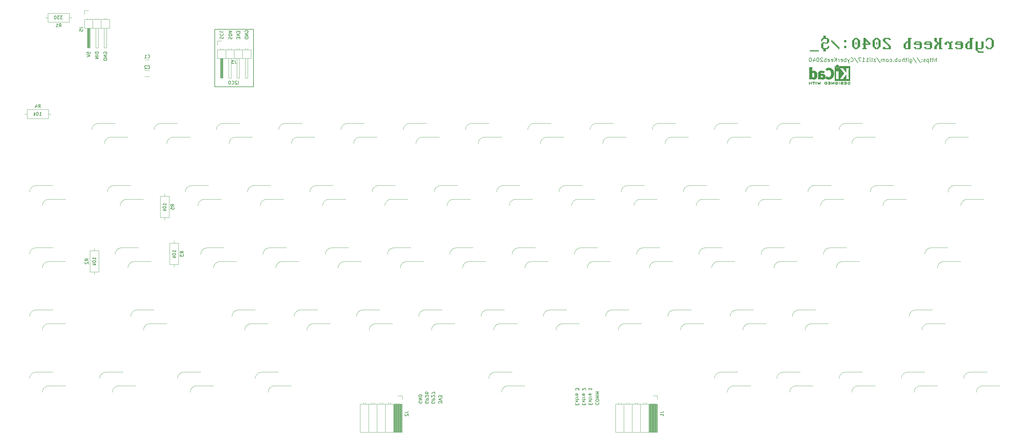
<source format=gbo>
G04 #@! TF.GenerationSoftware,KiCad,Pcbnew,7.0.7*
G04 #@! TF.CreationDate,2023-09-04T13:59:37-04:00*
G04 #@! TF.ProjectId,MainBoard,4d61696e-426f-4617-9264-2e6b69636164,rev?*
G04 #@! TF.SameCoordinates,Original*
G04 #@! TF.FileFunction,Legend,Bot*
G04 #@! TF.FilePolarity,Positive*
%FSLAX46Y46*%
G04 Gerber Fmt 4.6, Leading zero omitted, Abs format (unit mm)*
G04 Created by KiCad (PCBNEW 7.0.7) date 2023-09-04 13:59:37*
%MOMM*%
%LPD*%
G01*
G04 APERTURE LIST*
%ADD10C,0.150000*%
%ADD11C,0.500000*%
%ADD12C,0.200000*%
%ADD13C,0.120000*%
%ADD14C,0.010000*%
G04 APERTURE END LIST*
D10*
X62103000Y-13817600D02*
X73939400Y-13817600D01*
X73939400Y-31369000D01*
X62103000Y-31369000D01*
X62103000Y-13817600D01*
X69310020Y-30629219D02*
X69310020Y-29629219D01*
X68881449Y-29724457D02*
X68833830Y-29676838D01*
X68833830Y-29676838D02*
X68738592Y-29629219D01*
X68738592Y-29629219D02*
X68500497Y-29629219D01*
X68500497Y-29629219D02*
X68405259Y-29676838D01*
X68405259Y-29676838D02*
X68357640Y-29724457D01*
X68357640Y-29724457D02*
X68310021Y-29819695D01*
X68310021Y-29819695D02*
X68310021Y-29914933D01*
X68310021Y-29914933D02*
X68357640Y-30057790D01*
X68357640Y-30057790D02*
X68929068Y-30629219D01*
X68929068Y-30629219D02*
X68310021Y-30629219D01*
X67310021Y-30533980D02*
X67357640Y-30581600D01*
X67357640Y-30581600D02*
X67500497Y-30629219D01*
X67500497Y-30629219D02*
X67595735Y-30629219D01*
X67595735Y-30629219D02*
X67738592Y-30581600D01*
X67738592Y-30581600D02*
X67833830Y-30486361D01*
X67833830Y-30486361D02*
X67881449Y-30391123D01*
X67881449Y-30391123D02*
X67929068Y-30200647D01*
X67929068Y-30200647D02*
X67929068Y-30057790D01*
X67929068Y-30057790D02*
X67881449Y-29867314D01*
X67881449Y-29867314D02*
X67833830Y-29772076D01*
X67833830Y-29772076D02*
X67738592Y-29676838D01*
X67738592Y-29676838D02*
X67595735Y-29629219D01*
X67595735Y-29629219D02*
X67500497Y-29629219D01*
X67500497Y-29629219D02*
X67357640Y-29676838D01*
X67357640Y-29676838D02*
X67310021Y-29724457D01*
X66690973Y-29629219D02*
X66595735Y-29629219D01*
X66595735Y-29629219D02*
X66500497Y-29676838D01*
X66500497Y-29676838D02*
X66452878Y-29724457D01*
X66452878Y-29724457D02*
X66405259Y-29819695D01*
X66405259Y-29819695D02*
X66357640Y-30010171D01*
X66357640Y-30010171D02*
X66357640Y-30248266D01*
X66357640Y-30248266D02*
X66405259Y-30438742D01*
X66405259Y-30438742D02*
X66452878Y-30533980D01*
X66452878Y-30533980D02*
X66500497Y-30581600D01*
X66500497Y-30581600D02*
X66595735Y-30629219D01*
X66595735Y-30629219D02*
X66690973Y-30629219D01*
X66690973Y-30629219D02*
X66786211Y-30581600D01*
X66786211Y-30581600D02*
X66833830Y-30533980D01*
X66833830Y-30533980D02*
X66881449Y-30438742D01*
X66881449Y-30438742D02*
X66929068Y-30248266D01*
X66929068Y-30248266D02*
X66929068Y-30010171D01*
X66929068Y-30010171D02*
X66881449Y-29819695D01*
X66881449Y-29819695D02*
X66833830Y-29724457D01*
X66833830Y-29724457D02*
X66786211Y-29676838D01*
X66786211Y-29676838D02*
X66690973Y-29629219D01*
X71358238Y-14678188D02*
X71310619Y-14582950D01*
X71310619Y-14582950D02*
X71310619Y-14440093D01*
X71310619Y-14440093D02*
X71358238Y-14297236D01*
X71358238Y-14297236D02*
X71453476Y-14201998D01*
X71453476Y-14201998D02*
X71548714Y-14154379D01*
X71548714Y-14154379D02*
X71739190Y-14106760D01*
X71739190Y-14106760D02*
X71882047Y-14106760D01*
X71882047Y-14106760D02*
X72072523Y-14154379D01*
X72072523Y-14154379D02*
X72167761Y-14201998D01*
X72167761Y-14201998D02*
X72263000Y-14297236D01*
X72263000Y-14297236D02*
X72310619Y-14440093D01*
X72310619Y-14440093D02*
X72310619Y-14535331D01*
X72310619Y-14535331D02*
X72263000Y-14678188D01*
X72263000Y-14678188D02*
X72215380Y-14725807D01*
X72215380Y-14725807D02*
X71882047Y-14725807D01*
X71882047Y-14725807D02*
X71882047Y-14535331D01*
X72310619Y-15154379D02*
X71310619Y-15154379D01*
X71310619Y-15154379D02*
X72310619Y-15725807D01*
X72310619Y-15725807D02*
X71310619Y-15725807D01*
X72310619Y-16201998D02*
X71310619Y-16201998D01*
X71310619Y-16201998D02*
X71310619Y-16440093D01*
X71310619Y-16440093D02*
X71358238Y-16582950D01*
X71358238Y-16582950D02*
X71453476Y-16678188D01*
X71453476Y-16678188D02*
X71548714Y-16725807D01*
X71548714Y-16725807D02*
X71739190Y-16773426D01*
X71739190Y-16773426D02*
X71882047Y-16773426D01*
X71882047Y-16773426D02*
X72072523Y-16725807D01*
X72072523Y-16725807D02*
X72167761Y-16678188D01*
X72167761Y-16678188D02*
X72263000Y-16582950D01*
X72263000Y-16582950D02*
X72310619Y-16440093D01*
X72310619Y-16440093D02*
X72310619Y-16201998D01*
X50136419Y-82064388D02*
X50136419Y-81492960D01*
X50136419Y-81778674D02*
X49136419Y-81778674D01*
X49136419Y-81778674D02*
X49279276Y-81683436D01*
X49279276Y-81683436D02*
X49374514Y-81588198D01*
X49374514Y-81588198D02*
X49422133Y-81492960D01*
X49136419Y-82683436D02*
X49136419Y-82778674D01*
X49136419Y-82778674D02*
X49184038Y-82873912D01*
X49184038Y-82873912D02*
X49231657Y-82921531D01*
X49231657Y-82921531D02*
X49326895Y-82969150D01*
X49326895Y-82969150D02*
X49517371Y-83016769D01*
X49517371Y-83016769D02*
X49755466Y-83016769D01*
X49755466Y-83016769D02*
X49945942Y-82969150D01*
X49945942Y-82969150D02*
X50041180Y-82921531D01*
X50041180Y-82921531D02*
X50088800Y-82873912D01*
X50088800Y-82873912D02*
X50136419Y-82778674D01*
X50136419Y-82778674D02*
X50136419Y-82683436D01*
X50136419Y-82683436D02*
X50088800Y-82588198D01*
X50088800Y-82588198D02*
X50041180Y-82540579D01*
X50041180Y-82540579D02*
X49945942Y-82492960D01*
X49945942Y-82492960D02*
X49755466Y-82445341D01*
X49755466Y-82445341D02*
X49517371Y-82445341D01*
X49517371Y-82445341D02*
X49326895Y-82492960D01*
X49326895Y-82492960D02*
X49231657Y-82540579D01*
X49231657Y-82540579D02*
X49184038Y-82588198D01*
X49184038Y-82588198D02*
X49136419Y-82683436D01*
X50136419Y-83445341D02*
X49136419Y-83445341D01*
X49755466Y-83540579D02*
X50136419Y-83826293D01*
X49469752Y-83826293D02*
X49850704Y-83445341D01*
X25701619Y-84299588D02*
X25701619Y-83728160D01*
X25701619Y-84013874D02*
X24701619Y-84013874D01*
X24701619Y-84013874D02*
X24844476Y-83918636D01*
X24844476Y-83918636D02*
X24939714Y-83823398D01*
X24939714Y-83823398D02*
X24987333Y-83728160D01*
X24701619Y-84918636D02*
X24701619Y-85013874D01*
X24701619Y-85013874D02*
X24749238Y-85109112D01*
X24749238Y-85109112D02*
X24796857Y-85156731D01*
X24796857Y-85156731D02*
X24892095Y-85204350D01*
X24892095Y-85204350D02*
X25082571Y-85251969D01*
X25082571Y-85251969D02*
X25320666Y-85251969D01*
X25320666Y-85251969D02*
X25511142Y-85204350D01*
X25511142Y-85204350D02*
X25606380Y-85156731D01*
X25606380Y-85156731D02*
X25654000Y-85109112D01*
X25654000Y-85109112D02*
X25701619Y-85013874D01*
X25701619Y-85013874D02*
X25701619Y-84918636D01*
X25701619Y-84918636D02*
X25654000Y-84823398D01*
X25654000Y-84823398D02*
X25606380Y-84775779D01*
X25606380Y-84775779D02*
X25511142Y-84728160D01*
X25511142Y-84728160D02*
X25320666Y-84680541D01*
X25320666Y-84680541D02*
X25082571Y-84680541D01*
X25082571Y-84680541D02*
X24892095Y-84728160D01*
X24892095Y-84728160D02*
X24796857Y-84775779D01*
X24796857Y-84775779D02*
X24749238Y-84823398D01*
X24749238Y-84823398D02*
X24701619Y-84918636D01*
X25701619Y-85680541D02*
X24701619Y-85680541D01*
X25320666Y-85775779D02*
X25701619Y-86061493D01*
X25034952Y-86061493D02*
X25415904Y-85680541D01*
X175101190Y-128847620D02*
X175101190Y-128514287D01*
X174577380Y-128371430D02*
X174577380Y-128847620D01*
X174577380Y-128847620D02*
X175577380Y-128847620D01*
X175577380Y-128847620D02*
X175577380Y-128371430D01*
X174577380Y-128038096D02*
X175244047Y-127514287D01*
X175244047Y-128038096D02*
X174577380Y-127514287D01*
X175244047Y-127276191D02*
X175244047Y-126895239D01*
X175577380Y-127133334D02*
X174720238Y-127133334D01*
X174720238Y-127133334D02*
X174625000Y-127085715D01*
X174625000Y-127085715D02*
X174577380Y-126990477D01*
X174577380Y-126990477D02*
X174577380Y-126895239D01*
X174577380Y-126561905D02*
X175244047Y-126561905D01*
X175053571Y-126561905D02*
X175148809Y-126514286D01*
X175148809Y-126514286D02*
X175196428Y-126466667D01*
X175196428Y-126466667D02*
X175244047Y-126371429D01*
X175244047Y-126371429D02*
X175244047Y-126276191D01*
X174577380Y-125514286D02*
X175101190Y-125514286D01*
X175101190Y-125514286D02*
X175196428Y-125561905D01*
X175196428Y-125561905D02*
X175244047Y-125657143D01*
X175244047Y-125657143D02*
X175244047Y-125847619D01*
X175244047Y-125847619D02*
X175196428Y-125942857D01*
X174625000Y-125514286D02*
X174577380Y-125609524D01*
X174577380Y-125609524D02*
X174577380Y-125847619D01*
X174577380Y-125847619D02*
X174625000Y-125942857D01*
X174625000Y-125942857D02*
X174720238Y-125990476D01*
X174720238Y-125990476D02*
X174815476Y-125990476D01*
X174815476Y-125990476D02*
X174910714Y-125942857D01*
X174910714Y-125942857D02*
X174958333Y-125847619D01*
X174958333Y-125847619D02*
X174958333Y-125609524D01*
X174958333Y-125609524D02*
X175005952Y-125514286D01*
X175482142Y-124323809D02*
X175529761Y-124276190D01*
X175529761Y-124276190D02*
X175577380Y-124180952D01*
X175577380Y-124180952D02*
X175577380Y-123942857D01*
X175577380Y-123942857D02*
X175529761Y-123847619D01*
X175529761Y-123847619D02*
X175482142Y-123800000D01*
X175482142Y-123800000D02*
X175386904Y-123752381D01*
X175386904Y-123752381D02*
X175291666Y-123752381D01*
X175291666Y-123752381D02*
X175148809Y-123800000D01*
X175148809Y-123800000D02*
X174577380Y-124371428D01*
X174577380Y-124371428D02*
X174577380Y-123752381D01*
X26539819Y-20732979D02*
X25539819Y-20732979D01*
X25539819Y-20732979D02*
X25539819Y-20971074D01*
X25539819Y-20971074D02*
X25587438Y-21113931D01*
X25587438Y-21113931D02*
X25682676Y-21209169D01*
X25682676Y-21209169D02*
X25777914Y-21256788D01*
X25777914Y-21256788D02*
X25968390Y-21304407D01*
X25968390Y-21304407D02*
X26111247Y-21304407D01*
X26111247Y-21304407D02*
X26301723Y-21256788D01*
X26301723Y-21256788D02*
X26396961Y-21209169D01*
X26396961Y-21209169D02*
X26492200Y-21113931D01*
X26492200Y-21113931D02*
X26539819Y-20971074D01*
X26539819Y-20971074D02*
X26539819Y-20732979D01*
X26539819Y-21732979D02*
X25539819Y-21732979D01*
X26539819Y-22209169D02*
X25539819Y-22209169D01*
X25539819Y-22209169D02*
X26539819Y-22780597D01*
X26539819Y-22780597D02*
X25539819Y-22780597D01*
X173043790Y-128847620D02*
X173043790Y-128514287D01*
X172519980Y-128371430D02*
X172519980Y-128847620D01*
X172519980Y-128847620D02*
X173519980Y-128847620D01*
X173519980Y-128847620D02*
X173519980Y-128371430D01*
X172519980Y-128038096D02*
X173186647Y-127514287D01*
X173186647Y-128038096D02*
X172519980Y-127514287D01*
X173186647Y-127276191D02*
X173186647Y-126895239D01*
X173519980Y-127133334D02*
X172662838Y-127133334D01*
X172662838Y-127133334D02*
X172567600Y-127085715D01*
X172567600Y-127085715D02*
X172519980Y-126990477D01*
X172519980Y-126990477D02*
X172519980Y-126895239D01*
X172519980Y-126561905D02*
X173186647Y-126561905D01*
X172996171Y-126561905D02*
X173091409Y-126514286D01*
X173091409Y-126514286D02*
X173139028Y-126466667D01*
X173139028Y-126466667D02*
X173186647Y-126371429D01*
X173186647Y-126371429D02*
X173186647Y-126276191D01*
X172519980Y-125514286D02*
X173043790Y-125514286D01*
X173043790Y-125514286D02*
X173139028Y-125561905D01*
X173139028Y-125561905D02*
X173186647Y-125657143D01*
X173186647Y-125657143D02*
X173186647Y-125847619D01*
X173186647Y-125847619D02*
X173139028Y-125942857D01*
X172567600Y-125514286D02*
X172519980Y-125609524D01*
X172519980Y-125609524D02*
X172519980Y-125847619D01*
X172519980Y-125847619D02*
X172567600Y-125942857D01*
X172567600Y-125942857D02*
X172662838Y-125990476D01*
X172662838Y-125990476D02*
X172758076Y-125990476D01*
X172758076Y-125990476D02*
X172853314Y-125942857D01*
X172853314Y-125942857D02*
X172900933Y-125847619D01*
X172900933Y-125847619D02*
X172900933Y-125609524D01*
X172900933Y-125609524D02*
X172948552Y-125514286D01*
X173519980Y-124371428D02*
X173519980Y-123752381D01*
X173519980Y-123752381D02*
X173139028Y-124085714D01*
X173139028Y-124085714D02*
X173139028Y-123942857D01*
X173139028Y-123942857D02*
X173091409Y-123847619D01*
X173091409Y-123847619D02*
X173043790Y-123800000D01*
X173043790Y-123800000D02*
X172948552Y-123752381D01*
X172948552Y-123752381D02*
X172710457Y-123752381D01*
X172710457Y-123752381D02*
X172615219Y-123800000D01*
X172615219Y-123800000D02*
X172567600Y-123847619D01*
X172567600Y-123847619D02*
X172519980Y-123942857D01*
X172519980Y-123942857D02*
X172519980Y-124228571D01*
X172519980Y-124228571D02*
X172567600Y-124323809D01*
X172567600Y-124323809D02*
X172615219Y-124371428D01*
X177082390Y-128771420D02*
X177082390Y-128438087D01*
X176558580Y-128295230D02*
X176558580Y-128771420D01*
X176558580Y-128771420D02*
X177558580Y-128771420D01*
X177558580Y-128771420D02*
X177558580Y-128295230D01*
X176558580Y-127961896D02*
X177225247Y-127438087D01*
X177225247Y-127961896D02*
X176558580Y-127438087D01*
X177225247Y-127199991D02*
X177225247Y-126819039D01*
X177558580Y-127057134D02*
X176701438Y-127057134D01*
X176701438Y-127057134D02*
X176606200Y-127009515D01*
X176606200Y-127009515D02*
X176558580Y-126914277D01*
X176558580Y-126914277D02*
X176558580Y-126819039D01*
X176558580Y-126485705D02*
X177225247Y-126485705D01*
X177034771Y-126485705D02*
X177130009Y-126438086D01*
X177130009Y-126438086D02*
X177177628Y-126390467D01*
X177177628Y-126390467D02*
X177225247Y-126295229D01*
X177225247Y-126295229D02*
X177225247Y-126199991D01*
X176558580Y-125438086D02*
X177082390Y-125438086D01*
X177082390Y-125438086D02*
X177177628Y-125485705D01*
X177177628Y-125485705D02*
X177225247Y-125580943D01*
X177225247Y-125580943D02*
X177225247Y-125771419D01*
X177225247Y-125771419D02*
X177177628Y-125866657D01*
X176606200Y-125438086D02*
X176558580Y-125533324D01*
X176558580Y-125533324D02*
X176558580Y-125771419D01*
X176558580Y-125771419D02*
X176606200Y-125866657D01*
X176606200Y-125866657D02*
X176701438Y-125914276D01*
X176701438Y-125914276D02*
X176796676Y-125914276D01*
X176796676Y-125914276D02*
X176891914Y-125866657D01*
X176891914Y-125866657D02*
X176939533Y-125771419D01*
X176939533Y-125771419D02*
X176939533Y-125533324D01*
X176939533Y-125533324D02*
X176987152Y-125438086D01*
X176558580Y-123676181D02*
X176558580Y-124247609D01*
X176558580Y-123961895D02*
X177558580Y-123961895D01*
X177558580Y-123961895D02*
X177415723Y-124057133D01*
X177415723Y-124057133D02*
X177320485Y-124152371D01*
X177320485Y-124152371D02*
X177272866Y-124247609D01*
X22999819Y-21285369D02*
X22999819Y-20809179D01*
X22999819Y-20809179D02*
X23476009Y-20761560D01*
X23476009Y-20761560D02*
X23428390Y-20809179D01*
X23428390Y-20809179D02*
X23380771Y-20904417D01*
X23380771Y-20904417D02*
X23380771Y-21142512D01*
X23380771Y-21142512D02*
X23428390Y-21237750D01*
X23428390Y-21237750D02*
X23476009Y-21285369D01*
X23476009Y-21285369D02*
X23571247Y-21332988D01*
X23571247Y-21332988D02*
X23809342Y-21332988D01*
X23809342Y-21332988D02*
X23904580Y-21285369D01*
X23904580Y-21285369D02*
X23952200Y-21237750D01*
X23952200Y-21237750D02*
X23999819Y-21142512D01*
X23999819Y-21142512D02*
X23999819Y-20904417D01*
X23999819Y-20904417D02*
X23952200Y-20809179D01*
X23952200Y-20809179D02*
X23904580Y-20761560D01*
X22999819Y-21618703D02*
X23999819Y-21952036D01*
X23999819Y-21952036D02*
X22999819Y-22285369D01*
X125440961Y-127790411D02*
X125488580Y-127885649D01*
X125488580Y-127885649D02*
X125488580Y-128028506D01*
X125488580Y-128028506D02*
X125440961Y-128171363D01*
X125440961Y-128171363D02*
X125345723Y-128266601D01*
X125345723Y-128266601D02*
X125250485Y-128314220D01*
X125250485Y-128314220D02*
X125060009Y-128361839D01*
X125060009Y-128361839D02*
X124917152Y-128361839D01*
X124917152Y-128361839D02*
X124726676Y-128314220D01*
X124726676Y-128314220D02*
X124631438Y-128266601D01*
X124631438Y-128266601D02*
X124536200Y-128171363D01*
X124536200Y-128171363D02*
X124488580Y-128028506D01*
X124488580Y-128028506D02*
X124488580Y-127933268D01*
X124488580Y-127933268D02*
X124536200Y-127790411D01*
X124536200Y-127790411D02*
X124583819Y-127742792D01*
X124583819Y-127742792D02*
X124917152Y-127742792D01*
X124917152Y-127742792D02*
X124917152Y-127933268D01*
X124488580Y-127314220D02*
X125488580Y-127314220D01*
X125488580Y-127314220D02*
X124488580Y-126742792D01*
X124488580Y-126742792D02*
X125488580Y-126742792D01*
X124488580Y-126266601D02*
X125488580Y-126266601D01*
X125488580Y-126266601D02*
X125488580Y-126028506D01*
X125488580Y-126028506D02*
X125440961Y-125885649D01*
X125440961Y-125885649D02*
X125345723Y-125790411D01*
X125345723Y-125790411D02*
X125250485Y-125742792D01*
X125250485Y-125742792D02*
X125060009Y-125695173D01*
X125060009Y-125695173D02*
X124917152Y-125695173D01*
X124917152Y-125695173D02*
X124726676Y-125742792D01*
X124726676Y-125742792D02*
X124631438Y-125790411D01*
X124631438Y-125790411D02*
X124536200Y-125885649D01*
X124536200Y-125885649D02*
X124488580Y-126028506D01*
X124488580Y-126028506D02*
X124488580Y-126266601D01*
X63754000Y-16678039D02*
X63706380Y-16535182D01*
X63706380Y-16535182D02*
X63706380Y-16297087D01*
X63706380Y-16297087D02*
X63754000Y-16201849D01*
X63754000Y-16201849D02*
X63801619Y-16154230D01*
X63801619Y-16154230D02*
X63896857Y-16106611D01*
X63896857Y-16106611D02*
X63992095Y-16106611D01*
X63992095Y-16106611D02*
X64087333Y-16154230D01*
X64087333Y-16154230D02*
X64134952Y-16201849D01*
X64134952Y-16201849D02*
X64182571Y-16297087D01*
X64182571Y-16297087D02*
X64230190Y-16487563D01*
X64230190Y-16487563D02*
X64277809Y-16582801D01*
X64277809Y-16582801D02*
X64325428Y-16630420D01*
X64325428Y-16630420D02*
X64420666Y-16678039D01*
X64420666Y-16678039D02*
X64515904Y-16678039D01*
X64515904Y-16678039D02*
X64611142Y-16630420D01*
X64611142Y-16630420D02*
X64658761Y-16582801D01*
X64658761Y-16582801D02*
X64706380Y-16487563D01*
X64706380Y-16487563D02*
X64706380Y-16249468D01*
X64706380Y-16249468D02*
X64658761Y-16106611D01*
X63801619Y-15106611D02*
X63754000Y-15154230D01*
X63754000Y-15154230D02*
X63706380Y-15297087D01*
X63706380Y-15297087D02*
X63706380Y-15392325D01*
X63706380Y-15392325D02*
X63754000Y-15535182D01*
X63754000Y-15535182D02*
X63849238Y-15630420D01*
X63849238Y-15630420D02*
X63944476Y-15678039D01*
X63944476Y-15678039D02*
X64134952Y-15725658D01*
X64134952Y-15725658D02*
X64277809Y-15725658D01*
X64277809Y-15725658D02*
X64468285Y-15678039D01*
X64468285Y-15678039D02*
X64563523Y-15630420D01*
X64563523Y-15630420D02*
X64658761Y-15535182D01*
X64658761Y-15535182D02*
X64706380Y-15392325D01*
X64706380Y-15392325D02*
X64706380Y-15297087D01*
X64706380Y-15297087D02*
X64658761Y-15154230D01*
X64658761Y-15154230D02*
X64611142Y-15106611D01*
X63706380Y-14201849D02*
X63706380Y-14678039D01*
X63706380Y-14678039D02*
X64706380Y-14678039D01*
X178711219Y-128199992D02*
X178663600Y-128247611D01*
X178663600Y-128247611D02*
X178615980Y-128390468D01*
X178615980Y-128390468D02*
X178615980Y-128485706D01*
X178615980Y-128485706D02*
X178663600Y-128628563D01*
X178663600Y-128628563D02*
X178758838Y-128723801D01*
X178758838Y-128723801D02*
X178854076Y-128771420D01*
X178854076Y-128771420D02*
X179044552Y-128819039D01*
X179044552Y-128819039D02*
X179187409Y-128819039D01*
X179187409Y-128819039D02*
X179377885Y-128771420D01*
X179377885Y-128771420D02*
X179473123Y-128723801D01*
X179473123Y-128723801D02*
X179568361Y-128628563D01*
X179568361Y-128628563D02*
X179615980Y-128485706D01*
X179615980Y-128485706D02*
X179615980Y-128390468D01*
X179615980Y-128390468D02*
X179568361Y-128247611D01*
X179568361Y-128247611D02*
X179520742Y-128199992D01*
X179615980Y-127580944D02*
X179615980Y-127390468D01*
X179615980Y-127390468D02*
X179568361Y-127295230D01*
X179568361Y-127295230D02*
X179473123Y-127199992D01*
X179473123Y-127199992D02*
X179282647Y-127152373D01*
X179282647Y-127152373D02*
X178949314Y-127152373D01*
X178949314Y-127152373D02*
X178758838Y-127199992D01*
X178758838Y-127199992D02*
X178663600Y-127295230D01*
X178663600Y-127295230D02*
X178615980Y-127390468D01*
X178615980Y-127390468D02*
X178615980Y-127580944D01*
X178615980Y-127580944D02*
X178663600Y-127676182D01*
X178663600Y-127676182D02*
X178758838Y-127771420D01*
X178758838Y-127771420D02*
X178949314Y-127819039D01*
X178949314Y-127819039D02*
X179282647Y-127819039D01*
X179282647Y-127819039D02*
X179473123Y-127771420D01*
X179473123Y-127771420D02*
X179568361Y-127676182D01*
X179568361Y-127676182D02*
X179615980Y-127580944D01*
X178615980Y-126723801D02*
X179615980Y-126723801D01*
X179615980Y-126723801D02*
X178901695Y-126390468D01*
X178901695Y-126390468D02*
X179615980Y-126057135D01*
X179615980Y-126057135D02*
X178615980Y-126057135D01*
X178615980Y-125580944D02*
X179615980Y-125580944D01*
X179615980Y-125580944D02*
X178901695Y-125247611D01*
X178901695Y-125247611D02*
X179615980Y-124914278D01*
X179615980Y-124914278D02*
X178615980Y-124914278D01*
X131584580Y-128409458D02*
X131584580Y-127790411D01*
X131584580Y-127790411D02*
X131203628Y-128123744D01*
X131203628Y-128123744D02*
X131203628Y-127980887D01*
X131203628Y-127980887D02*
X131156009Y-127885649D01*
X131156009Y-127885649D02*
X131108390Y-127838030D01*
X131108390Y-127838030D02*
X131013152Y-127790411D01*
X131013152Y-127790411D02*
X130775057Y-127790411D01*
X130775057Y-127790411D02*
X130679819Y-127838030D01*
X130679819Y-127838030D02*
X130632200Y-127885649D01*
X130632200Y-127885649D02*
X130584580Y-127980887D01*
X130584580Y-127980887D02*
X130584580Y-128266601D01*
X130584580Y-128266601D02*
X130632200Y-128361839D01*
X130632200Y-128361839D02*
X130679819Y-128409458D01*
X131584580Y-127504696D02*
X130584580Y-127171363D01*
X130584580Y-127171363D02*
X131584580Y-126838030D01*
X131584580Y-126599934D02*
X131584580Y-125980887D01*
X131584580Y-125980887D02*
X131203628Y-126314220D01*
X131203628Y-126314220D02*
X131203628Y-126171363D01*
X131203628Y-126171363D02*
X131156009Y-126076125D01*
X131156009Y-126076125D02*
X131108390Y-126028506D01*
X131108390Y-126028506D02*
X131013152Y-125980887D01*
X131013152Y-125980887D02*
X130775057Y-125980887D01*
X130775057Y-125980887D02*
X130679819Y-126028506D01*
X130679819Y-126028506D02*
X130632200Y-126076125D01*
X130632200Y-126076125D02*
X130584580Y-126171363D01*
X130584580Y-126171363D02*
X130584580Y-126457077D01*
X130584580Y-126457077D02*
X130632200Y-126552315D01*
X130632200Y-126552315D02*
X130679819Y-126599934D01*
D11*
G36*
X298698051Y-16793091D02*
G01*
X299401470Y-16793091D01*
X299401470Y-17105722D01*
X299753180Y-17105722D01*
X299753180Y-19231612D01*
X299401470Y-19231612D01*
X299401470Y-19544242D01*
X298698051Y-19544242D01*
X298698051Y-19231612D01*
X298346341Y-19231612D01*
X298346341Y-18856455D01*
X297994632Y-18856455D01*
X297994632Y-19544242D01*
X298346341Y-19544242D01*
X298346341Y-19919400D01*
X299753180Y-19919400D01*
X299753180Y-19544242D01*
X300104890Y-19544242D01*
X300104890Y-19231612D01*
X300456600Y-19231612D01*
X300456600Y-17105722D01*
X300104890Y-17105722D01*
X300104890Y-16793091D01*
X299753180Y-16793091D01*
X299753180Y-16417934D01*
X298346341Y-16417934D01*
X298346341Y-16793091D01*
X297994632Y-16793091D01*
X297994632Y-17480879D01*
X298346341Y-17480879D01*
X298346341Y-17105722D01*
X298698051Y-17105722D01*
X298698051Y-16793091D01*
G37*
G36*
X297306844Y-20607187D02*
G01*
X295900005Y-20607187D01*
X295900005Y-20294557D01*
X295548295Y-20294557D01*
X295548295Y-19919400D01*
X296955134Y-19919400D01*
X296955134Y-19544242D01*
X297306844Y-19544242D01*
X297306844Y-17480879D01*
X296603424Y-17480879D01*
X296603424Y-19544242D01*
X295548295Y-19544242D01*
X295548295Y-17480879D01*
X294844876Y-17480879D01*
X294844876Y-20294557D01*
X295196586Y-20294557D01*
X295196586Y-20607187D01*
X295548295Y-20607187D01*
X295548295Y-20982344D01*
X297306844Y-20982344D01*
X297306844Y-20607187D01*
G37*
G36*
X294157088Y-16793091D02*
G01*
X293805378Y-16793091D01*
X293805378Y-19919400D01*
X292046830Y-19919400D01*
X292046830Y-19544242D01*
X292398539Y-19544242D01*
X293101959Y-19544242D01*
X293101959Y-17856036D01*
X292750249Y-17856036D01*
X292750249Y-18168667D01*
X292398539Y-18168667D01*
X292398539Y-19544242D01*
X292046830Y-19544242D01*
X291695120Y-19544242D01*
X291695120Y-18168667D01*
X292046830Y-18168667D01*
X292046830Y-17856036D01*
X292398539Y-17856036D01*
X292398539Y-17480879D01*
X293101959Y-17480879D01*
X293101959Y-16417934D01*
X294157088Y-16417934D01*
X294157088Y-16793091D01*
G37*
G36*
X290655623Y-17856036D02*
G01*
X291007332Y-17856036D01*
X291007332Y-19544242D01*
X290655623Y-19544242D01*
X290655623Y-19919400D01*
X288897074Y-19919400D01*
X288897074Y-19544242D01*
X288545364Y-19544242D01*
X288545364Y-19231612D01*
X289248784Y-19231612D01*
X289248784Y-19606769D01*
X290303913Y-19544242D01*
X290303913Y-18543824D01*
X288545364Y-18543824D01*
X288545364Y-17856036D01*
X288897074Y-17856036D01*
X289248784Y-17856036D01*
X289248784Y-18168667D01*
X290303913Y-18168667D01*
X290303913Y-17856036D01*
X289248784Y-17856036D01*
X288897074Y-17856036D01*
X288897074Y-17480879D01*
X290655623Y-17480879D01*
X290655623Y-17856036D01*
G37*
G36*
X286450738Y-18168667D02*
G01*
X286802447Y-18168667D01*
X286802447Y-19544242D01*
X286450738Y-19544242D01*
X286450738Y-19919400D01*
X287857576Y-19919400D01*
X287857576Y-19544242D01*
X287505867Y-19544242D01*
X287505867Y-17856036D01*
X287857576Y-17856036D01*
X287857576Y-17480879D01*
X287154157Y-17480879D01*
X287154157Y-17856036D01*
X286802447Y-17856036D01*
X286802447Y-17480879D01*
X285747318Y-17480879D01*
X285747318Y-17856036D01*
X285395609Y-17856036D01*
X285395609Y-18543824D01*
X286099028Y-18543824D01*
X286099028Y-17856036D01*
X286450738Y-17856036D01*
X286450738Y-18168667D01*
G37*
G36*
X282597563Y-17856036D02*
G01*
X282949272Y-17793510D01*
X282949272Y-18481298D01*
X282597563Y-18481298D01*
X282597563Y-18856455D01*
X282245853Y-18856455D01*
X282245853Y-19919400D01*
X282949272Y-19919400D01*
X282949272Y-18856455D01*
X283300982Y-18856455D01*
X283300982Y-18481298D01*
X283652692Y-18481298D01*
X283652692Y-19919400D01*
X284707821Y-19919400D01*
X284707821Y-19544242D01*
X284356111Y-19544242D01*
X284356111Y-16793091D01*
X284707821Y-16793091D01*
X284707821Y-16417934D01*
X283652692Y-16417934D01*
X283652692Y-17856036D01*
X283300982Y-17856036D01*
X283300982Y-17480879D01*
X282949272Y-17480879D01*
X282949272Y-16417934D01*
X282245853Y-16417934D01*
X282245853Y-17480879D01*
X282597563Y-17480879D01*
X282597563Y-17856036D01*
G37*
G36*
X281206355Y-17856036D02*
G01*
X281558065Y-17856036D01*
X281558065Y-19544242D01*
X281206355Y-19544242D01*
X281206355Y-19919400D01*
X279447807Y-19919400D01*
X279447807Y-19544242D01*
X279096097Y-19544242D01*
X279096097Y-19231612D01*
X279799516Y-19231612D01*
X279799516Y-19606769D01*
X280854646Y-19544242D01*
X280854646Y-18543824D01*
X279096097Y-18543824D01*
X279096097Y-17856036D01*
X279447807Y-17856036D01*
X279799516Y-17856036D01*
X279799516Y-18168667D01*
X280854646Y-18168667D01*
X280854646Y-17856036D01*
X279799516Y-17856036D01*
X279447807Y-17856036D01*
X279447807Y-17480879D01*
X281206355Y-17480879D01*
X281206355Y-17856036D01*
G37*
G36*
X278056600Y-17856036D02*
G01*
X278408309Y-17856036D01*
X278408309Y-19544242D01*
X278056600Y-19544242D01*
X278056600Y-19919400D01*
X276298051Y-19919400D01*
X276298051Y-19544242D01*
X275946341Y-19544242D01*
X275946341Y-19231612D01*
X276649761Y-19231612D01*
X276649761Y-19606769D01*
X277704890Y-19544242D01*
X277704890Y-18543824D01*
X275946341Y-18543824D01*
X275946341Y-17856036D01*
X276298051Y-17856036D01*
X276649761Y-17856036D01*
X276649761Y-18168667D01*
X277704890Y-18168667D01*
X277704890Y-17856036D01*
X276649761Y-17856036D01*
X276298051Y-17856036D01*
X276298051Y-17480879D01*
X278056600Y-17480879D01*
X278056600Y-17856036D01*
G37*
G36*
X275258553Y-16793091D02*
G01*
X274906844Y-16793091D01*
X274906844Y-19919400D01*
X273148295Y-19919400D01*
X273148295Y-19544242D01*
X273500005Y-19544242D01*
X274203424Y-19544242D01*
X274203424Y-17856036D01*
X273851715Y-17856036D01*
X273851715Y-18168667D01*
X273500005Y-18168667D01*
X273500005Y-19544242D01*
X273148295Y-19544242D01*
X272796586Y-19544242D01*
X272796586Y-18168667D01*
X273148295Y-18168667D01*
X273148295Y-17856036D01*
X273500005Y-17856036D01*
X273500005Y-17480879D01*
X274203424Y-17480879D01*
X274203424Y-16417934D01*
X275258553Y-16417934D01*
X275258553Y-16793091D01*
G37*
G36*
X268959042Y-18856455D02*
G01*
X268607332Y-18856455D01*
X268607332Y-18481298D01*
X268255623Y-18481298D01*
X268255623Y-18168667D01*
X267903913Y-18168667D01*
X267903913Y-17856036D01*
X267552203Y-17856036D01*
X267552203Y-17480879D01*
X267200493Y-17480879D01*
X267200493Y-16793091D01*
X268255623Y-16730565D01*
X268255623Y-17105722D01*
X268959042Y-17105722D01*
X268959042Y-16793091D01*
X268607332Y-16793091D01*
X268607332Y-16417934D01*
X266848784Y-16417934D01*
X266848784Y-16793091D01*
X266497074Y-16793091D01*
X266497074Y-17480879D01*
X266848784Y-17480879D01*
X266848784Y-17856036D01*
X267200493Y-17856036D01*
X267200493Y-18168667D01*
X267552203Y-18168667D01*
X267552203Y-18481298D01*
X267903913Y-18481298D01*
X267903913Y-18856455D01*
X268255623Y-18856455D01*
X268255623Y-19544242D01*
X267200493Y-19544242D01*
X267200493Y-19231612D01*
X266497074Y-19231612D01*
X266497074Y-19919400D01*
X268959042Y-19919400D01*
X268959042Y-18856455D01*
G37*
G36*
X264754157Y-18481298D02*
G01*
X264402447Y-18481298D01*
X264402447Y-17793510D01*
X264754157Y-17793510D01*
X264754157Y-18481298D01*
G37*
G36*
X265105867Y-16793091D02*
G01*
X265457576Y-16793091D01*
X265457576Y-17105722D01*
X265809286Y-17105722D01*
X265809286Y-19231612D01*
X265457576Y-19231612D01*
X265457576Y-19544242D01*
X265105867Y-19544242D01*
X265105867Y-19919400D01*
X264050738Y-19919400D01*
X264050738Y-19544242D01*
X263699028Y-19544242D01*
X263699028Y-19231612D01*
X264050738Y-19231612D01*
X264402447Y-19231612D01*
X264402447Y-19544242D01*
X264754157Y-19544242D01*
X264754157Y-19231612D01*
X265105867Y-19231612D01*
X265105867Y-17105722D01*
X264754157Y-17105722D01*
X264754157Y-16793091D01*
X264402447Y-16793091D01*
X264402447Y-17105722D01*
X264050738Y-17105722D01*
X264050738Y-19231612D01*
X263699028Y-19231612D01*
X263347318Y-19231612D01*
X263347318Y-17105722D01*
X263699028Y-17105722D01*
X263699028Y-16793091D01*
X264050738Y-16793091D01*
X264050738Y-16417934D01*
X265105867Y-16417934D01*
X265105867Y-16793091D01*
G37*
G36*
X261252692Y-16793091D02*
G01*
X261604401Y-16793091D01*
X261604401Y-17168248D01*
X261956111Y-17168248D01*
X261956111Y-17480879D01*
X262307821Y-17480879D01*
X262307821Y-17856036D01*
X262659530Y-17856036D01*
X262659530Y-18543824D01*
X261252692Y-18543824D01*
X261252692Y-19544242D01*
X261604401Y-19544242D01*
X261604401Y-19919400D01*
X260197563Y-19919400D01*
X260197563Y-19544242D01*
X260549272Y-19544242D01*
X260549272Y-18543824D01*
X260197563Y-18543824D01*
X260197563Y-18168667D01*
X260549272Y-18168667D01*
X260549272Y-17480879D01*
X261252692Y-17480879D01*
X261252692Y-18168667D01*
X261956111Y-18168667D01*
X261956111Y-17856036D01*
X261604401Y-17856036D01*
X261604401Y-17480879D01*
X261252692Y-17480879D01*
X260549272Y-17480879D01*
X260549272Y-16417934D01*
X261252692Y-16417934D01*
X261252692Y-16793091D01*
G37*
G36*
X258454646Y-18481298D02*
G01*
X258102936Y-18481298D01*
X258102936Y-17793510D01*
X258454646Y-17793510D01*
X258454646Y-18481298D01*
G37*
G36*
X258806355Y-16793091D02*
G01*
X259158065Y-16793091D01*
X259158065Y-17105722D01*
X259509775Y-17105722D01*
X259509775Y-19231612D01*
X259158065Y-19231612D01*
X259158065Y-19544242D01*
X258806355Y-19544242D01*
X258806355Y-19919400D01*
X257751226Y-19919400D01*
X257751226Y-19544242D01*
X257399516Y-19544242D01*
X257399516Y-19231612D01*
X257751226Y-19231612D01*
X258102936Y-19231612D01*
X258102936Y-19544242D01*
X258454646Y-19544242D01*
X258454646Y-19231612D01*
X258806355Y-19231612D01*
X258806355Y-17105722D01*
X258454646Y-17105722D01*
X258454646Y-16793091D01*
X258102936Y-16793091D01*
X258102936Y-17105722D01*
X257751226Y-17105722D01*
X257751226Y-19231612D01*
X257399516Y-19231612D01*
X257047807Y-19231612D01*
X257047807Y-17105722D01*
X257399516Y-17105722D01*
X257399516Y-16793091D01*
X257751226Y-16793091D01*
X257751226Y-16417934D01*
X258806355Y-16417934D01*
X258806355Y-16793091D01*
G37*
G36*
X255304890Y-18856455D02*
G01*
X254601470Y-18856455D01*
X254601470Y-19544242D01*
X255304890Y-19544242D01*
X255304890Y-18856455D01*
G37*
G36*
X255304890Y-17105722D02*
G01*
X254601470Y-17105722D01*
X254601470Y-17793510D01*
X255304890Y-17793510D01*
X255304890Y-17105722D01*
G37*
G36*
X251100005Y-18168667D02*
G01*
X251451715Y-18168667D01*
X251451715Y-18543824D01*
X251803424Y-18543824D01*
X251803424Y-18856455D01*
X252155134Y-18856455D01*
X252155134Y-19231612D01*
X252506844Y-19231612D01*
X252506844Y-19544242D01*
X252858553Y-19544242D01*
X252858553Y-19919400D01*
X253210263Y-19919400D01*
X253210263Y-19231612D01*
X252858553Y-19231612D01*
X252858553Y-18856455D01*
X252506844Y-18856455D01*
X252506844Y-18543824D01*
X252155134Y-18543824D01*
X252155134Y-18168667D01*
X251803424Y-18168667D01*
X251803424Y-17793510D01*
X251451715Y-17856036D01*
X251451715Y-17480879D01*
X251100005Y-17480879D01*
X251100005Y-17105722D01*
X250748295Y-17105722D01*
X250748295Y-17793510D01*
X251100005Y-17793510D01*
X251100005Y-18168667D01*
G37*
G36*
X248301959Y-16793091D02*
G01*
X249357088Y-16793091D01*
X249357088Y-17856036D01*
X247950249Y-17793510D01*
X247950249Y-18168667D01*
X247598539Y-18106141D01*
X247598539Y-19544242D01*
X247950249Y-19544242D01*
X247950249Y-19919400D01*
X248301959Y-19919400D01*
X248301959Y-20607187D01*
X249005378Y-20607187D01*
X249005378Y-19919400D01*
X249708798Y-19919400D01*
X249708798Y-19544242D01*
X250060507Y-19544242D01*
X250060507Y-18856455D01*
X249708798Y-18856455D01*
X249708798Y-19231612D01*
X249357088Y-19231612D01*
X249357088Y-19544242D01*
X248301959Y-19544242D01*
X248301959Y-18106141D01*
X249708798Y-18168667D01*
X249708798Y-17856036D01*
X250060507Y-17793510D01*
X250060507Y-16793091D01*
X249708798Y-16793091D01*
X249708798Y-16417934D01*
X249005378Y-16417934D01*
X249005378Y-15730146D01*
X248301959Y-15730146D01*
X248301959Y-16417934D01*
X247950249Y-16417934D01*
X247950249Y-16793091D01*
X247598539Y-16793091D01*
X247598539Y-17480879D01*
X247950249Y-17480879D01*
X247950249Y-17105722D01*
X248301959Y-17105722D01*
X248301959Y-16793091D01*
G37*
G36*
X246910752Y-20232030D02*
G01*
X244097074Y-20232030D01*
X244097074Y-20607187D01*
X246910752Y-20607187D01*
X246910752Y-20232030D01*
G37*
D12*
X282919707Y-23744142D02*
X282919707Y-22544142D01*
X282405422Y-23744142D02*
X282405422Y-23115571D01*
X282405422Y-23115571D02*
X282462564Y-23001285D01*
X282462564Y-23001285D02*
X282576850Y-22944142D01*
X282576850Y-22944142D02*
X282748279Y-22944142D01*
X282748279Y-22944142D02*
X282862564Y-23001285D01*
X282862564Y-23001285D02*
X282919707Y-23058428D01*
X282005422Y-22944142D02*
X281548279Y-22944142D01*
X281833993Y-22544142D02*
X281833993Y-23572714D01*
X281833993Y-23572714D02*
X281776850Y-23687000D01*
X281776850Y-23687000D02*
X281662565Y-23744142D01*
X281662565Y-23744142D02*
X281548279Y-23744142D01*
X281319708Y-22944142D02*
X280862565Y-22944142D01*
X281148279Y-22544142D02*
X281148279Y-23572714D01*
X281148279Y-23572714D02*
X281091136Y-23687000D01*
X281091136Y-23687000D02*
X280976851Y-23744142D01*
X280976851Y-23744142D02*
X280862565Y-23744142D01*
X280462565Y-22944142D02*
X280462565Y-24144142D01*
X280462565Y-23001285D02*
X280348280Y-22944142D01*
X280348280Y-22944142D02*
X280119708Y-22944142D01*
X280119708Y-22944142D02*
X280005422Y-23001285D01*
X280005422Y-23001285D02*
X279948280Y-23058428D01*
X279948280Y-23058428D02*
X279891137Y-23172714D01*
X279891137Y-23172714D02*
X279891137Y-23515571D01*
X279891137Y-23515571D02*
X279948280Y-23629857D01*
X279948280Y-23629857D02*
X280005422Y-23687000D01*
X280005422Y-23687000D02*
X280119708Y-23744142D01*
X280119708Y-23744142D02*
X280348280Y-23744142D01*
X280348280Y-23744142D02*
X280462565Y-23687000D01*
X279433994Y-23687000D02*
X279319708Y-23744142D01*
X279319708Y-23744142D02*
X279091137Y-23744142D01*
X279091137Y-23744142D02*
X278976851Y-23687000D01*
X278976851Y-23687000D02*
X278919708Y-23572714D01*
X278919708Y-23572714D02*
X278919708Y-23515571D01*
X278919708Y-23515571D02*
X278976851Y-23401285D01*
X278976851Y-23401285D02*
X279091137Y-23344142D01*
X279091137Y-23344142D02*
X279262566Y-23344142D01*
X279262566Y-23344142D02*
X279376851Y-23287000D01*
X279376851Y-23287000D02*
X279433994Y-23172714D01*
X279433994Y-23172714D02*
X279433994Y-23115571D01*
X279433994Y-23115571D02*
X279376851Y-23001285D01*
X279376851Y-23001285D02*
X279262566Y-22944142D01*
X279262566Y-22944142D02*
X279091137Y-22944142D01*
X279091137Y-22944142D02*
X278976851Y-23001285D01*
X278405422Y-23629857D02*
X278348279Y-23687000D01*
X278348279Y-23687000D02*
X278405422Y-23744142D01*
X278405422Y-23744142D02*
X278462565Y-23687000D01*
X278462565Y-23687000D02*
X278405422Y-23629857D01*
X278405422Y-23629857D02*
X278405422Y-23744142D01*
X278405422Y-23001285D02*
X278348279Y-23058428D01*
X278348279Y-23058428D02*
X278405422Y-23115571D01*
X278405422Y-23115571D02*
X278462565Y-23058428D01*
X278462565Y-23058428D02*
X278405422Y-23001285D01*
X278405422Y-23001285D02*
X278405422Y-23115571D01*
X276976850Y-22487000D02*
X278005422Y-24029857D01*
X275719707Y-22487000D02*
X276748279Y-24029857D01*
X274805422Y-22944142D02*
X274805422Y-23915571D01*
X274805422Y-23915571D02*
X274862564Y-24029857D01*
X274862564Y-24029857D02*
X274919707Y-24087000D01*
X274919707Y-24087000D02*
X275033993Y-24144142D01*
X275033993Y-24144142D02*
X275205422Y-24144142D01*
X275205422Y-24144142D02*
X275319707Y-24087000D01*
X274805422Y-23687000D02*
X274919707Y-23744142D01*
X274919707Y-23744142D02*
X275148279Y-23744142D01*
X275148279Y-23744142D02*
X275262564Y-23687000D01*
X275262564Y-23687000D02*
X275319707Y-23629857D01*
X275319707Y-23629857D02*
X275376850Y-23515571D01*
X275376850Y-23515571D02*
X275376850Y-23172714D01*
X275376850Y-23172714D02*
X275319707Y-23058428D01*
X275319707Y-23058428D02*
X275262564Y-23001285D01*
X275262564Y-23001285D02*
X275148279Y-22944142D01*
X275148279Y-22944142D02*
X274919707Y-22944142D01*
X274919707Y-22944142D02*
X274805422Y-23001285D01*
X274233993Y-23744142D02*
X274233993Y-22944142D01*
X274233993Y-22544142D02*
X274291136Y-22601285D01*
X274291136Y-22601285D02*
X274233993Y-22658428D01*
X274233993Y-22658428D02*
X274176850Y-22601285D01*
X274176850Y-22601285D02*
X274233993Y-22544142D01*
X274233993Y-22544142D02*
X274233993Y-22658428D01*
X273833993Y-22944142D02*
X273376850Y-22944142D01*
X273662564Y-22544142D02*
X273662564Y-23572714D01*
X273662564Y-23572714D02*
X273605421Y-23687000D01*
X273605421Y-23687000D02*
X273491136Y-23744142D01*
X273491136Y-23744142D02*
X273376850Y-23744142D01*
X272976850Y-23744142D02*
X272976850Y-22544142D01*
X272462565Y-23744142D02*
X272462565Y-23115571D01*
X272462565Y-23115571D02*
X272519707Y-23001285D01*
X272519707Y-23001285D02*
X272633993Y-22944142D01*
X272633993Y-22944142D02*
X272805422Y-22944142D01*
X272805422Y-22944142D02*
X272919707Y-23001285D01*
X272919707Y-23001285D02*
X272976850Y-23058428D01*
X271376851Y-22944142D02*
X271376851Y-23744142D01*
X271891136Y-22944142D02*
X271891136Y-23572714D01*
X271891136Y-23572714D02*
X271833993Y-23687000D01*
X271833993Y-23687000D02*
X271719708Y-23744142D01*
X271719708Y-23744142D02*
X271548279Y-23744142D01*
X271548279Y-23744142D02*
X271433993Y-23687000D01*
X271433993Y-23687000D02*
X271376851Y-23629857D01*
X270805422Y-23744142D02*
X270805422Y-22544142D01*
X270805422Y-23001285D02*
X270691137Y-22944142D01*
X270691137Y-22944142D02*
X270462565Y-22944142D01*
X270462565Y-22944142D02*
X270348279Y-23001285D01*
X270348279Y-23001285D02*
X270291137Y-23058428D01*
X270291137Y-23058428D02*
X270233994Y-23172714D01*
X270233994Y-23172714D02*
X270233994Y-23515571D01*
X270233994Y-23515571D02*
X270291137Y-23629857D01*
X270291137Y-23629857D02*
X270348279Y-23687000D01*
X270348279Y-23687000D02*
X270462565Y-23744142D01*
X270462565Y-23744142D02*
X270691137Y-23744142D01*
X270691137Y-23744142D02*
X270805422Y-23687000D01*
X269719708Y-23629857D02*
X269662565Y-23687000D01*
X269662565Y-23687000D02*
X269719708Y-23744142D01*
X269719708Y-23744142D02*
X269776851Y-23687000D01*
X269776851Y-23687000D02*
X269719708Y-23629857D01*
X269719708Y-23629857D02*
X269719708Y-23744142D01*
X268633994Y-23687000D02*
X268748279Y-23744142D01*
X268748279Y-23744142D02*
X268976851Y-23744142D01*
X268976851Y-23744142D02*
X269091136Y-23687000D01*
X269091136Y-23687000D02*
X269148279Y-23629857D01*
X269148279Y-23629857D02*
X269205422Y-23515571D01*
X269205422Y-23515571D02*
X269205422Y-23172714D01*
X269205422Y-23172714D02*
X269148279Y-23058428D01*
X269148279Y-23058428D02*
X269091136Y-23001285D01*
X269091136Y-23001285D02*
X268976851Y-22944142D01*
X268976851Y-22944142D02*
X268748279Y-22944142D01*
X268748279Y-22944142D02*
X268633994Y-23001285D01*
X267948280Y-23744142D02*
X268062565Y-23687000D01*
X268062565Y-23687000D02*
X268119708Y-23629857D01*
X268119708Y-23629857D02*
X268176851Y-23515571D01*
X268176851Y-23515571D02*
X268176851Y-23172714D01*
X268176851Y-23172714D02*
X268119708Y-23058428D01*
X268119708Y-23058428D02*
X268062565Y-23001285D01*
X268062565Y-23001285D02*
X267948280Y-22944142D01*
X267948280Y-22944142D02*
X267776851Y-22944142D01*
X267776851Y-22944142D02*
X267662565Y-23001285D01*
X267662565Y-23001285D02*
X267605423Y-23058428D01*
X267605423Y-23058428D02*
X267548280Y-23172714D01*
X267548280Y-23172714D02*
X267548280Y-23515571D01*
X267548280Y-23515571D02*
X267605423Y-23629857D01*
X267605423Y-23629857D02*
X267662565Y-23687000D01*
X267662565Y-23687000D02*
X267776851Y-23744142D01*
X267776851Y-23744142D02*
X267948280Y-23744142D01*
X267033994Y-23744142D02*
X267033994Y-22944142D01*
X267033994Y-23058428D02*
X266976851Y-23001285D01*
X266976851Y-23001285D02*
X266862566Y-22944142D01*
X266862566Y-22944142D02*
X266691137Y-22944142D01*
X266691137Y-22944142D02*
X266576851Y-23001285D01*
X266576851Y-23001285D02*
X266519709Y-23115571D01*
X266519709Y-23115571D02*
X266519709Y-23744142D01*
X266519709Y-23115571D02*
X266462566Y-23001285D01*
X266462566Y-23001285D02*
X266348280Y-22944142D01*
X266348280Y-22944142D02*
X266176851Y-22944142D01*
X266176851Y-22944142D02*
X266062566Y-23001285D01*
X266062566Y-23001285D02*
X266005423Y-23115571D01*
X266005423Y-23115571D02*
X266005423Y-23744142D01*
X264576851Y-22487000D02*
X265605423Y-24029857D01*
X264291137Y-22944142D02*
X263662566Y-22944142D01*
X263662566Y-22944142D02*
X264291137Y-23744142D01*
X264291137Y-23744142D02*
X263662566Y-23744142D01*
X263033994Y-23744142D02*
X263148279Y-23687000D01*
X263148279Y-23687000D02*
X263205422Y-23572714D01*
X263205422Y-23572714D02*
X263205422Y-22544142D01*
X262576851Y-23744142D02*
X262576851Y-22944142D01*
X262576851Y-22544142D02*
X262633994Y-22601285D01*
X262633994Y-22601285D02*
X262576851Y-22658428D01*
X262576851Y-22658428D02*
X262519708Y-22601285D01*
X262519708Y-22601285D02*
X262576851Y-22544142D01*
X262576851Y-22544142D02*
X262576851Y-22658428D01*
X261376851Y-23744142D02*
X262062565Y-23744142D01*
X261719708Y-23744142D02*
X261719708Y-22544142D01*
X261719708Y-22544142D02*
X261833994Y-22715571D01*
X261833994Y-22715571D02*
X261948279Y-22829857D01*
X261948279Y-22829857D02*
X262062565Y-22887000D01*
X260233994Y-23744142D02*
X260919708Y-23744142D01*
X260576851Y-23744142D02*
X260576851Y-22544142D01*
X260576851Y-22544142D02*
X260691137Y-22715571D01*
X260691137Y-22715571D02*
X260805422Y-22829857D01*
X260805422Y-22829857D02*
X260919708Y-22887000D01*
X259833994Y-22544142D02*
X259033994Y-22544142D01*
X259033994Y-22544142D02*
X259548280Y-23744142D01*
X257719708Y-22487000D02*
X258748280Y-24029857D01*
X256633994Y-23629857D02*
X256691137Y-23687000D01*
X256691137Y-23687000D02*
X256862565Y-23744142D01*
X256862565Y-23744142D02*
X256976851Y-23744142D01*
X256976851Y-23744142D02*
X257148280Y-23687000D01*
X257148280Y-23687000D02*
X257262565Y-23572714D01*
X257262565Y-23572714D02*
X257319708Y-23458428D01*
X257319708Y-23458428D02*
X257376851Y-23229857D01*
X257376851Y-23229857D02*
X257376851Y-23058428D01*
X257376851Y-23058428D02*
X257319708Y-22829857D01*
X257319708Y-22829857D02*
X257262565Y-22715571D01*
X257262565Y-22715571D02*
X257148280Y-22601285D01*
X257148280Y-22601285D02*
X256976851Y-22544142D01*
X256976851Y-22544142D02*
X256862565Y-22544142D01*
X256862565Y-22544142D02*
X256691137Y-22601285D01*
X256691137Y-22601285D02*
X256633994Y-22658428D01*
X256233994Y-22944142D02*
X255948280Y-23744142D01*
X255662565Y-22944142D02*
X255948280Y-23744142D01*
X255948280Y-23744142D02*
X256062565Y-24029857D01*
X256062565Y-24029857D02*
X256119708Y-24087000D01*
X256119708Y-24087000D02*
X256233994Y-24144142D01*
X255205422Y-23744142D02*
X255205422Y-22544142D01*
X255205422Y-23001285D02*
X255091137Y-22944142D01*
X255091137Y-22944142D02*
X254862565Y-22944142D01*
X254862565Y-22944142D02*
X254748279Y-23001285D01*
X254748279Y-23001285D02*
X254691137Y-23058428D01*
X254691137Y-23058428D02*
X254633994Y-23172714D01*
X254633994Y-23172714D02*
X254633994Y-23515571D01*
X254633994Y-23515571D02*
X254691137Y-23629857D01*
X254691137Y-23629857D02*
X254748279Y-23687000D01*
X254748279Y-23687000D02*
X254862565Y-23744142D01*
X254862565Y-23744142D02*
X255091137Y-23744142D01*
X255091137Y-23744142D02*
X255205422Y-23687000D01*
X253662565Y-23687000D02*
X253776851Y-23744142D01*
X253776851Y-23744142D02*
X254005423Y-23744142D01*
X254005423Y-23744142D02*
X254119708Y-23687000D01*
X254119708Y-23687000D02*
X254176851Y-23572714D01*
X254176851Y-23572714D02*
X254176851Y-23115571D01*
X254176851Y-23115571D02*
X254119708Y-23001285D01*
X254119708Y-23001285D02*
X254005423Y-22944142D01*
X254005423Y-22944142D02*
X253776851Y-22944142D01*
X253776851Y-22944142D02*
X253662565Y-23001285D01*
X253662565Y-23001285D02*
X253605423Y-23115571D01*
X253605423Y-23115571D02*
X253605423Y-23229857D01*
X253605423Y-23229857D02*
X254176851Y-23344142D01*
X253091137Y-23744142D02*
X253091137Y-22944142D01*
X253091137Y-23172714D02*
X253033994Y-23058428D01*
X253033994Y-23058428D02*
X252976852Y-23001285D01*
X252976852Y-23001285D02*
X252862566Y-22944142D01*
X252862566Y-22944142D02*
X252748280Y-22944142D01*
X252348280Y-23744142D02*
X252348280Y-22544142D01*
X251662566Y-23744142D02*
X252176852Y-23058428D01*
X251662566Y-22544142D02*
X252348280Y-23229857D01*
X250691137Y-23687000D02*
X250805423Y-23744142D01*
X250805423Y-23744142D02*
X251033995Y-23744142D01*
X251033995Y-23744142D02*
X251148280Y-23687000D01*
X251148280Y-23687000D02*
X251205423Y-23572714D01*
X251205423Y-23572714D02*
X251205423Y-23115571D01*
X251205423Y-23115571D02*
X251148280Y-23001285D01*
X251148280Y-23001285D02*
X251033995Y-22944142D01*
X251033995Y-22944142D02*
X250805423Y-22944142D01*
X250805423Y-22944142D02*
X250691137Y-23001285D01*
X250691137Y-23001285D02*
X250633995Y-23115571D01*
X250633995Y-23115571D02*
X250633995Y-23229857D01*
X250633995Y-23229857D02*
X251205423Y-23344142D01*
X249662566Y-23687000D02*
X249776852Y-23744142D01*
X249776852Y-23744142D02*
X250005424Y-23744142D01*
X250005424Y-23744142D02*
X250119709Y-23687000D01*
X250119709Y-23687000D02*
X250176852Y-23572714D01*
X250176852Y-23572714D02*
X250176852Y-23115571D01*
X250176852Y-23115571D02*
X250119709Y-23001285D01*
X250119709Y-23001285D02*
X250005424Y-22944142D01*
X250005424Y-22944142D02*
X249776852Y-22944142D01*
X249776852Y-22944142D02*
X249662566Y-23001285D01*
X249662566Y-23001285D02*
X249605424Y-23115571D01*
X249605424Y-23115571D02*
X249605424Y-23229857D01*
X249605424Y-23229857D02*
X250176852Y-23344142D01*
X249091138Y-23744142D02*
X249091138Y-22544142D01*
X249091138Y-23001285D02*
X248976853Y-22944142D01*
X248976853Y-22944142D02*
X248748281Y-22944142D01*
X248748281Y-22944142D02*
X248633995Y-23001285D01*
X248633995Y-23001285D02*
X248576853Y-23058428D01*
X248576853Y-23058428D02*
X248519710Y-23172714D01*
X248519710Y-23172714D02*
X248519710Y-23515571D01*
X248519710Y-23515571D02*
X248576853Y-23629857D01*
X248576853Y-23629857D02*
X248633995Y-23687000D01*
X248633995Y-23687000D02*
X248748281Y-23744142D01*
X248748281Y-23744142D02*
X248976853Y-23744142D01*
X248976853Y-23744142D02*
X249091138Y-23687000D01*
X248062567Y-22658428D02*
X248005424Y-22601285D01*
X248005424Y-22601285D02*
X247891139Y-22544142D01*
X247891139Y-22544142D02*
X247605424Y-22544142D01*
X247605424Y-22544142D02*
X247491139Y-22601285D01*
X247491139Y-22601285D02*
X247433996Y-22658428D01*
X247433996Y-22658428D02*
X247376853Y-22772714D01*
X247376853Y-22772714D02*
X247376853Y-22887000D01*
X247376853Y-22887000D02*
X247433996Y-23058428D01*
X247433996Y-23058428D02*
X248119710Y-23744142D01*
X248119710Y-23744142D02*
X247376853Y-23744142D01*
X246633996Y-22544142D02*
X246519710Y-22544142D01*
X246519710Y-22544142D02*
X246405424Y-22601285D01*
X246405424Y-22601285D02*
X246348282Y-22658428D01*
X246348282Y-22658428D02*
X246291139Y-22772714D01*
X246291139Y-22772714D02*
X246233996Y-23001285D01*
X246233996Y-23001285D02*
X246233996Y-23287000D01*
X246233996Y-23287000D02*
X246291139Y-23515571D01*
X246291139Y-23515571D02*
X246348282Y-23629857D01*
X246348282Y-23629857D02*
X246405424Y-23687000D01*
X246405424Y-23687000D02*
X246519710Y-23744142D01*
X246519710Y-23744142D02*
X246633996Y-23744142D01*
X246633996Y-23744142D02*
X246748282Y-23687000D01*
X246748282Y-23687000D02*
X246805424Y-23629857D01*
X246805424Y-23629857D02*
X246862567Y-23515571D01*
X246862567Y-23515571D02*
X246919710Y-23287000D01*
X246919710Y-23287000D02*
X246919710Y-23001285D01*
X246919710Y-23001285D02*
X246862567Y-22772714D01*
X246862567Y-22772714D02*
X246805424Y-22658428D01*
X246805424Y-22658428D02*
X246748282Y-22601285D01*
X246748282Y-22601285D02*
X246633996Y-22544142D01*
X245205425Y-22944142D02*
X245205425Y-23744142D01*
X245491139Y-22487000D02*
X245776853Y-23344142D01*
X245776853Y-23344142D02*
X245033996Y-23344142D01*
X244348282Y-22544142D02*
X244233996Y-22544142D01*
X244233996Y-22544142D02*
X244119710Y-22601285D01*
X244119710Y-22601285D02*
X244062568Y-22658428D01*
X244062568Y-22658428D02*
X244005425Y-22772714D01*
X244005425Y-22772714D02*
X243948282Y-23001285D01*
X243948282Y-23001285D02*
X243948282Y-23287000D01*
X243948282Y-23287000D02*
X244005425Y-23515571D01*
X244005425Y-23515571D02*
X244062568Y-23629857D01*
X244062568Y-23629857D02*
X244119710Y-23687000D01*
X244119710Y-23687000D02*
X244233996Y-23744142D01*
X244233996Y-23744142D02*
X244348282Y-23744142D01*
X244348282Y-23744142D02*
X244462568Y-23687000D01*
X244462568Y-23687000D02*
X244519710Y-23629857D01*
X244519710Y-23629857D02*
X244576853Y-23515571D01*
X244576853Y-23515571D02*
X244633996Y-23287000D01*
X244633996Y-23287000D02*
X244633996Y-23001285D01*
X244633996Y-23001285D02*
X244576853Y-22772714D01*
X244576853Y-22772714D02*
X244519710Y-22658428D01*
X244519710Y-22658428D02*
X244462568Y-22601285D01*
X244462568Y-22601285D02*
X244348282Y-22544142D01*
D10*
X28152838Y-21282188D02*
X28105219Y-21186950D01*
X28105219Y-21186950D02*
X28105219Y-21044093D01*
X28105219Y-21044093D02*
X28152838Y-20901236D01*
X28152838Y-20901236D02*
X28248076Y-20805998D01*
X28248076Y-20805998D02*
X28343314Y-20758379D01*
X28343314Y-20758379D02*
X28533790Y-20710760D01*
X28533790Y-20710760D02*
X28676647Y-20710760D01*
X28676647Y-20710760D02*
X28867123Y-20758379D01*
X28867123Y-20758379D02*
X28962361Y-20805998D01*
X28962361Y-20805998D02*
X29057600Y-20901236D01*
X29057600Y-20901236D02*
X29105219Y-21044093D01*
X29105219Y-21044093D02*
X29105219Y-21139331D01*
X29105219Y-21139331D02*
X29057600Y-21282188D01*
X29057600Y-21282188D02*
X29009980Y-21329807D01*
X29009980Y-21329807D02*
X28676647Y-21329807D01*
X28676647Y-21329807D02*
X28676647Y-21139331D01*
X29105219Y-21758379D02*
X28105219Y-21758379D01*
X28105219Y-21758379D02*
X29105219Y-22329807D01*
X29105219Y-22329807D02*
X28105219Y-22329807D01*
X29105219Y-22805998D02*
X28105219Y-22805998D01*
X28105219Y-22805998D02*
X28105219Y-23044093D01*
X28105219Y-23044093D02*
X28152838Y-23186950D01*
X28152838Y-23186950D02*
X28248076Y-23282188D01*
X28248076Y-23282188D02*
X28343314Y-23329807D01*
X28343314Y-23329807D02*
X28533790Y-23377426D01*
X28533790Y-23377426D02*
X28676647Y-23377426D01*
X28676647Y-23377426D02*
X28867123Y-23329807D01*
X28867123Y-23329807D02*
X28962361Y-23282188D01*
X28962361Y-23282188D02*
X29057600Y-23186950D01*
X29057600Y-23186950D02*
X29105219Y-23044093D01*
X29105219Y-23044093D02*
X29105219Y-22805998D01*
X66421000Y-16728839D02*
X66373380Y-16585982D01*
X66373380Y-16585982D02*
X66373380Y-16347887D01*
X66373380Y-16347887D02*
X66421000Y-16252649D01*
X66421000Y-16252649D02*
X66468619Y-16205030D01*
X66468619Y-16205030D02*
X66563857Y-16157411D01*
X66563857Y-16157411D02*
X66659095Y-16157411D01*
X66659095Y-16157411D02*
X66754333Y-16205030D01*
X66754333Y-16205030D02*
X66801952Y-16252649D01*
X66801952Y-16252649D02*
X66849571Y-16347887D01*
X66849571Y-16347887D02*
X66897190Y-16538363D01*
X66897190Y-16538363D02*
X66944809Y-16633601D01*
X66944809Y-16633601D02*
X66992428Y-16681220D01*
X66992428Y-16681220D02*
X67087666Y-16728839D01*
X67087666Y-16728839D02*
X67182904Y-16728839D01*
X67182904Y-16728839D02*
X67278142Y-16681220D01*
X67278142Y-16681220D02*
X67325761Y-16633601D01*
X67325761Y-16633601D02*
X67373380Y-16538363D01*
X67373380Y-16538363D02*
X67373380Y-16300268D01*
X67373380Y-16300268D02*
X67325761Y-16157411D01*
X66373380Y-15728839D02*
X67373380Y-15728839D01*
X67373380Y-15728839D02*
X67373380Y-15490744D01*
X67373380Y-15490744D02*
X67325761Y-15347887D01*
X67325761Y-15347887D02*
X67230523Y-15252649D01*
X67230523Y-15252649D02*
X67135285Y-15205030D01*
X67135285Y-15205030D02*
X66944809Y-15157411D01*
X66944809Y-15157411D02*
X66801952Y-15157411D01*
X66801952Y-15157411D02*
X66611476Y-15205030D01*
X66611476Y-15205030D02*
X66516238Y-15252649D01*
X66516238Y-15252649D02*
X66421000Y-15347887D01*
X66421000Y-15347887D02*
X66373380Y-15490744D01*
X66373380Y-15490744D02*
X66373380Y-15728839D01*
X66659095Y-14776458D02*
X66659095Y-14300268D01*
X66373380Y-14871696D02*
X67373380Y-14538363D01*
X67373380Y-14538363D02*
X66373380Y-14205030D01*
X15531858Y-9664819D02*
X14912811Y-9664819D01*
X14912811Y-9664819D02*
X15246144Y-10045771D01*
X15246144Y-10045771D02*
X15103287Y-10045771D01*
X15103287Y-10045771D02*
X15008049Y-10093390D01*
X15008049Y-10093390D02*
X14960430Y-10141009D01*
X14960430Y-10141009D02*
X14912811Y-10236247D01*
X14912811Y-10236247D02*
X14912811Y-10474342D01*
X14912811Y-10474342D02*
X14960430Y-10569580D01*
X14960430Y-10569580D02*
X15008049Y-10617200D01*
X15008049Y-10617200D02*
X15103287Y-10664819D01*
X15103287Y-10664819D02*
X15389001Y-10664819D01*
X15389001Y-10664819D02*
X15484239Y-10617200D01*
X15484239Y-10617200D02*
X15531858Y-10569580D01*
X14579477Y-9664819D02*
X13960430Y-9664819D01*
X13960430Y-9664819D02*
X14293763Y-10045771D01*
X14293763Y-10045771D02*
X14150906Y-10045771D01*
X14150906Y-10045771D02*
X14055668Y-10093390D01*
X14055668Y-10093390D02*
X14008049Y-10141009D01*
X14008049Y-10141009D02*
X13960430Y-10236247D01*
X13960430Y-10236247D02*
X13960430Y-10474342D01*
X13960430Y-10474342D02*
X14008049Y-10569580D01*
X14008049Y-10569580D02*
X14055668Y-10617200D01*
X14055668Y-10617200D02*
X14150906Y-10664819D01*
X14150906Y-10664819D02*
X14436620Y-10664819D01*
X14436620Y-10664819D02*
X14531858Y-10617200D01*
X14531858Y-10617200D02*
X14579477Y-10569580D01*
X13341382Y-9664819D02*
X13246144Y-9664819D01*
X13246144Y-9664819D02*
X13150906Y-9712438D01*
X13150906Y-9712438D02*
X13103287Y-9760057D01*
X13103287Y-9760057D02*
X13055668Y-9855295D01*
X13055668Y-9855295D02*
X13008049Y-10045771D01*
X13008049Y-10045771D02*
X13008049Y-10283866D01*
X13008049Y-10283866D02*
X13055668Y-10474342D01*
X13055668Y-10474342D02*
X13103287Y-10569580D01*
X13103287Y-10569580D02*
X13150906Y-10617200D01*
X13150906Y-10617200D02*
X13246144Y-10664819D01*
X13246144Y-10664819D02*
X13341382Y-10664819D01*
X13341382Y-10664819D02*
X13436620Y-10617200D01*
X13436620Y-10617200D02*
X13484239Y-10569580D01*
X13484239Y-10569580D02*
X13531858Y-10474342D01*
X13531858Y-10474342D02*
X13579477Y-10283866D01*
X13579477Y-10283866D02*
X13579477Y-10045771D01*
X13579477Y-10045771D02*
X13531858Y-9855295D01*
X13531858Y-9855295D02*
X13484239Y-9760057D01*
X13484239Y-9760057D02*
X13436620Y-9712438D01*
X13436620Y-9712438D02*
X13341382Y-9664819D01*
X8461211Y-40179619D02*
X9032639Y-40179619D01*
X8746925Y-40179619D02*
X8746925Y-39179619D01*
X8746925Y-39179619D02*
X8842163Y-39322476D01*
X8842163Y-39322476D02*
X8937401Y-39417714D01*
X8937401Y-39417714D02*
X9032639Y-39465333D01*
X7842163Y-39179619D02*
X7746925Y-39179619D01*
X7746925Y-39179619D02*
X7651687Y-39227238D01*
X7651687Y-39227238D02*
X7604068Y-39274857D01*
X7604068Y-39274857D02*
X7556449Y-39370095D01*
X7556449Y-39370095D02*
X7508830Y-39560571D01*
X7508830Y-39560571D02*
X7508830Y-39798666D01*
X7508830Y-39798666D02*
X7556449Y-39989142D01*
X7556449Y-39989142D02*
X7604068Y-40084380D01*
X7604068Y-40084380D02*
X7651687Y-40132000D01*
X7651687Y-40132000D02*
X7746925Y-40179619D01*
X7746925Y-40179619D02*
X7842163Y-40179619D01*
X7842163Y-40179619D02*
X7937401Y-40132000D01*
X7937401Y-40132000D02*
X7985020Y-40084380D01*
X7985020Y-40084380D02*
X8032639Y-39989142D01*
X8032639Y-39989142D02*
X8080258Y-39798666D01*
X8080258Y-39798666D02*
X8080258Y-39560571D01*
X8080258Y-39560571D02*
X8032639Y-39370095D01*
X8032639Y-39370095D02*
X7985020Y-39274857D01*
X7985020Y-39274857D02*
X7937401Y-39227238D01*
X7937401Y-39227238D02*
X7842163Y-39179619D01*
X7080258Y-40179619D02*
X7080258Y-39179619D01*
X6985020Y-39798666D02*
X6699306Y-40179619D01*
X6699306Y-39512952D02*
X7080258Y-39893904D01*
X127447561Y-127866611D02*
X127495180Y-127961849D01*
X127495180Y-127961849D02*
X127495180Y-128104706D01*
X127495180Y-128104706D02*
X127447561Y-128247563D01*
X127447561Y-128247563D02*
X127352323Y-128342801D01*
X127352323Y-128342801D02*
X127257085Y-128390420D01*
X127257085Y-128390420D02*
X127066609Y-128438039D01*
X127066609Y-128438039D02*
X126923752Y-128438039D01*
X126923752Y-128438039D02*
X126733276Y-128390420D01*
X126733276Y-128390420D02*
X126638038Y-128342801D01*
X126638038Y-128342801D02*
X126542800Y-128247563D01*
X126542800Y-128247563D02*
X126495180Y-128104706D01*
X126495180Y-128104706D02*
X126495180Y-128009468D01*
X126495180Y-128009468D02*
X126542800Y-127866611D01*
X126542800Y-127866611D02*
X126590419Y-127818992D01*
X126590419Y-127818992D02*
X126923752Y-127818992D01*
X126923752Y-127818992D02*
X126923752Y-128009468D01*
X126495180Y-127390420D02*
X127495180Y-127390420D01*
X127495180Y-127390420D02*
X127495180Y-127009468D01*
X127495180Y-127009468D02*
X127447561Y-126914230D01*
X127447561Y-126914230D02*
X127399942Y-126866611D01*
X127399942Y-126866611D02*
X127304704Y-126818992D01*
X127304704Y-126818992D02*
X127161847Y-126818992D01*
X127161847Y-126818992D02*
X127066609Y-126866611D01*
X127066609Y-126866611D02*
X127018990Y-126914230D01*
X127018990Y-126914230D02*
X126971371Y-127009468D01*
X126971371Y-127009468D02*
X126971371Y-127390420D01*
X127399942Y-126438039D02*
X127447561Y-126390420D01*
X127447561Y-126390420D02*
X127495180Y-126295182D01*
X127495180Y-126295182D02*
X127495180Y-126057087D01*
X127495180Y-126057087D02*
X127447561Y-125961849D01*
X127447561Y-125961849D02*
X127399942Y-125914230D01*
X127399942Y-125914230D02*
X127304704Y-125866611D01*
X127304704Y-125866611D02*
X127209466Y-125866611D01*
X127209466Y-125866611D02*
X127066609Y-125914230D01*
X127066609Y-125914230D02*
X126495180Y-126485658D01*
X126495180Y-126485658D02*
X126495180Y-125866611D01*
X127495180Y-125009468D02*
X127495180Y-125199944D01*
X127495180Y-125199944D02*
X127447561Y-125295182D01*
X127447561Y-125295182D02*
X127399942Y-125342801D01*
X127399942Y-125342801D02*
X127257085Y-125438039D01*
X127257085Y-125438039D02*
X127066609Y-125485658D01*
X127066609Y-125485658D02*
X126685657Y-125485658D01*
X126685657Y-125485658D02*
X126590419Y-125438039D01*
X126590419Y-125438039D02*
X126542800Y-125390420D01*
X126542800Y-125390420D02*
X126495180Y-125295182D01*
X126495180Y-125295182D02*
X126495180Y-125104706D01*
X126495180Y-125104706D02*
X126542800Y-125009468D01*
X126542800Y-125009468D02*
X126590419Y-124961849D01*
X126590419Y-124961849D02*
X126685657Y-124914230D01*
X126685657Y-124914230D02*
X126923752Y-124914230D01*
X126923752Y-124914230D02*
X127018990Y-124961849D01*
X127018990Y-124961849D02*
X127066609Y-125009468D01*
X127066609Y-125009468D02*
X127114228Y-125104706D01*
X127114228Y-125104706D02*
X127114228Y-125295182D01*
X127114228Y-125295182D02*
X127066609Y-125390420D01*
X127066609Y-125390420D02*
X127018990Y-125438039D01*
X127018990Y-125438039D02*
X126923752Y-125485658D01*
X47215419Y-67687988D02*
X47215419Y-67116560D01*
X47215419Y-67402274D02*
X46215419Y-67402274D01*
X46215419Y-67402274D02*
X46358276Y-67307036D01*
X46358276Y-67307036D02*
X46453514Y-67211798D01*
X46453514Y-67211798D02*
X46501133Y-67116560D01*
X46215419Y-68307036D02*
X46215419Y-68402274D01*
X46215419Y-68402274D02*
X46263038Y-68497512D01*
X46263038Y-68497512D02*
X46310657Y-68545131D01*
X46310657Y-68545131D02*
X46405895Y-68592750D01*
X46405895Y-68592750D02*
X46596371Y-68640369D01*
X46596371Y-68640369D02*
X46834466Y-68640369D01*
X46834466Y-68640369D02*
X47024942Y-68592750D01*
X47024942Y-68592750D02*
X47120180Y-68545131D01*
X47120180Y-68545131D02*
X47167800Y-68497512D01*
X47167800Y-68497512D02*
X47215419Y-68402274D01*
X47215419Y-68402274D02*
X47215419Y-68307036D01*
X47215419Y-68307036D02*
X47167800Y-68211798D01*
X47167800Y-68211798D02*
X47120180Y-68164179D01*
X47120180Y-68164179D02*
X47024942Y-68116560D01*
X47024942Y-68116560D02*
X46834466Y-68068941D01*
X46834466Y-68068941D02*
X46596371Y-68068941D01*
X46596371Y-68068941D02*
X46405895Y-68116560D01*
X46405895Y-68116560D02*
X46310657Y-68164179D01*
X46310657Y-68164179D02*
X46263038Y-68211798D01*
X46263038Y-68211798D02*
X46215419Y-68307036D01*
X47215419Y-69068941D02*
X46215419Y-69068941D01*
X46834466Y-69164179D02*
X47215419Y-69449893D01*
X46548752Y-69449893D02*
X46929704Y-69068941D01*
X129377961Y-127892011D02*
X129425580Y-127987249D01*
X129425580Y-127987249D02*
X129425580Y-128130106D01*
X129425580Y-128130106D02*
X129377961Y-128272963D01*
X129377961Y-128272963D02*
X129282723Y-128368201D01*
X129282723Y-128368201D02*
X129187485Y-128415820D01*
X129187485Y-128415820D02*
X128997009Y-128463439D01*
X128997009Y-128463439D02*
X128854152Y-128463439D01*
X128854152Y-128463439D02*
X128663676Y-128415820D01*
X128663676Y-128415820D02*
X128568438Y-128368201D01*
X128568438Y-128368201D02*
X128473200Y-128272963D01*
X128473200Y-128272963D02*
X128425580Y-128130106D01*
X128425580Y-128130106D02*
X128425580Y-128034868D01*
X128425580Y-128034868D02*
X128473200Y-127892011D01*
X128473200Y-127892011D02*
X128520819Y-127844392D01*
X128520819Y-127844392D02*
X128854152Y-127844392D01*
X128854152Y-127844392D02*
X128854152Y-128034868D01*
X128425580Y-127415820D02*
X129425580Y-127415820D01*
X129425580Y-127415820D02*
X129425580Y-127034868D01*
X129425580Y-127034868D02*
X129377961Y-126939630D01*
X129377961Y-126939630D02*
X129330342Y-126892011D01*
X129330342Y-126892011D02*
X129235104Y-126844392D01*
X129235104Y-126844392D02*
X129092247Y-126844392D01*
X129092247Y-126844392D02*
X128997009Y-126892011D01*
X128997009Y-126892011D02*
X128949390Y-126939630D01*
X128949390Y-126939630D02*
X128901771Y-127034868D01*
X128901771Y-127034868D02*
X128901771Y-127415820D01*
X129330342Y-126463439D02*
X129377961Y-126415820D01*
X129377961Y-126415820D02*
X129425580Y-126320582D01*
X129425580Y-126320582D02*
X129425580Y-126082487D01*
X129425580Y-126082487D02*
X129377961Y-125987249D01*
X129377961Y-125987249D02*
X129330342Y-125939630D01*
X129330342Y-125939630D02*
X129235104Y-125892011D01*
X129235104Y-125892011D02*
X129139866Y-125892011D01*
X129139866Y-125892011D02*
X128997009Y-125939630D01*
X128997009Y-125939630D02*
X128425580Y-126511058D01*
X128425580Y-126511058D02*
X128425580Y-125892011D01*
X129425580Y-125558677D02*
X129425580Y-124892011D01*
X129425580Y-124892011D02*
X128425580Y-125320582D01*
X69786380Y-16751058D02*
X69786380Y-16132011D01*
X69786380Y-16132011D02*
X69405428Y-16465344D01*
X69405428Y-16465344D02*
X69405428Y-16322487D01*
X69405428Y-16322487D02*
X69357809Y-16227249D01*
X69357809Y-16227249D02*
X69310190Y-16179630D01*
X69310190Y-16179630D02*
X69214952Y-16132011D01*
X69214952Y-16132011D02*
X68976857Y-16132011D01*
X68976857Y-16132011D02*
X68881619Y-16179630D01*
X68881619Y-16179630D02*
X68834000Y-16227249D01*
X68834000Y-16227249D02*
X68786380Y-16322487D01*
X68786380Y-16322487D02*
X68786380Y-16608201D01*
X68786380Y-16608201D02*
X68834000Y-16703439D01*
X68834000Y-16703439D02*
X68881619Y-16751058D01*
X69786380Y-15846296D02*
X68786380Y-15512963D01*
X68786380Y-15512963D02*
X69786380Y-15179630D01*
X69786380Y-14941534D02*
X69786380Y-14322487D01*
X69786380Y-14322487D02*
X69405428Y-14655820D01*
X69405428Y-14655820D02*
X69405428Y-14512963D01*
X69405428Y-14512963D02*
X69357809Y-14417725D01*
X69357809Y-14417725D02*
X69310190Y-14370106D01*
X69310190Y-14370106D02*
X69214952Y-14322487D01*
X69214952Y-14322487D02*
X68976857Y-14322487D01*
X68976857Y-14322487D02*
X68881619Y-14370106D01*
X68881619Y-14370106D02*
X68834000Y-14417725D01*
X68834000Y-14417725D02*
X68786380Y-14512963D01*
X68786380Y-14512963D02*
X68786380Y-14798677D01*
X68786380Y-14798677D02*
X68834000Y-14893915D01*
X68834000Y-14893915D02*
X68881619Y-14941534D01*
X68354533Y-23330819D02*
X68354533Y-24045104D01*
X68354533Y-24045104D02*
X68402152Y-24187961D01*
X68402152Y-24187961D02*
X68497390Y-24283200D01*
X68497390Y-24283200D02*
X68640247Y-24330819D01*
X68640247Y-24330819D02*
X68735485Y-24330819D01*
X67973580Y-23330819D02*
X67354533Y-23330819D01*
X67354533Y-23330819D02*
X67687866Y-23711771D01*
X67687866Y-23711771D02*
X67545009Y-23711771D01*
X67545009Y-23711771D02*
X67449771Y-23759390D01*
X67449771Y-23759390D02*
X67402152Y-23807009D01*
X67402152Y-23807009D02*
X67354533Y-23902247D01*
X67354533Y-23902247D02*
X67354533Y-24140342D01*
X67354533Y-24140342D02*
X67402152Y-24235580D01*
X67402152Y-24235580D02*
X67449771Y-24283200D01*
X67449771Y-24283200D02*
X67545009Y-24330819D01*
X67545009Y-24330819D02*
X67830723Y-24330819D01*
X67830723Y-24330819D02*
X67925961Y-24283200D01*
X67925961Y-24283200D02*
X67973580Y-24235580D01*
X41568666Y-25839980D02*
X41616285Y-25887600D01*
X41616285Y-25887600D02*
X41759142Y-25935219D01*
X41759142Y-25935219D02*
X41854380Y-25935219D01*
X41854380Y-25935219D02*
X41997237Y-25887600D01*
X41997237Y-25887600D02*
X42092475Y-25792361D01*
X42092475Y-25792361D02*
X42140094Y-25697123D01*
X42140094Y-25697123D02*
X42187713Y-25506647D01*
X42187713Y-25506647D02*
X42187713Y-25363790D01*
X42187713Y-25363790D02*
X42140094Y-25173314D01*
X42140094Y-25173314D02*
X42092475Y-25078076D01*
X42092475Y-25078076D02*
X41997237Y-24982838D01*
X41997237Y-24982838D02*
X41854380Y-24935219D01*
X41854380Y-24935219D02*
X41759142Y-24935219D01*
X41759142Y-24935219D02*
X41616285Y-24982838D01*
X41616285Y-24982838D02*
X41568666Y-25030457D01*
X41187713Y-25030457D02*
X41140094Y-24982838D01*
X41140094Y-24982838D02*
X41044856Y-24935219D01*
X41044856Y-24935219D02*
X40806761Y-24935219D01*
X40806761Y-24935219D02*
X40711523Y-24982838D01*
X40711523Y-24982838D02*
X40663904Y-25030457D01*
X40663904Y-25030457D02*
X40616285Y-25125695D01*
X40616285Y-25125695D02*
X40616285Y-25220933D01*
X40616285Y-25220933D02*
X40663904Y-25363790D01*
X40663904Y-25363790D02*
X41235332Y-25935219D01*
X41235332Y-25935219D02*
X40616285Y-25935219D01*
X120273569Y-131206666D02*
X120987854Y-131206666D01*
X120987854Y-131206666D02*
X121130711Y-131159047D01*
X121130711Y-131159047D02*
X121225950Y-131063809D01*
X121225950Y-131063809D02*
X121273569Y-130920952D01*
X121273569Y-130920952D02*
X121273569Y-130825714D01*
X120368807Y-131635238D02*
X120321188Y-131682857D01*
X120321188Y-131682857D02*
X120273569Y-131778095D01*
X120273569Y-131778095D02*
X120273569Y-132016190D01*
X120273569Y-132016190D02*
X120321188Y-132111428D01*
X120321188Y-132111428D02*
X120368807Y-132159047D01*
X120368807Y-132159047D02*
X120464045Y-132206666D01*
X120464045Y-132206666D02*
X120559283Y-132206666D01*
X120559283Y-132206666D02*
X120702140Y-132159047D01*
X120702140Y-132159047D02*
X121273569Y-131587619D01*
X121273569Y-131587619D02*
X121273569Y-132206666D01*
X52481819Y-82408733D02*
X52005628Y-82075400D01*
X52481819Y-81837305D02*
X51481819Y-81837305D01*
X51481819Y-81837305D02*
X51481819Y-82218257D01*
X51481819Y-82218257D02*
X51529438Y-82313495D01*
X51529438Y-82313495D02*
X51577057Y-82361114D01*
X51577057Y-82361114D02*
X51672295Y-82408733D01*
X51672295Y-82408733D02*
X51815152Y-82408733D01*
X51815152Y-82408733D02*
X51910390Y-82361114D01*
X51910390Y-82361114D02*
X51958009Y-82313495D01*
X51958009Y-82313495D02*
X52005628Y-82218257D01*
X52005628Y-82218257D02*
X52005628Y-81837305D01*
X51481819Y-82742067D02*
X51481819Y-83361114D01*
X51481819Y-83361114D02*
X51862771Y-83027781D01*
X51862771Y-83027781D02*
X51862771Y-83170638D01*
X51862771Y-83170638D02*
X51910390Y-83265876D01*
X51910390Y-83265876D02*
X51958009Y-83313495D01*
X51958009Y-83313495D02*
X52053247Y-83361114D01*
X52053247Y-83361114D02*
X52291342Y-83361114D01*
X52291342Y-83361114D02*
X52386580Y-83313495D01*
X52386580Y-83313495D02*
X52434200Y-83265876D01*
X52434200Y-83265876D02*
X52481819Y-83170638D01*
X52481819Y-83170638D02*
X52481819Y-82884924D01*
X52481819Y-82884924D02*
X52434200Y-82789686D01*
X52434200Y-82789686D02*
X52386580Y-82742067D01*
X198373569Y-131206666D02*
X199087854Y-131206666D01*
X199087854Y-131206666D02*
X199230711Y-131159047D01*
X199230711Y-131159047D02*
X199325950Y-131063809D01*
X199325950Y-131063809D02*
X199373569Y-130920952D01*
X199373569Y-130920952D02*
X199373569Y-130825714D01*
X199373569Y-132206666D02*
X199373569Y-131635238D01*
X199373569Y-131920952D02*
X198373569Y-131920952D01*
X198373569Y-131920952D02*
X198516426Y-131825714D01*
X198516426Y-131825714D02*
X198611664Y-131730476D01*
X198611664Y-131730476D02*
X198659283Y-131635238D01*
X8116866Y-37835819D02*
X8450199Y-37359628D01*
X8688294Y-37835819D02*
X8688294Y-36835819D01*
X8688294Y-36835819D02*
X8307342Y-36835819D01*
X8307342Y-36835819D02*
X8212104Y-36883438D01*
X8212104Y-36883438D02*
X8164485Y-36931057D01*
X8164485Y-36931057D02*
X8116866Y-37026295D01*
X8116866Y-37026295D02*
X8116866Y-37169152D01*
X8116866Y-37169152D02*
X8164485Y-37264390D01*
X8164485Y-37264390D02*
X8212104Y-37312009D01*
X8212104Y-37312009D02*
X8307342Y-37359628D01*
X8307342Y-37359628D02*
X8688294Y-37359628D01*
X7259723Y-37169152D02*
X7259723Y-37835819D01*
X7497818Y-36788200D02*
X7735913Y-37502485D01*
X7735913Y-37502485D02*
X7116866Y-37502485D01*
X23357819Y-84720133D02*
X22881628Y-84386800D01*
X23357819Y-84148705D02*
X22357819Y-84148705D01*
X22357819Y-84148705D02*
X22357819Y-84529657D01*
X22357819Y-84529657D02*
X22405438Y-84624895D01*
X22405438Y-84624895D02*
X22453057Y-84672514D01*
X22453057Y-84672514D02*
X22548295Y-84720133D01*
X22548295Y-84720133D02*
X22691152Y-84720133D01*
X22691152Y-84720133D02*
X22786390Y-84672514D01*
X22786390Y-84672514D02*
X22834009Y-84624895D01*
X22834009Y-84624895D02*
X22881628Y-84529657D01*
X22881628Y-84529657D02*
X22881628Y-84148705D01*
X22453057Y-85101086D02*
X22405438Y-85148705D01*
X22405438Y-85148705D02*
X22357819Y-85243943D01*
X22357819Y-85243943D02*
X22357819Y-85482038D01*
X22357819Y-85482038D02*
X22405438Y-85577276D01*
X22405438Y-85577276D02*
X22453057Y-85624895D01*
X22453057Y-85624895D02*
X22548295Y-85672514D01*
X22548295Y-85672514D02*
X22643533Y-85672514D01*
X22643533Y-85672514D02*
X22786390Y-85624895D01*
X22786390Y-85624895D02*
X23357819Y-85053467D01*
X23357819Y-85053467D02*
X23357819Y-85672514D01*
X14466866Y-13061019D02*
X14800199Y-12584828D01*
X15038294Y-13061019D02*
X15038294Y-12061019D01*
X15038294Y-12061019D02*
X14657342Y-12061019D01*
X14657342Y-12061019D02*
X14562104Y-12108638D01*
X14562104Y-12108638D02*
X14514485Y-12156257D01*
X14514485Y-12156257D02*
X14466866Y-12251495D01*
X14466866Y-12251495D02*
X14466866Y-12394352D01*
X14466866Y-12394352D02*
X14514485Y-12489590D01*
X14514485Y-12489590D02*
X14562104Y-12537209D01*
X14562104Y-12537209D02*
X14657342Y-12584828D01*
X14657342Y-12584828D02*
X15038294Y-12584828D01*
X13514485Y-13061019D02*
X14085913Y-13061019D01*
X13800199Y-13061019D02*
X13800199Y-12061019D01*
X13800199Y-12061019D02*
X13895437Y-12203876D01*
X13895437Y-12203876D02*
X13990675Y-12299114D01*
X13990675Y-12299114D02*
X14085913Y-12346733D01*
X49611619Y-68032333D02*
X49135428Y-67699000D01*
X49611619Y-67460905D02*
X48611619Y-67460905D01*
X48611619Y-67460905D02*
X48611619Y-67841857D01*
X48611619Y-67841857D02*
X48659238Y-67937095D01*
X48659238Y-67937095D02*
X48706857Y-67984714D01*
X48706857Y-67984714D02*
X48802095Y-68032333D01*
X48802095Y-68032333D02*
X48944952Y-68032333D01*
X48944952Y-68032333D02*
X49040190Y-67984714D01*
X49040190Y-67984714D02*
X49087809Y-67937095D01*
X49087809Y-67937095D02*
X49135428Y-67841857D01*
X49135428Y-67841857D02*
X49135428Y-67460905D01*
X48611619Y-68937095D02*
X48611619Y-68460905D01*
X48611619Y-68460905D02*
X49087809Y-68413286D01*
X49087809Y-68413286D02*
X49040190Y-68460905D01*
X49040190Y-68460905D02*
X48992571Y-68556143D01*
X48992571Y-68556143D02*
X48992571Y-68794238D01*
X48992571Y-68794238D02*
X49040190Y-68889476D01*
X49040190Y-68889476D02*
X49087809Y-68937095D01*
X49087809Y-68937095D02*
X49183047Y-68984714D01*
X49183047Y-68984714D02*
X49421142Y-68984714D01*
X49421142Y-68984714D02*
X49516380Y-68937095D01*
X49516380Y-68937095D02*
X49564000Y-68889476D01*
X49564000Y-68889476D02*
X49611619Y-68794238D01*
X49611619Y-68794238D02*
X49611619Y-68556143D01*
X49611619Y-68556143D02*
X49564000Y-68460905D01*
X49564000Y-68460905D02*
X49516380Y-68413286D01*
X20705219Y-13398866D02*
X21419504Y-13398866D01*
X21419504Y-13398866D02*
X21562361Y-13351247D01*
X21562361Y-13351247D02*
X21657600Y-13256009D01*
X21657600Y-13256009D02*
X21705219Y-13113152D01*
X21705219Y-13113152D02*
X21705219Y-13017914D01*
X20705219Y-14351247D02*
X20705219Y-13875057D01*
X20705219Y-13875057D02*
X21181409Y-13827438D01*
X21181409Y-13827438D02*
X21133790Y-13875057D01*
X21133790Y-13875057D02*
X21086171Y-13970295D01*
X21086171Y-13970295D02*
X21086171Y-14208390D01*
X21086171Y-14208390D02*
X21133790Y-14303628D01*
X21133790Y-14303628D02*
X21181409Y-14351247D01*
X21181409Y-14351247D02*
X21276647Y-14398866D01*
X21276647Y-14398866D02*
X21514742Y-14398866D01*
X21514742Y-14398866D02*
X21609980Y-14351247D01*
X21609980Y-14351247D02*
X21657600Y-14303628D01*
X21657600Y-14303628D02*
X21705219Y-14208390D01*
X21705219Y-14208390D02*
X21705219Y-13970295D01*
X21705219Y-13970295D02*
X21657600Y-13875057D01*
X21657600Y-13875057D02*
X21609980Y-13827438D01*
X41568666Y-22489980D02*
X41616285Y-22537600D01*
X41616285Y-22537600D02*
X41759142Y-22585219D01*
X41759142Y-22585219D02*
X41854380Y-22585219D01*
X41854380Y-22585219D02*
X41997237Y-22537600D01*
X41997237Y-22537600D02*
X42092475Y-22442361D01*
X42092475Y-22442361D02*
X42140094Y-22347123D01*
X42140094Y-22347123D02*
X42187713Y-22156647D01*
X42187713Y-22156647D02*
X42187713Y-22013790D01*
X42187713Y-22013790D02*
X42140094Y-21823314D01*
X42140094Y-21823314D02*
X42092475Y-21728076D01*
X42092475Y-21728076D02*
X41997237Y-21632838D01*
X41997237Y-21632838D02*
X41854380Y-21585219D01*
X41854380Y-21585219D02*
X41759142Y-21585219D01*
X41759142Y-21585219D02*
X41616285Y-21632838D01*
X41616285Y-21632838D02*
X41568666Y-21680457D01*
X40616285Y-22585219D02*
X41187713Y-22585219D01*
X40901999Y-22585219D02*
X40901999Y-21585219D01*
X40901999Y-21585219D02*
X40997237Y-21728076D01*
X40997237Y-21728076D02*
X41092475Y-21823314D01*
X41092475Y-21823314D02*
X41187713Y-21870933D01*
D13*
X136012500Y-80725000D02*
X141112500Y-80725000D01*
X139912500Y-84925000D02*
X145012500Y-84925000D01*
X136012500Y-80725000D02*
G75*
G03*
X134012500Y-82725000I-1J-1999999D01*
G01*
X139912500Y-84925000D02*
G75*
G03*
X137912500Y-86925000I-1J-1999999D01*
G01*
X93150000Y-61675000D02*
X98250000Y-61675000D01*
X97050000Y-65875000D02*
X102150000Y-65875000D01*
X93150000Y-61675000D02*
G75*
G03*
X91150000Y-63675000I-1J-1999999D01*
G01*
X97050000Y-65875000D02*
G75*
G03*
X95050000Y-67875000I-1J-1999999D01*
G01*
X147918750Y-118825000D02*
X153018750Y-118825000D01*
X151818750Y-123025000D02*
X156918750Y-123025000D01*
X147918750Y-118825000D02*
G75*
G03*
X145918750Y-120825000I-1J-1999999D01*
G01*
X151818750Y-123025000D02*
G75*
G03*
X149818750Y-125025000I-1J-1999999D01*
G01*
X174112500Y-80725000D02*
X179212500Y-80725000D01*
X178012500Y-84925000D02*
X183112500Y-84925000D01*
X174112500Y-80725000D02*
G75*
G03*
X172112500Y-82725000I-1J-1999999D01*
G01*
X178012500Y-84925000D02*
G75*
G03*
X176012500Y-86925000I-1J-1999999D01*
G01*
X7425000Y-99775000D02*
X12525000Y-99775000D01*
X11325000Y-103975000D02*
X16425000Y-103975000D01*
X7425000Y-99775000D02*
G75*
G03*
X5425000Y-101775000I-1J-1999999D01*
G01*
X11325000Y-103975000D02*
G75*
G03*
X9325000Y-105975000I-1J-1999999D01*
G01*
X212212500Y-80725000D02*
X217312500Y-80725000D01*
X216112500Y-84925000D02*
X221212500Y-84925000D01*
X212212500Y-80725000D02*
G75*
G03*
X210212500Y-82725000I-1J-1999999D01*
G01*
X216112500Y-84925000D02*
G75*
G03*
X214112500Y-86925000I-1J-1999999D01*
G01*
X216975000Y-42625000D02*
X222075000Y-42625000D01*
X220875000Y-46825000D02*
X225975000Y-46825000D01*
X216975000Y-42625000D02*
G75*
G03*
X214975000Y-44625000I-1J-1999999D01*
G01*
X220875000Y-46825000D02*
G75*
G03*
X218875000Y-48825000I-1J-1999999D01*
G01*
X131250000Y-61675000D02*
X136350000Y-61675000D01*
X135150000Y-65875000D02*
X140250000Y-65875000D01*
X131250000Y-61675000D02*
G75*
G03*
X129250000Y-63675000I-1J-1999999D01*
G01*
X135150000Y-65875000D02*
G75*
G03*
X133150000Y-67875000I-1J-1999999D01*
G01*
X231262500Y-80725000D02*
X236362500Y-80725000D01*
X235162500Y-84925000D02*
X240262500Y-84925000D01*
X231262500Y-80725000D02*
G75*
G03*
X229262500Y-82725000I-1J-1999999D01*
G01*
X235162500Y-84925000D02*
G75*
G03*
X233162500Y-86925000I-1J-1999999D01*
G01*
X188400000Y-61675000D02*
X193500000Y-61675000D01*
X192300000Y-65875000D02*
X197400000Y-65875000D01*
X188400000Y-61675000D02*
G75*
G03*
X186400000Y-63675000I-1J-1999999D01*
G01*
X192300000Y-65875000D02*
G75*
G03*
X190300000Y-67875000I-1J-1999999D01*
G01*
X202687500Y-99775000D02*
X207787500Y-99775000D01*
X206587500Y-103975000D02*
X211687500Y-103975000D01*
X202687500Y-99775000D02*
G75*
G03*
X200687500Y-101775000I-1J-1999999D01*
G01*
X206587500Y-103975000D02*
G75*
G03*
X204587500Y-105975000I-1J-1999999D01*
G01*
X74100000Y-61675000D02*
X79200000Y-61675000D01*
X78000000Y-65875000D02*
X83100000Y-65875000D01*
X74100000Y-61675000D02*
G75*
G03*
X72100000Y-63675000I-1J-1999999D01*
G01*
X78000000Y-65875000D02*
G75*
G03*
X76000000Y-67875000I-1J-1999999D01*
G01*
X112200000Y-61675000D02*
X117300000Y-61675000D01*
X116100000Y-65875000D02*
X121200000Y-65875000D01*
X112200000Y-61675000D02*
G75*
G03*
X110200000Y-63675000I-1J-1999999D01*
G01*
X116100000Y-65875000D02*
G75*
G03*
X114100000Y-67875000I-1J-1999999D01*
G01*
X88387500Y-99775000D02*
X93487500Y-99775000D01*
X92287500Y-103975000D02*
X97387500Y-103975000D01*
X88387500Y-99775000D02*
G75*
G03*
X86387500Y-101775000I-1J-1999999D01*
G01*
X92287500Y-103975000D02*
G75*
G03*
X90287500Y-105975000I-1J-1999999D01*
G01*
X255075000Y-42625000D02*
X260175000Y-42625000D01*
X258975000Y-46825000D02*
X264075000Y-46825000D01*
X255075000Y-42625000D02*
G75*
G03*
X253075000Y-44625000I-1J-1999999D01*
G01*
X258975000Y-46825000D02*
G75*
G03*
X256975000Y-48825000I-1J-1999999D01*
G01*
X264600000Y-61675000D02*
X269700000Y-61675000D01*
X268500000Y-65875000D02*
X273600000Y-65875000D01*
X264600000Y-61675000D02*
G75*
G03*
X262600000Y-63675000I-1J-1999999D01*
G01*
X268500000Y-65875000D02*
G75*
G03*
X266500000Y-67875000I-1J-1999999D01*
G01*
X281268750Y-80725000D02*
X286368750Y-80725000D01*
X285168750Y-84925000D02*
X290268750Y-84925000D01*
X281268750Y-80725000D02*
G75*
G03*
X279268750Y-82725000I-1J-1999999D01*
G01*
X285168750Y-84925000D02*
G75*
G03*
X283168750Y-86925000I-1J-1999999D01*
G01*
X76481250Y-118825000D02*
X81581250Y-118825000D01*
X80381250Y-123025000D02*
X85481250Y-123025000D01*
X76481250Y-118825000D02*
G75*
G03*
X74481250Y-120825000I-1J-1999999D01*
G01*
X80381250Y-123025000D02*
G75*
G03*
X78381250Y-125025000I-1J-1999999D01*
G01*
X216975000Y-118825000D02*
X222075000Y-118825000D01*
X220875000Y-123025000D02*
X225975000Y-123025000D01*
X216975000Y-118825000D02*
G75*
G03*
X214975000Y-120825000I-1J-1999999D01*
G01*
X220875000Y-123025000D02*
G75*
G03*
X218875000Y-125025000I-1J-1999999D01*
G01*
X52668750Y-118825000D02*
X57768750Y-118825000D01*
X56568750Y-123025000D02*
X61668750Y-123025000D01*
X52668750Y-118825000D02*
G75*
G03*
X50668750Y-120825000I-1J-1999999D01*
G01*
X56568750Y-123025000D02*
G75*
G03*
X54568750Y-125025000I-1J-1999999D01*
G01*
X26475000Y-42625000D02*
X31575000Y-42625000D01*
X30375000Y-46825000D02*
X35475000Y-46825000D01*
X26475000Y-42625000D02*
G75*
G03*
X24475000Y-44625000I-1J-1999999D01*
G01*
X30375000Y-46825000D02*
G75*
G03*
X28375000Y-48825000I-1J-1999999D01*
G01*
X255075000Y-118825000D02*
X260175000Y-118825000D01*
X258975000Y-123025000D02*
X264075000Y-123025000D01*
X255075000Y-118825000D02*
G75*
G03*
X253075000Y-120825000I-1J-1999999D01*
G01*
X258975000Y-123025000D02*
G75*
G03*
X256975000Y-125025000I-1J-1999999D01*
G01*
X33618750Y-80725000D02*
X38718750Y-80725000D01*
X37518750Y-84925000D02*
X42618750Y-84925000D01*
X33618750Y-80725000D02*
G75*
G03*
X31618750Y-82725000I-1J-1999999D01*
G01*
X37518750Y-84925000D02*
G75*
G03*
X35518750Y-86925000I-1J-1999999D01*
G01*
X250312500Y-80725000D02*
X255412500Y-80725000D01*
X254212500Y-84925000D02*
X259312500Y-84925000D01*
X250312500Y-80725000D02*
G75*
G03*
X248312500Y-82725000I-1J-1999999D01*
G01*
X254212500Y-84925000D02*
G75*
G03*
X252212500Y-86925000I-1J-1999999D01*
G01*
X274125000Y-118825000D02*
X279225000Y-118825000D01*
X278025000Y-123025000D02*
X283125000Y-123025000D01*
X274125000Y-118825000D02*
G75*
G03*
X272125000Y-120825000I-1J-1999999D01*
G01*
X278025000Y-123025000D02*
G75*
G03*
X276025000Y-125025000I-1J-1999999D01*
G01*
X28856249Y-118825000D02*
X33956249Y-118825000D01*
X32756249Y-123025000D02*
X37856249Y-123025000D01*
X28856249Y-118825000D02*
G75*
G03*
X26856249Y-120825000I-1J-1999999D01*
G01*
X32756249Y-123025000D02*
G75*
G03*
X30756249Y-125025000I-1J-1999999D01*
G01*
X164587500Y-99775000D02*
X169687500Y-99775000D01*
X168487500Y-103975000D02*
X173587500Y-103975000D01*
X164587500Y-99775000D02*
G75*
G03*
X162587500Y-101775000I-1J-1999999D01*
G01*
X168487500Y-103975000D02*
G75*
G03*
X166487500Y-105975000I-1J-1999999D01*
G01*
X121724999Y-42625000D02*
X126824999Y-42625000D01*
X125624999Y-46825000D02*
X130724999Y-46825000D01*
X121724999Y-42625000D02*
G75*
G03*
X119724999Y-44625000I-1J-1999999D01*
G01*
X125624999Y-46825000D02*
G75*
G03*
X123624999Y-48825000I-1J-1999999D01*
G01*
X126487500Y-99775000D02*
X131587500Y-99775000D01*
X130387500Y-103975000D02*
X135487500Y-103975000D01*
X126487500Y-99775000D02*
G75*
G03*
X124487500Y-101775000I-1J-1999999D01*
G01*
X130387500Y-103975000D02*
G75*
G03*
X128387500Y-105975000I-1J-1999999D01*
G01*
X236025000Y-42625000D02*
X241125000Y-42625000D01*
X239925000Y-46825000D02*
X245025000Y-46825000D01*
X236025000Y-42625000D02*
G75*
G03*
X234025000Y-44625000I-1J-1999999D01*
G01*
X239925000Y-46825000D02*
G75*
G03*
X237925000Y-48825000I-1J-1999999D01*
G01*
X55050000Y-61675000D02*
X60150000Y-61675000D01*
X58950000Y-65875000D02*
X64050000Y-65875000D01*
X55050000Y-61675000D02*
G75*
G03*
X53050000Y-63675000I-1J-1999999D01*
G01*
X58950000Y-65875000D02*
G75*
G03*
X56950000Y-67875000I-1J-1999999D01*
G01*
X45525000Y-42625000D02*
X50625000Y-42625000D01*
X49425000Y-46825000D02*
X54525000Y-46825000D01*
X45525000Y-42625000D02*
G75*
G03*
X43525000Y-44625000I-1J-1999999D01*
G01*
X49425000Y-46825000D02*
G75*
G03*
X47425000Y-48825000I-1J-1999999D01*
G01*
X178875000Y-42625000D02*
X183975000Y-42625000D01*
X182775000Y-46825000D02*
X187875000Y-46825000D01*
X178875000Y-42625000D02*
G75*
G03*
X176875000Y-44625000I-1J-1999999D01*
G01*
X182775000Y-46825000D02*
G75*
G03*
X180775000Y-48825000I-1J-1999999D01*
G01*
X240787500Y-99775000D02*
X245887500Y-99775000D01*
X244687500Y-103975000D02*
X249787500Y-103975000D01*
X240787500Y-99775000D02*
G75*
G03*
X238787500Y-101775000I-1J-1999999D01*
G01*
X244687500Y-103975000D02*
G75*
G03*
X242687500Y-105975000I-1J-1999999D01*
G01*
X276506250Y-99775000D02*
X281606250Y-99775000D01*
X280406250Y-103975000D02*
X285506250Y-103975000D01*
X276506250Y-99775000D02*
G75*
G03*
X274506250Y-101775000I-1J-1999999D01*
G01*
X280406250Y-103975000D02*
G75*
G03*
X278406250Y-105975000I-1J-1999999D01*
G01*
X7425000Y-118825000D02*
X12525000Y-118825000D01*
X11325000Y-123025000D02*
X16425000Y-123025000D01*
X7425000Y-118825000D02*
G75*
G03*
X5425000Y-120825000I-1J-1999999D01*
G01*
X11325000Y-123025000D02*
G75*
G03*
X9325000Y-125025000I-1J-1999999D01*
G01*
X7425000Y-80725000D02*
X12525000Y-80725000D01*
X11325000Y-84925000D02*
X16425000Y-84925000D01*
X7425000Y-80725000D02*
G75*
G03*
X5425000Y-82725000I-1J-1999999D01*
G01*
X11325000Y-84925000D02*
G75*
G03*
X9325000Y-86925000I-1J-1999999D01*
G01*
X221737500Y-99775000D02*
X226837500Y-99775000D01*
X225637500Y-103975000D02*
X230737500Y-103975000D01*
X221737500Y-99775000D02*
G75*
G03*
X219737500Y-101775000I-1J-1999999D01*
G01*
X225637500Y-103975000D02*
G75*
G03*
X223637500Y-105975000I-1J-1999999D01*
G01*
X159825000Y-42625000D02*
X164925000Y-42625000D01*
X163725000Y-46825000D02*
X168825000Y-46825000D01*
X159825000Y-42625000D02*
G75*
G03*
X157825000Y-44625000I-1J-1999999D01*
G01*
X163725000Y-46825000D02*
G75*
G03*
X161725000Y-48825000I-1J-1999999D01*
G01*
X288412500Y-61675000D02*
X293512500Y-61675000D01*
X292312500Y-65875000D02*
X297412500Y-65875000D01*
X288412500Y-61675000D02*
G75*
G03*
X286412500Y-63675000I-1J-1999999D01*
G01*
X292312500Y-65875000D02*
G75*
G03*
X290312500Y-67875000I-1J-1999999D01*
G01*
X97912500Y-80725000D02*
X103012500Y-80725000D01*
X101812500Y-84925000D02*
X106912500Y-84925000D01*
X97912500Y-80725000D02*
G75*
G03*
X95912500Y-82725000I-1J-1999999D01*
G01*
X101812500Y-84925000D02*
G75*
G03*
X99812500Y-86925000I-1J-1999999D01*
G01*
X193162500Y-80725000D02*
X198262500Y-80725000D01*
X197062500Y-84925000D02*
X202162500Y-84925000D01*
X193162500Y-80725000D02*
G75*
G03*
X191162500Y-82725000I-1J-1999999D01*
G01*
X197062500Y-84925000D02*
G75*
G03*
X195062500Y-86925000I-1J-1999999D01*
G01*
X236025000Y-118825000D02*
X241125000Y-118825000D01*
X239925000Y-123025000D02*
X245025000Y-123025000D01*
X236025000Y-118825000D02*
G75*
G03*
X234025000Y-120825000I-1J-1999999D01*
G01*
X239925000Y-123025000D02*
G75*
G03*
X237925000Y-125025000I-1J-1999999D01*
G01*
X7425000Y-61675000D02*
X12525000Y-61675000D01*
X11325000Y-65875000D02*
X16425000Y-65875000D01*
X7425000Y-61675000D02*
G75*
G03*
X5425000Y-63675000I-1J-1999999D01*
G01*
X11325000Y-65875000D02*
G75*
G03*
X9325000Y-67875000I-1J-1999999D01*
G01*
X169350000Y-61675000D02*
X174450000Y-61675000D01*
X173250000Y-65875000D02*
X178350000Y-65875000D01*
X169350000Y-61675000D02*
G75*
G03*
X167350000Y-63675000I-1J-1999999D01*
G01*
X173250000Y-65875000D02*
G75*
G03*
X171250000Y-67875000I-1J-1999999D01*
G01*
X293175000Y-118825000D02*
X298275000Y-118825000D01*
X297075000Y-123025000D02*
X302175000Y-123025000D01*
X293175000Y-118825000D02*
G75*
G03*
X291175000Y-120825000I-1J-1999999D01*
G01*
X297075000Y-123025000D02*
G75*
G03*
X295075000Y-125025000I-1J-1999999D01*
G01*
X283650000Y-42625000D02*
X288750000Y-42625000D01*
X287550000Y-46825000D02*
X292650000Y-46825000D01*
X283650000Y-42625000D02*
G75*
G03*
X281650000Y-44625000I-1J-1999999D01*
G01*
X287550000Y-46825000D02*
G75*
G03*
X285550000Y-48825000I-1J-1999999D01*
G01*
X245550000Y-61675000D02*
X250650000Y-61675000D01*
X249450000Y-65875000D02*
X254550000Y-65875000D01*
X245550000Y-61675000D02*
G75*
G03*
X243550000Y-63675000I-1J-1999999D01*
G01*
X249450000Y-65875000D02*
G75*
G03*
X247450000Y-67875000I-1J-1999999D01*
G01*
X59812500Y-80725000D02*
X64912500Y-80725000D01*
X63712500Y-84925000D02*
X68812500Y-84925000D01*
X59812500Y-80725000D02*
G75*
G03*
X57812500Y-82725000I-1J-1999999D01*
G01*
X63712500Y-84925000D02*
G75*
G03*
X61712500Y-86925000I-1J-1999999D01*
G01*
X78862500Y-80725000D02*
X83962500Y-80725000D01*
X82762500Y-84925000D02*
X87862500Y-84925000D01*
X78862500Y-80725000D02*
G75*
G03*
X76862500Y-82725000I-1J-1999999D01*
G01*
X82762500Y-84925000D02*
G75*
G03*
X80762500Y-86925000I-1J-1999999D01*
G01*
X150300000Y-61675000D02*
X155400000Y-61675000D01*
X154200000Y-65875000D02*
X159300000Y-65875000D01*
X150300000Y-61675000D02*
G75*
G03*
X148300000Y-63675000I-1J-1999999D01*
G01*
X154200000Y-65875000D02*
G75*
G03*
X152200000Y-67875000I-1J-1999999D01*
G01*
X64575000Y-42625000D02*
X69675000Y-42625000D01*
X68475000Y-46825000D02*
X73575000Y-46825000D01*
X64575000Y-42625000D02*
G75*
G03*
X62575000Y-44625000I-1J-1999999D01*
G01*
X68475000Y-46825000D02*
G75*
G03*
X66475000Y-48825000I-1J-1999999D01*
G01*
X83625000Y-42625000D02*
X88725000Y-42625000D01*
X87525000Y-46825000D02*
X92625000Y-46825000D01*
X83625000Y-42625000D02*
G75*
G03*
X81625000Y-44625000I-1J-1999999D01*
G01*
X87525000Y-46825000D02*
G75*
G03*
X85525000Y-48825000I-1J-1999999D01*
G01*
X31237500Y-61675000D02*
X36337500Y-61675000D01*
X35137500Y-65875000D02*
X40237500Y-65875000D01*
X31237500Y-61675000D02*
G75*
G03*
X29237500Y-63675000I-1J-1999999D01*
G01*
X35137500Y-65875000D02*
G75*
G03*
X33137500Y-67875000I-1J-1999999D01*
G01*
X102674999Y-42625000D02*
X107774999Y-42625000D01*
X106574999Y-46825000D02*
X111674999Y-46825000D01*
X102674999Y-42625000D02*
G75*
G03*
X100674999Y-44625000I-1J-1999999D01*
G01*
X106574999Y-46825000D02*
G75*
G03*
X104574999Y-48825000I-1J-1999999D01*
G01*
X197925000Y-42625000D02*
X203025000Y-42625000D01*
X201825000Y-46825000D02*
X206925000Y-46825000D01*
X197925000Y-42625000D02*
G75*
G03*
X195925000Y-44625000I-1J-1999999D01*
G01*
X201825000Y-46825000D02*
G75*
G03*
X199825000Y-48825000I-1J-1999999D01*
G01*
X69337500Y-99775000D02*
X74437500Y-99775000D01*
X73237500Y-103975000D02*
X78337500Y-103975000D01*
X69337500Y-99775000D02*
G75*
G03*
X67337500Y-101775000I-1J-1999999D01*
G01*
X73237500Y-103975000D02*
G75*
G03*
X71237500Y-105975000I-1J-1999999D01*
G01*
X38381250Y-99775000D02*
X43481250Y-99775000D01*
X42281250Y-103975000D02*
X47381250Y-103975000D01*
X38381250Y-99775000D02*
G75*
G03*
X36381250Y-101775000I-1J-1999999D01*
G01*
X42281250Y-103975000D02*
G75*
G03*
X40281250Y-105975000I-1J-1999999D01*
G01*
X116962500Y-80725000D02*
X122062500Y-80725000D01*
X120862500Y-84925000D02*
X125962500Y-84925000D01*
X116962500Y-80725000D02*
G75*
G03*
X114962500Y-82725000I-1J-1999999D01*
G01*
X120862500Y-84925000D02*
G75*
G03*
X118862500Y-86925000I-1J-1999999D01*
G01*
X226500000Y-61675000D02*
X231600000Y-61675000D01*
X230400000Y-65875000D02*
X235500000Y-65875000D01*
X226500000Y-61675000D02*
G75*
G03*
X224500000Y-63675000I-1J-1999999D01*
G01*
X230400000Y-65875000D02*
G75*
G03*
X228400000Y-67875000I-1J-1999999D01*
G01*
X140775000Y-42625000D02*
X145875000Y-42625000D01*
X144675000Y-46825000D02*
X149775000Y-46825000D01*
X140775000Y-42625000D02*
G75*
G03*
X138775000Y-44625000I-1J-1999999D01*
G01*
X144675000Y-46825000D02*
G75*
G03*
X142675000Y-48825000I-1J-1999999D01*
G01*
X107437500Y-99775000D02*
X112537500Y-99775000D01*
X111337500Y-103975000D02*
X116437500Y-103975000D01*
X107437500Y-99775000D02*
G75*
G03*
X105437500Y-101775000I-1J-1999999D01*
G01*
X111337500Y-103975000D02*
G75*
G03*
X109337500Y-105975000I-1J-1999999D01*
G01*
X207450000Y-61675000D02*
X212550000Y-61675000D01*
X211350000Y-65875000D02*
X216450000Y-65875000D01*
X207450000Y-61675000D02*
G75*
G03*
X205450000Y-63675000I-1J-1999999D01*
G01*
X211350000Y-65875000D02*
G75*
G03*
X209350000Y-67875000I-1J-1999999D01*
G01*
X183637500Y-99775000D02*
X188737500Y-99775000D01*
X187537500Y-103975000D02*
X192637500Y-103975000D01*
X183637500Y-99775000D02*
G75*
G03*
X181637500Y-101775000I-1J-1999999D01*
G01*
X187537500Y-103975000D02*
G75*
G03*
X185537500Y-105975000I-1J-1999999D01*
G01*
X145537500Y-99775000D02*
X150637500Y-99775000D01*
X149437500Y-103975000D02*
X154537500Y-103975000D01*
X145537500Y-99775000D02*
G75*
G03*
X143537500Y-101775000I-1J-1999999D01*
G01*
X149437500Y-103975000D02*
G75*
G03*
X147437500Y-105975000I-1J-1999999D01*
G01*
X155062500Y-80725000D02*
X160162500Y-80725000D01*
X158962500Y-84925000D02*
X164062500Y-84925000D01*
X155062500Y-80725000D02*
G75*
G03*
X153062500Y-82725000I-1J-1999999D01*
G01*
X158962500Y-84925000D02*
G75*
G03*
X156962500Y-86925000I-1J-1999999D01*
G01*
X64200000Y-17355000D02*
X62930000Y-17355000D01*
X62930000Y-17355000D02*
X62930000Y-18625000D01*
X72200000Y-19667929D02*
X72200000Y-20065000D01*
X71440000Y-19667929D02*
X71440000Y-20065000D01*
X69660000Y-19667929D02*
X69660000Y-20065000D01*
X68900000Y-19667929D02*
X68900000Y-20065000D01*
X67120000Y-19667929D02*
X67120000Y-20065000D01*
X66360000Y-19667929D02*
X66360000Y-20065000D01*
X64580000Y-19735000D02*
X64580000Y-20065000D01*
X63820000Y-19735000D02*
X63820000Y-20065000D01*
X73150000Y-20065000D02*
X73150000Y-22725000D01*
X70550000Y-20065000D02*
X70550000Y-22725000D01*
X68010000Y-20065000D02*
X68010000Y-22725000D01*
X65470000Y-20065000D02*
X65470000Y-22725000D01*
X62870000Y-20065000D02*
X73150000Y-20065000D01*
X73150000Y-22725000D02*
X62870000Y-22725000D01*
X71440000Y-22725000D02*
X71440000Y-28725000D01*
X68900000Y-22725000D02*
X68900000Y-28725000D01*
X66360000Y-22725000D02*
X66360000Y-28725000D01*
X64480000Y-22725000D02*
X64480000Y-28725000D01*
X64360000Y-22725000D02*
X64360000Y-28725000D01*
X64240000Y-22725000D02*
X64240000Y-28725000D01*
X64120000Y-22725000D02*
X64120000Y-28725000D01*
X64000000Y-22725000D02*
X64000000Y-28725000D01*
X63880000Y-22725000D02*
X63880000Y-28725000D01*
X63820000Y-22725000D02*
X63820000Y-28725000D01*
X62870000Y-22725000D02*
X62870000Y-20065000D01*
X72200000Y-28725000D02*
X72200000Y-22725000D01*
X71440000Y-28725000D02*
X72200000Y-28725000D01*
X69660000Y-28725000D02*
X69660000Y-22725000D01*
X68900000Y-28725000D02*
X69660000Y-28725000D01*
X67120000Y-28725000D02*
X67120000Y-22725000D01*
X66360000Y-28725000D02*
X67120000Y-28725000D01*
X64580000Y-28725000D02*
X64580000Y-22725000D01*
X63820000Y-28725000D02*
X64580000Y-28725000D01*
X42113252Y-28240400D02*
X40690748Y-28240400D01*
X42113252Y-26420400D02*
X40690748Y-26420400D01*
X106558750Y-137250000D02*
X106558750Y-128620000D01*
X109158750Y-137250000D02*
X109158750Y-128620000D01*
X111698750Y-137250000D02*
X111698750Y-128620000D01*
X114238750Y-137250000D02*
X114238750Y-128620000D01*
X116778750Y-137250000D02*
X116778750Y-128620000D01*
X116896850Y-137250000D02*
X116896850Y-128620000D01*
X117014945Y-137250000D02*
X117014945Y-128620000D01*
X117133040Y-137250000D02*
X117133040Y-128620000D01*
X117251135Y-137250000D02*
X117251135Y-128620000D01*
X117369230Y-137250000D02*
X117369230Y-128620000D01*
X117487325Y-137250000D02*
X117487325Y-128620000D01*
X117605420Y-137250000D02*
X117605420Y-128620000D01*
X117723515Y-137250000D02*
X117723515Y-128620000D01*
X117841610Y-137250000D02*
X117841610Y-128620000D01*
X117959705Y-137250000D02*
X117959705Y-128620000D01*
X118077800Y-137250000D02*
X118077800Y-128620000D01*
X118195895Y-137250000D02*
X118195895Y-128620000D01*
X118313990Y-137250000D02*
X118313990Y-128620000D01*
X118432085Y-137250000D02*
X118432085Y-128620000D01*
X118550180Y-137250000D02*
X118550180Y-128620000D01*
X118668275Y-137250000D02*
X118668275Y-128620000D01*
X118786370Y-137250000D02*
X118786370Y-128620000D01*
X118904465Y-137250000D02*
X118904465Y-128620000D01*
X119022560Y-137250000D02*
X119022560Y-128620000D01*
X119140655Y-137250000D02*
X119140655Y-128620000D01*
X119258750Y-137250000D02*
X119258750Y-128620000D01*
X119378750Y-137250000D02*
X106558750Y-137250000D01*
X119378750Y-137250000D02*
X119378750Y-128620000D01*
X107528750Y-128620000D02*
X107528750Y-128210000D01*
X108248750Y-128620000D02*
X108248750Y-128210000D01*
X110068750Y-128620000D02*
X110068750Y-128210000D01*
X110788750Y-128620000D02*
X110788750Y-128210000D01*
X112608750Y-128620000D02*
X112608750Y-128210000D01*
X113328750Y-128620000D02*
X113328750Y-128210000D01*
X115148750Y-128620000D02*
X115148750Y-128210000D01*
X115868750Y-128620000D02*
X115868750Y-128210000D01*
X117688750Y-128620000D02*
X117688750Y-128270000D01*
X118408750Y-128620000D02*
X118408750Y-128270000D01*
X119378750Y-128620000D02*
X106558750Y-128620000D01*
X119378750Y-127160000D02*
X119378750Y-126050000D01*
X119378750Y-126050000D02*
X118048750Y-126050000D01*
X49657000Y-86615400D02*
X49657000Y-85845400D01*
X48287000Y-85845400D02*
X48287000Y-79305400D01*
X51027000Y-85845400D02*
X48287000Y-85845400D01*
X48287000Y-79305400D02*
X51027000Y-79305400D01*
X51027000Y-79305400D02*
X51027000Y-85845400D01*
X49657000Y-78535400D02*
X49657000Y-79305400D01*
D14*
X246020006Y-29910149D02*
X246045727Y-29925847D01*
X246072378Y-29947427D01*
X246072378Y-30594884D01*
X246045727Y-30616464D01*
X246014367Y-30633939D01*
X245978566Y-30634775D01*
X245947128Y-30614282D01*
X245943252Y-30609616D01*
X245937786Y-30600149D01*
X245933579Y-30586467D01*
X245930467Y-30565948D01*
X245928287Y-30535968D01*
X245926876Y-30493904D01*
X245926071Y-30437132D01*
X245925707Y-30363030D01*
X245925622Y-30268973D01*
X245925622Y-29947427D01*
X245952273Y-29925847D01*
X245975986Y-29911077D01*
X245999000Y-29904267D01*
X246020006Y-29910149D01*
G36*
X246020006Y-29910149D02*
G01*
X246045727Y-29925847D01*
X246072378Y-29947427D01*
X246072378Y-30594884D01*
X246045727Y-30616464D01*
X246014367Y-30633939D01*
X245978566Y-30634775D01*
X245947128Y-30614282D01*
X245943252Y-30609616D01*
X245937786Y-30600149D01*
X245933579Y-30586467D01*
X245930467Y-30565948D01*
X245928287Y-30535968D01*
X245926876Y-30493904D01*
X245926071Y-30437132D01*
X245925707Y-30363030D01*
X245925622Y-30268973D01*
X245925622Y-29947427D01*
X245952273Y-29925847D01*
X245975986Y-29911077D01*
X245999000Y-29904267D01*
X246020006Y-29910149D01*
G37*
X253150737Y-29908663D02*
X253184891Y-29931976D01*
X253212600Y-29959685D01*
X253212600Y-30272737D01*
X253212559Y-30356767D01*
X253212301Y-30430989D01*
X253211630Y-30487741D01*
X253210352Y-30529712D01*
X253208273Y-30559589D01*
X253205199Y-30580061D01*
X253200934Y-30593814D01*
X253195284Y-30603537D01*
X253188055Y-30611917D01*
X253156591Y-30633381D01*
X253121426Y-30635147D01*
X253088422Y-30615467D01*
X253083116Y-30609598D01*
X253077666Y-30600514D01*
X253073500Y-30587173D01*
X253070446Y-30566957D01*
X253068332Y-30537249D01*
X253066986Y-30495432D01*
X253066238Y-30438889D01*
X253065914Y-30365002D01*
X253065845Y-30271156D01*
X253065884Y-30195494D01*
X253066139Y-30117585D01*
X253066783Y-30057575D01*
X253067987Y-30012848D01*
X253069924Y-29980785D01*
X253072764Y-29958771D01*
X253076679Y-29944187D01*
X253081842Y-29934418D01*
X253088422Y-29926845D01*
X253117606Y-29907823D01*
X253150737Y-29908663D01*
G36*
X253150737Y-29908663D02*
G01*
X253184891Y-29931976D01*
X253212600Y-29959685D01*
X253212600Y-30272737D01*
X253212559Y-30356767D01*
X253212301Y-30430989D01*
X253211630Y-30487741D01*
X253210352Y-30529712D01*
X253208273Y-30559589D01*
X253205199Y-30580061D01*
X253200934Y-30593814D01*
X253195284Y-30603537D01*
X253188055Y-30611917D01*
X253156591Y-30633381D01*
X253121426Y-30635147D01*
X253088422Y-30615467D01*
X253083116Y-30609598D01*
X253077666Y-30600514D01*
X253073500Y-30587173D01*
X253070446Y-30566957D01*
X253068332Y-30537249D01*
X253066986Y-30495432D01*
X253066238Y-30438889D01*
X253065914Y-30365002D01*
X253065845Y-30271156D01*
X253065884Y-30195494D01*
X253066139Y-30117585D01*
X253066783Y-30057575D01*
X253067987Y-30012848D01*
X253069924Y-29980785D01*
X253072764Y-29958771D01*
X253076679Y-29944187D01*
X253081842Y-29934418D01*
X253088422Y-29926845D01*
X253117606Y-29907823D01*
X253150737Y-29908663D01*
G37*
X252619162Y-24668050D02*
X252701913Y-24695253D01*
X252777006Y-24740684D01*
X252848898Y-24806502D01*
X252887446Y-24850767D01*
X252926856Y-24909161D01*
X252952046Y-24969786D01*
X252965461Y-25039065D01*
X252969548Y-25123422D01*
X252969269Y-25169507D01*
X252967060Y-25210650D01*
X252961494Y-25242782D01*
X252951186Y-25273322D01*
X252934748Y-25309689D01*
X252920800Y-25336928D01*
X252862265Y-25422629D01*
X252790219Y-25491817D01*
X252706547Y-25542941D01*
X252613131Y-25574450D01*
X252580034Y-25581425D01*
X252539560Y-25588294D01*
X252506599Y-25590119D01*
X252472298Y-25587147D01*
X252427800Y-25579626D01*
X252376534Y-25567202D01*
X252286034Y-25529312D01*
X252206945Y-25475036D01*
X252141128Y-25406970D01*
X252090440Y-25327711D01*
X252056740Y-25239854D01*
X252041886Y-25145995D01*
X252047736Y-25048730D01*
X252073999Y-24952420D01*
X252119018Y-24863694D01*
X252179973Y-24788619D01*
X252254784Y-24728841D01*
X252341368Y-24686009D01*
X252437643Y-24661771D01*
X252541528Y-24657776D01*
X252619162Y-24668050D01*
G36*
X252619162Y-24668050D02*
G01*
X252701913Y-24695253D01*
X252777006Y-24740684D01*
X252848898Y-24806502D01*
X252887446Y-24850767D01*
X252926856Y-24909161D01*
X252952046Y-24969786D01*
X252965461Y-25039065D01*
X252969548Y-25123422D01*
X252969269Y-25169507D01*
X252967060Y-25210650D01*
X252961494Y-25242782D01*
X252951186Y-25273322D01*
X252934748Y-25309689D01*
X252920800Y-25336928D01*
X252862265Y-25422629D01*
X252790219Y-25491817D01*
X252706547Y-25542941D01*
X252613131Y-25574450D01*
X252580034Y-25581425D01*
X252539560Y-25588294D01*
X252506599Y-25590119D01*
X252472298Y-25587147D01*
X252427800Y-25579626D01*
X252376534Y-25567202D01*
X252286034Y-25529312D01*
X252206945Y-25475036D01*
X252141128Y-25406970D01*
X252090440Y-25327711D01*
X252056740Y-25239854D01*
X252041886Y-25145995D01*
X252047736Y-25048730D01*
X252073999Y-24952420D01*
X252119018Y-24863694D01*
X252179973Y-24788619D01*
X252254784Y-24728841D01*
X252341368Y-24686009D01*
X252437643Y-24661771D01*
X252541528Y-24657776D01*
X252619162Y-24668050D01*
G37*
X245320367Y-29904268D02*
X245414490Y-29904358D01*
X245489005Y-29904698D01*
X245546411Y-29905439D01*
X245589211Y-29906735D01*
X245619904Y-29908737D01*
X245640991Y-29911596D01*
X245654973Y-29915466D01*
X245664350Y-29920498D01*
X245671622Y-29926845D01*
X245690428Y-29959562D01*
X245691875Y-29997139D01*
X245675517Y-30030378D01*
X245674157Y-30031831D01*
X245662954Y-30040192D01*
X245645852Y-30045747D01*
X245618682Y-30049040D01*
X245577278Y-30050618D01*
X245517473Y-30051022D01*
X245378111Y-30051022D01*
X245378111Y-30314789D01*
X245378036Y-30390617D01*
X245377628Y-30457283D01*
X245376646Y-30507067D01*
X245374850Y-30542984D01*
X245371999Y-30568050D01*
X245367853Y-30585281D01*
X245362171Y-30597692D01*
X245354714Y-30608300D01*
X245352424Y-30611106D01*
X245321246Y-30633748D01*
X245286866Y-30635312D01*
X245253934Y-30615467D01*
X245246955Y-30607391D01*
X245241483Y-30596793D01*
X245237463Y-30580949D01*
X245234672Y-30556973D01*
X245232888Y-30521974D01*
X245231889Y-30473064D01*
X245231452Y-30407354D01*
X245231356Y-30321956D01*
X245231356Y-30051022D01*
X245085420Y-30051022D01*
X245074320Y-30051021D01*
X245017802Y-30050796D01*
X244978958Y-30049657D01*
X244953565Y-30046857D01*
X244937404Y-30041650D01*
X244926252Y-30033289D01*
X244915889Y-30021026D01*
X244900041Y-29990338D01*
X244903143Y-29956558D01*
X244928787Y-29924022D01*
X244933729Y-29920305D01*
X244943938Y-29915469D01*
X244959364Y-29911706D01*
X244982486Y-29908883D01*
X245015783Y-29906870D01*
X245061737Y-29905533D01*
X245122828Y-29904742D01*
X245201535Y-29904363D01*
X245300340Y-29904267D01*
X245320367Y-29904268D01*
G36*
X245320367Y-29904268D02*
G01*
X245414490Y-29904358D01*
X245489005Y-29904698D01*
X245546411Y-29905439D01*
X245589211Y-29906735D01*
X245619904Y-29908737D01*
X245640991Y-29911596D01*
X245654973Y-29915466D01*
X245664350Y-29920498D01*
X245671622Y-29926845D01*
X245690428Y-29959562D01*
X245691875Y-29997139D01*
X245675517Y-30030378D01*
X245674157Y-30031831D01*
X245662954Y-30040192D01*
X245645852Y-30045747D01*
X245618682Y-30049040D01*
X245577278Y-30050618D01*
X245517473Y-30051022D01*
X245378111Y-30051022D01*
X245378111Y-30314789D01*
X245378036Y-30390617D01*
X245377628Y-30457283D01*
X245376646Y-30507067D01*
X245374850Y-30542984D01*
X245371999Y-30568050D01*
X245367853Y-30585281D01*
X245362171Y-30597692D01*
X245354714Y-30608300D01*
X245352424Y-30611106D01*
X245321246Y-30633748D01*
X245286866Y-30635312D01*
X245253934Y-30615467D01*
X245246955Y-30607391D01*
X245241483Y-30596793D01*
X245237463Y-30580949D01*
X245234672Y-30556973D01*
X245232888Y-30521974D01*
X245231889Y-30473064D01*
X245231452Y-30407354D01*
X245231356Y-30321956D01*
X245231356Y-30051022D01*
X245085420Y-30051022D01*
X245074320Y-30051021D01*
X245017802Y-30050796D01*
X244978958Y-30049657D01*
X244953565Y-30046857D01*
X244937404Y-30041650D01*
X244926252Y-30033289D01*
X244915889Y-30021026D01*
X244900041Y-29990338D01*
X244903143Y-29956558D01*
X244928787Y-29924022D01*
X244933729Y-29920305D01*
X244943938Y-29915469D01*
X244959364Y-29911706D01*
X244982486Y-29908883D01*
X245015783Y-29906870D01*
X245061737Y-29905533D01*
X245122828Y-29904742D01*
X245201535Y-29904363D01*
X245300340Y-29904267D01*
X245320367Y-29904268D01*
G37*
X244644334Y-29926845D02*
X244649966Y-29933035D01*
X244655056Y-29941241D01*
X244659143Y-29953017D01*
X244662321Y-29970476D01*
X244664687Y-29995730D01*
X244666338Y-30030890D01*
X244667369Y-30078069D01*
X244667877Y-30139377D01*
X244667959Y-30216927D01*
X244667709Y-30312831D01*
X244667225Y-30429200D01*
X244667157Y-30443375D01*
X244666571Y-30505137D01*
X244665248Y-30548820D01*
X244662703Y-30578201D01*
X244658448Y-30597055D01*
X244651996Y-30609159D01*
X244642862Y-30618289D01*
X244609404Y-30635706D01*
X244574456Y-30632804D01*
X244543553Y-30608300D01*
X244534544Y-30595097D01*
X244527092Y-30576561D01*
X244522724Y-30550533D01*
X244520669Y-30511987D01*
X244520156Y-30455900D01*
X244520156Y-30333245D01*
X244023445Y-30333245D01*
X244023445Y-30468071D01*
X244023372Y-30503862D01*
X244022609Y-30550192D01*
X244020433Y-30580726D01*
X244016136Y-30599757D01*
X244009012Y-30611574D01*
X243998355Y-30620471D01*
X243966104Y-30635541D01*
X243930817Y-30632873D01*
X243900086Y-30608300D01*
X243895431Y-30602045D01*
X243889495Y-30591521D01*
X243884964Y-30577591D01*
X243881648Y-30557517D01*
X243879359Y-30528560D01*
X243877908Y-30487980D01*
X243877105Y-30433040D01*
X243876762Y-30360999D01*
X243876689Y-30269120D01*
X243876689Y-29959685D01*
X243904398Y-29931976D01*
X243935777Y-29909733D01*
X243969006Y-29907044D01*
X244000867Y-29926845D01*
X244009153Y-29936615D01*
X244016565Y-29952507D01*
X244020902Y-29976475D01*
X244022938Y-30013348D01*
X244023445Y-30067956D01*
X244023445Y-30186489D01*
X244520156Y-30186489D01*
X244520156Y-30070976D01*
X244520594Y-30019278D01*
X244522558Y-29984754D01*
X244527074Y-29962178D01*
X244535167Y-29946326D01*
X244547865Y-29931976D01*
X244579243Y-29909733D01*
X244612472Y-29907044D01*
X244644334Y-29926845D01*
G36*
X244644334Y-29926845D02*
G01*
X244649966Y-29933035D01*
X244655056Y-29941241D01*
X244659143Y-29953017D01*
X244662321Y-29970476D01*
X244664687Y-29995730D01*
X244666338Y-30030890D01*
X244667369Y-30078069D01*
X244667877Y-30139377D01*
X244667959Y-30216927D01*
X244667709Y-30312831D01*
X244667225Y-30429200D01*
X244667157Y-30443375D01*
X244666571Y-30505137D01*
X244665248Y-30548820D01*
X244662703Y-30578201D01*
X244658448Y-30597055D01*
X244651996Y-30609159D01*
X244642862Y-30618289D01*
X244609404Y-30635706D01*
X244574456Y-30632804D01*
X244543553Y-30608300D01*
X244534544Y-30595097D01*
X244527092Y-30576561D01*
X244522724Y-30550533D01*
X244520669Y-30511987D01*
X244520156Y-30455900D01*
X244520156Y-30333245D01*
X244023445Y-30333245D01*
X244023445Y-30468071D01*
X244023372Y-30503862D01*
X244022609Y-30550192D01*
X244020433Y-30580726D01*
X244016136Y-30599757D01*
X244009012Y-30611574D01*
X243998355Y-30620471D01*
X243966104Y-30635541D01*
X243930817Y-30632873D01*
X243900086Y-30608300D01*
X243895431Y-30602045D01*
X243889495Y-30591521D01*
X243884964Y-30577591D01*
X243881648Y-30557517D01*
X243879359Y-30528560D01*
X243877908Y-30487980D01*
X243877105Y-30433040D01*
X243876762Y-30360999D01*
X243876689Y-30269120D01*
X243876689Y-29959685D01*
X243904398Y-29931976D01*
X243935777Y-29909733D01*
X243969006Y-29907044D01*
X244000867Y-29926845D01*
X244009153Y-29936615D01*
X244016565Y-29952507D01*
X244020902Y-29976475D01*
X244022938Y-30013348D01*
X244023445Y-30067956D01*
X244023445Y-30186489D01*
X244520156Y-30186489D01*
X244520156Y-30070976D01*
X244520594Y-30019278D01*
X244522558Y-29984754D01*
X244527074Y-29962178D01*
X244535167Y-29946326D01*
X244547865Y-29931976D01*
X244579243Y-29909733D01*
X244612472Y-29907044D01*
X244644334Y-29926845D01*
G37*
X249349733Y-30515596D02*
X249347763Y-30548375D01*
X249344835Y-30571295D01*
X249340758Y-30587097D01*
X249335343Y-30598519D01*
X249328403Y-30608300D01*
X249305006Y-30638045D01*
X249139314Y-30637451D01*
X249104518Y-30637153D01*
X249006035Y-30633722D01*
X248925073Y-30626039D01*
X248857979Y-30613482D01*
X248801096Y-30595427D01*
X248750769Y-30571252D01*
X248747410Y-30569335D01*
X248689598Y-30532617D01*
X248647244Y-30495651D01*
X248614428Y-30452166D01*
X248585228Y-30395889D01*
X248580946Y-30386273D01*
X248558369Y-30323087D01*
X248552634Y-30277533D01*
X248701879Y-30277533D01*
X248707492Y-30302261D01*
X248713218Y-30318139D01*
X248746148Y-30378047D01*
X248793486Y-30423800D01*
X248857252Y-30456936D01*
X248939461Y-30478990D01*
X248942255Y-30479492D01*
X248988540Y-30485455D01*
X249044936Y-30489683D01*
X249099874Y-30491289D01*
X249193756Y-30491289D01*
X249193756Y-30051022D01*
X249106267Y-30051470D01*
X249039347Y-30053946D01*
X248946949Y-30065198D01*
X248867634Y-30084737D01*
X248805660Y-30111711D01*
X248774720Y-30132440D01*
X248746600Y-30162206D01*
X248723260Y-30204634D01*
X248716133Y-30220600D01*
X248704309Y-30253102D01*
X248701879Y-30277533D01*
X248552634Y-30277533D01*
X248551397Y-30267709D01*
X248559999Y-30212683D01*
X248584141Y-30150551D01*
X248584937Y-30148858D01*
X248625388Y-30079436D01*
X248676073Y-30022838D01*
X248738798Y-29978270D01*
X248815374Y-29944941D01*
X248907609Y-29922061D01*
X249017312Y-29908836D01*
X249146291Y-29904475D01*
X249149863Y-29904470D01*
X249209883Y-29904610D01*
X249251814Y-29905646D01*
X249279928Y-29908240D01*
X249298497Y-29913053D01*
X249311794Y-29920744D01*
X249324091Y-29931976D01*
X249351800Y-29959685D01*
X249351800Y-30269120D01*
X249351775Y-30330726D01*
X249351550Y-30409511D01*
X249350932Y-30470221D01*
X249350375Y-30491289D01*
X249349733Y-30515596D01*
G36*
X249349733Y-30515596D02*
G01*
X249347763Y-30548375D01*
X249344835Y-30571295D01*
X249340758Y-30587097D01*
X249335343Y-30598519D01*
X249328403Y-30608300D01*
X249305006Y-30638045D01*
X249139314Y-30637451D01*
X249104518Y-30637153D01*
X249006035Y-30633722D01*
X248925073Y-30626039D01*
X248857979Y-30613482D01*
X248801096Y-30595427D01*
X248750769Y-30571252D01*
X248747410Y-30569335D01*
X248689598Y-30532617D01*
X248647244Y-30495651D01*
X248614428Y-30452166D01*
X248585228Y-30395889D01*
X248580946Y-30386273D01*
X248558369Y-30323087D01*
X248552634Y-30277533D01*
X248701879Y-30277533D01*
X248707492Y-30302261D01*
X248713218Y-30318139D01*
X248746148Y-30378047D01*
X248793486Y-30423800D01*
X248857252Y-30456936D01*
X248939461Y-30478990D01*
X248942255Y-30479492D01*
X248988540Y-30485455D01*
X249044936Y-30489683D01*
X249099874Y-30491289D01*
X249193756Y-30491289D01*
X249193756Y-30051022D01*
X249106267Y-30051470D01*
X249039347Y-30053946D01*
X248946949Y-30065198D01*
X248867634Y-30084737D01*
X248805660Y-30111711D01*
X248774720Y-30132440D01*
X248746600Y-30162206D01*
X248723260Y-30204634D01*
X248716133Y-30220600D01*
X248704309Y-30253102D01*
X248701879Y-30277533D01*
X248552634Y-30277533D01*
X248551397Y-30267709D01*
X248559999Y-30212683D01*
X248584141Y-30150551D01*
X248584937Y-30148858D01*
X248625388Y-30079436D01*
X248676073Y-30022838D01*
X248738798Y-29978270D01*
X248815374Y-29944941D01*
X248907609Y-29922061D01*
X249017312Y-29908836D01*
X249146291Y-29904475D01*
X249149863Y-29904470D01*
X249209883Y-29904610D01*
X249251814Y-29905646D01*
X249279928Y-29908240D01*
X249298497Y-29913053D01*
X249311794Y-29920744D01*
X249324091Y-29931976D01*
X249351800Y-29959685D01*
X249351800Y-30269120D01*
X249351775Y-30330726D01*
X249351550Y-30409511D01*
X249350932Y-30470221D01*
X249350375Y-30491289D01*
X249349733Y-30515596D01*
G37*
X256441417Y-30089627D02*
X256441470Y-30170241D01*
X256441222Y-30271156D01*
X256441183Y-30346817D01*
X256440928Y-30424726D01*
X256440284Y-30484736D01*
X256439080Y-30529464D01*
X256437143Y-30561526D01*
X256434303Y-30583540D01*
X256430388Y-30598124D01*
X256425226Y-30607894D01*
X256418645Y-30615467D01*
X256411677Y-30621701D01*
X256398679Y-30629001D01*
X256379531Y-30633754D01*
X256350128Y-30636492D01*
X256306362Y-30637745D01*
X256244128Y-30638045D01*
X256195182Y-30637669D01*
X256088322Y-30633241D01*
X255999094Y-30623153D01*
X255924296Y-30606565D01*
X255860725Y-30582635D01*
X255805179Y-30550521D01*
X255754454Y-30509382D01*
X255748466Y-30503530D01*
X255711599Y-30455021D01*
X255680499Y-30394213D01*
X255659017Y-30329969D01*
X255653736Y-30291226D01*
X255800953Y-30291226D01*
X255819235Y-30342161D01*
X255848905Y-30388078D01*
X255895602Y-30430487D01*
X255956992Y-30460290D01*
X256036138Y-30479426D01*
X256037628Y-30479664D01*
X256086599Y-30485456D01*
X256145293Y-30489596D01*
X256201334Y-30491204D01*
X256294467Y-30491289D01*
X256294467Y-30051022D01*
X256218267Y-30051008D01*
X256215239Y-30051017D01*
X256164119Y-30052982D01*
X256104016Y-30057707D01*
X256047308Y-30064235D01*
X255997350Y-30073531D01*
X255922598Y-30099800D01*
X255865089Y-30139099D01*
X255823588Y-30192133D01*
X255802371Y-30243400D01*
X255800953Y-30291226D01*
X255653736Y-30291226D01*
X255651000Y-30271156D01*
X255652279Y-30249939D01*
X255664591Y-30192523D01*
X255687120Y-30132613D01*
X255716350Y-30078563D01*
X255748767Y-30038732D01*
X255768308Y-30021710D01*
X255823020Y-29982522D01*
X255883323Y-29952393D01*
X255952519Y-29930432D01*
X256033911Y-29915750D01*
X256130800Y-29907459D01*
X256246489Y-29904667D01*
X256285971Y-29904266D01*
X256331682Y-29903853D01*
X256367483Y-29905657D01*
X256394574Y-29911939D01*
X256414156Y-29924959D01*
X256427430Y-29946978D01*
X256435598Y-29980255D01*
X256439860Y-30027051D01*
X256440457Y-30051022D01*
X256441417Y-30089627D01*
G36*
X256441417Y-30089627D02*
G01*
X256441470Y-30170241D01*
X256441222Y-30271156D01*
X256441183Y-30346817D01*
X256440928Y-30424726D01*
X256440284Y-30484736D01*
X256439080Y-30529464D01*
X256437143Y-30561526D01*
X256434303Y-30583540D01*
X256430388Y-30598124D01*
X256425226Y-30607894D01*
X256418645Y-30615467D01*
X256411677Y-30621701D01*
X256398679Y-30629001D01*
X256379531Y-30633754D01*
X256350128Y-30636492D01*
X256306362Y-30637745D01*
X256244128Y-30638045D01*
X256195182Y-30637669D01*
X256088322Y-30633241D01*
X255999094Y-30623153D01*
X255924296Y-30606565D01*
X255860725Y-30582635D01*
X255805179Y-30550521D01*
X255754454Y-30509382D01*
X255748466Y-30503530D01*
X255711599Y-30455021D01*
X255680499Y-30394213D01*
X255659017Y-30329969D01*
X255653736Y-30291226D01*
X255800953Y-30291226D01*
X255819235Y-30342161D01*
X255848905Y-30388078D01*
X255895602Y-30430487D01*
X255956992Y-30460290D01*
X256036138Y-30479426D01*
X256037628Y-30479664D01*
X256086599Y-30485456D01*
X256145293Y-30489596D01*
X256201334Y-30491204D01*
X256294467Y-30491289D01*
X256294467Y-30051022D01*
X256218267Y-30051008D01*
X256215239Y-30051017D01*
X256164119Y-30052982D01*
X256104016Y-30057707D01*
X256047308Y-30064235D01*
X255997350Y-30073531D01*
X255922598Y-30099800D01*
X255865089Y-30139099D01*
X255823588Y-30192133D01*
X255802371Y-30243400D01*
X255800953Y-30291226D01*
X255653736Y-30291226D01*
X255651000Y-30271156D01*
X255652279Y-30249939D01*
X255664591Y-30192523D01*
X255687120Y-30132613D01*
X255716350Y-30078563D01*
X255748767Y-30038732D01*
X255768308Y-30021710D01*
X255823020Y-29982522D01*
X255883323Y-29952393D01*
X255952519Y-29930432D01*
X256033911Y-29915750D01*
X256130800Y-29907459D01*
X256246489Y-29904667D01*
X256285971Y-29904266D01*
X256331682Y-29903853D01*
X256367483Y-29905657D01*
X256394574Y-29911939D01*
X256414156Y-29924959D01*
X256427430Y-29946978D01*
X256435598Y-29980255D01*
X256439860Y-30027051D01*
X256440457Y-30051022D01*
X256441417Y-30089627D01*
G37*
X251496493Y-29903092D02*
X251507901Y-29909229D01*
X251518450Y-29919891D01*
X251529736Y-29934011D01*
X251534189Y-29939972D01*
X251540188Y-29950468D01*
X251544767Y-29964293D01*
X251548119Y-29984198D01*
X251550433Y-30012932D01*
X251551901Y-30053245D01*
X251552713Y-30107887D01*
X251553060Y-30179607D01*
X251553134Y-30271156D01*
X251553111Y-30329686D01*
X251552892Y-30408773D01*
X251552283Y-30469716D01*
X251551092Y-30515262D01*
X251549129Y-30548163D01*
X251546203Y-30571168D01*
X251542123Y-30587026D01*
X251536697Y-30598486D01*
X251529736Y-30608300D01*
X251499308Y-30632693D01*
X251464365Y-30635572D01*
X251427384Y-30616482D01*
X251423200Y-30613007D01*
X251415024Y-30604479D01*
X251408964Y-30592928D01*
X251404581Y-30575096D01*
X251401439Y-30547724D01*
X251399102Y-30507554D01*
X251397131Y-30451328D01*
X251395089Y-30375789D01*
X251389445Y-30156658D01*
X251124156Y-30397299D01*
X251050322Y-30464075D01*
X250985142Y-30522191D01*
X250932948Y-30567149D01*
X250891873Y-30600071D01*
X250860055Y-30622079D01*
X250835626Y-30634294D01*
X250816724Y-30637839D01*
X250801483Y-30633836D01*
X250788039Y-30623407D01*
X250774527Y-30607674D01*
X250768282Y-30599191D01*
X250762650Y-30588613D01*
X250758439Y-30574455D01*
X250755487Y-30554003D01*
X250753632Y-30524542D01*
X250752713Y-30483361D01*
X250752568Y-30427744D01*
X250753035Y-30354979D01*
X250753952Y-30262351D01*
X250757267Y-29947399D01*
X250783918Y-29925833D01*
X250809983Y-29909641D01*
X250842841Y-29906870D01*
X250877372Y-29925823D01*
X250881684Y-29929408D01*
X250889816Y-29937937D01*
X250895845Y-29949529D01*
X250900206Y-29967435D01*
X250903334Y-29994906D01*
X250905663Y-30035194D01*
X250907629Y-30091551D01*
X250909667Y-30167229D01*
X250915311Y-30387078D01*
X251095934Y-30223284D01*
X251182672Y-30144651D01*
X251258443Y-30076258D01*
X251320580Y-30020908D01*
X251370678Y-29977538D01*
X251410335Y-29945081D01*
X251441148Y-29922473D01*
X251464714Y-29908648D01*
X251482630Y-29902543D01*
X251496493Y-29903092D01*
G36*
X251496493Y-29903092D02*
G01*
X251507901Y-29909229D01*
X251518450Y-29919891D01*
X251529736Y-29934011D01*
X251534189Y-29939972D01*
X251540188Y-29950468D01*
X251544767Y-29964293D01*
X251548119Y-29984198D01*
X251550433Y-30012932D01*
X251551901Y-30053245D01*
X251552713Y-30107887D01*
X251553060Y-30179607D01*
X251553134Y-30271156D01*
X251553111Y-30329686D01*
X251552892Y-30408773D01*
X251552283Y-30469716D01*
X251551092Y-30515262D01*
X251549129Y-30548163D01*
X251546203Y-30571168D01*
X251542123Y-30587026D01*
X251536697Y-30598486D01*
X251529736Y-30608300D01*
X251499308Y-30632693D01*
X251464365Y-30635572D01*
X251427384Y-30616482D01*
X251423200Y-30613007D01*
X251415024Y-30604479D01*
X251408964Y-30592928D01*
X251404581Y-30575096D01*
X251401439Y-30547724D01*
X251399102Y-30507554D01*
X251397131Y-30451328D01*
X251395089Y-30375789D01*
X251389445Y-30156658D01*
X251124156Y-30397299D01*
X251050322Y-30464075D01*
X250985142Y-30522191D01*
X250932948Y-30567149D01*
X250891873Y-30600071D01*
X250860055Y-30622079D01*
X250835626Y-30634294D01*
X250816724Y-30637839D01*
X250801483Y-30633836D01*
X250788039Y-30623407D01*
X250774527Y-30607674D01*
X250768282Y-30599191D01*
X250762650Y-30588613D01*
X250758439Y-30574455D01*
X250755487Y-30554003D01*
X250753632Y-30524542D01*
X250752713Y-30483361D01*
X250752568Y-30427744D01*
X250753035Y-30354979D01*
X250753952Y-30262351D01*
X250757267Y-29947399D01*
X250783918Y-29925833D01*
X250809983Y-29909641D01*
X250842841Y-29906870D01*
X250877372Y-29925823D01*
X250881684Y-29929408D01*
X250889816Y-29937937D01*
X250895845Y-29949529D01*
X250900206Y-29967435D01*
X250903334Y-29994906D01*
X250905663Y-30035194D01*
X250907629Y-30091551D01*
X250909667Y-30167229D01*
X250915311Y-30387078D01*
X251095934Y-30223284D01*
X251182672Y-30144651D01*
X251258443Y-30076258D01*
X251320580Y-30020908D01*
X251370678Y-29977538D01*
X251410335Y-29945081D01*
X251441148Y-29922473D01*
X251464714Y-29908648D01*
X251482630Y-29902543D01*
X251496493Y-29903092D01*
G37*
X252293750Y-29909379D02*
X252399757Y-29925694D01*
X252493569Y-29953745D01*
X252572365Y-29992652D01*
X252633319Y-30041534D01*
X252659389Y-30074395D01*
X252688897Y-30123594D01*
X252714168Y-30177452D01*
X252731818Y-30228619D01*
X252738458Y-30269744D01*
X252736898Y-30289459D01*
X252723957Y-30340792D01*
X252700794Y-30397318D01*
X252670902Y-30451235D01*
X252637773Y-30494739D01*
X252627577Y-30505087D01*
X252560492Y-30556862D01*
X252480366Y-30596754D01*
X252394156Y-30621156D01*
X252339192Y-30629268D01*
X252245739Y-30635873D01*
X252155958Y-30633786D01*
X252073469Y-30623540D01*
X252001886Y-30605670D01*
X251944828Y-30580708D01*
X251905911Y-30549188D01*
X251904536Y-30547212D01*
X251897448Y-30521986D01*
X251893209Y-30474735D01*
X251891800Y-30405271D01*
X251892660Y-30343038D01*
X251897380Y-30295656D01*
X251909070Y-30263553D01*
X251930839Y-30244000D01*
X251965798Y-30234270D01*
X252017056Y-30231633D01*
X252087723Y-30233361D01*
X252136343Y-30236373D01*
X252186539Y-30244566D01*
X252219033Y-30258619D01*
X252236492Y-30279854D01*
X252241583Y-30309594D01*
X252241477Y-30314136D01*
X252232775Y-30348930D01*
X252208765Y-30372347D01*
X252167500Y-30385547D01*
X252107031Y-30389689D01*
X252038556Y-30389689D01*
X252038556Y-30428041D01*
X252038606Y-30437176D01*
X252040827Y-30454427D01*
X252050094Y-30464721D01*
X252071475Y-30471659D01*
X252110036Y-30478841D01*
X252115510Y-30479775D01*
X252212460Y-30489678D01*
X252302452Y-30486759D01*
X252383360Y-30472029D01*
X252453059Y-30446499D01*
X252509424Y-30411178D01*
X252550329Y-30367079D01*
X252573651Y-30315212D01*
X252577263Y-30256588D01*
X252571745Y-30227694D01*
X252545061Y-30171804D01*
X252498873Y-30126145D01*
X252433891Y-30091308D01*
X252350829Y-30067890D01*
X252326155Y-30063441D01*
X252236826Y-30052942D01*
X252157019Y-30054171D01*
X252078926Y-30067106D01*
X252043783Y-30073896D01*
X251998345Y-30074913D01*
X251967030Y-30062382D01*
X251946877Y-30035595D01*
X251940493Y-30007348D01*
X251949979Y-29976124D01*
X251959308Y-29962699D01*
X251993543Y-29939167D01*
X252046165Y-29921295D01*
X252114681Y-29909799D01*
X252196600Y-29905392D01*
X252293750Y-29909379D01*
G36*
X252293750Y-29909379D02*
G01*
X252399757Y-29925694D01*
X252493569Y-29953745D01*
X252572365Y-29992652D01*
X252633319Y-30041534D01*
X252659389Y-30074395D01*
X252688897Y-30123594D01*
X252714168Y-30177452D01*
X252731818Y-30228619D01*
X252738458Y-30269744D01*
X252736898Y-30289459D01*
X252723957Y-30340792D01*
X252700794Y-30397318D01*
X252670902Y-30451235D01*
X252637773Y-30494739D01*
X252627577Y-30505087D01*
X252560492Y-30556862D01*
X252480366Y-30596754D01*
X252394156Y-30621156D01*
X252339192Y-30629268D01*
X252245739Y-30635873D01*
X252155958Y-30633786D01*
X252073469Y-30623540D01*
X252001886Y-30605670D01*
X251944828Y-30580708D01*
X251905911Y-30549188D01*
X251904536Y-30547212D01*
X251897448Y-30521986D01*
X251893209Y-30474735D01*
X251891800Y-30405271D01*
X251892660Y-30343038D01*
X251897380Y-30295656D01*
X251909070Y-30263553D01*
X251930839Y-30244000D01*
X251965798Y-30234270D01*
X252017056Y-30231633D01*
X252087723Y-30233361D01*
X252136343Y-30236373D01*
X252186539Y-30244566D01*
X252219033Y-30258619D01*
X252236492Y-30279854D01*
X252241583Y-30309594D01*
X252241477Y-30314136D01*
X252232775Y-30348930D01*
X252208765Y-30372347D01*
X252167500Y-30385547D01*
X252107031Y-30389689D01*
X252038556Y-30389689D01*
X252038556Y-30428041D01*
X252038606Y-30437176D01*
X252040827Y-30454427D01*
X252050094Y-30464721D01*
X252071475Y-30471659D01*
X252110036Y-30478841D01*
X252115510Y-30479775D01*
X252212460Y-30489678D01*
X252302452Y-30486759D01*
X252383360Y-30472029D01*
X252453059Y-30446499D01*
X252509424Y-30411178D01*
X252550329Y-30367079D01*
X252573651Y-30315212D01*
X252577263Y-30256588D01*
X252571745Y-30227694D01*
X252545061Y-30171804D01*
X252498873Y-30126145D01*
X252433891Y-30091308D01*
X252350829Y-30067890D01*
X252326155Y-30063441D01*
X252236826Y-30052942D01*
X252157019Y-30054171D01*
X252078926Y-30067106D01*
X252043783Y-30073896D01*
X251998345Y-30074913D01*
X251967030Y-30062382D01*
X251946877Y-30035595D01*
X251940493Y-30007348D01*
X251949979Y-29976124D01*
X251959308Y-29962699D01*
X251993543Y-29939167D01*
X252046165Y-29921295D01*
X252114681Y-29909799D01*
X252196600Y-29905392D01*
X252293750Y-29909379D01*
G37*
X250344403Y-29934011D02*
X250349352Y-29940695D01*
X250355196Y-29951266D01*
X250359657Y-29965353D01*
X250362921Y-29985678D01*
X250365174Y-30014965D01*
X250366602Y-30055937D01*
X250367392Y-30111317D01*
X250367729Y-30183828D01*
X250367800Y-30276194D01*
X250367771Y-30342111D01*
X250367539Y-30420428D01*
X250366919Y-30480696D01*
X250365726Y-30525593D01*
X250363779Y-30557802D01*
X250360894Y-30580000D01*
X250356888Y-30594869D01*
X250351579Y-30605089D01*
X250344783Y-30613338D01*
X250340268Y-30617995D01*
X250332038Y-30624482D01*
X250320678Y-30629394D01*
X250303410Y-30632949D01*
X250277455Y-30635367D01*
X250240036Y-30636867D01*
X250188373Y-30637667D01*
X250119689Y-30637987D01*
X250031206Y-30638045D01*
X250011531Y-30638038D01*
X249924506Y-30637772D01*
X249856854Y-30637006D01*
X249805899Y-30635592D01*
X249768967Y-30633380D01*
X249743383Y-30630222D01*
X249726471Y-30625969D01*
X249715557Y-30620471D01*
X249705064Y-30610485D01*
X249691803Y-30579368D01*
X249692986Y-30543480D01*
X249709150Y-30511933D01*
X249711339Y-30509657D01*
X249720027Y-30503389D01*
X249733369Y-30498723D01*
X249754352Y-30495427D01*
X249785963Y-30493268D01*
X249831190Y-30492014D01*
X249893020Y-30491431D01*
X249974439Y-30491289D01*
X250221045Y-30491289D01*
X250221045Y-30333245D01*
X250058606Y-30333245D01*
X250022938Y-30333164D01*
X249967168Y-30332367D01*
X249928030Y-30330362D01*
X249901576Y-30326721D01*
X249883859Y-30321012D01*
X249870929Y-30312807D01*
X249867286Y-30309623D01*
X249848878Y-30278648D01*
X249848244Y-30242312D01*
X249865783Y-30208693D01*
X249865845Y-30208624D01*
X249875516Y-30199998D01*
X249888809Y-30193942D01*
X249909517Y-30190011D01*
X249941428Y-30187756D01*
X249988334Y-30186731D01*
X250054024Y-30186489D01*
X250222171Y-30186489D01*
X250218786Y-30121578D01*
X250215400Y-30056667D01*
X249973323Y-30053614D01*
X249948307Y-30053286D01*
X249866687Y-30051806D01*
X249804368Y-30049422D01*
X249758754Y-30045427D01*
X249727252Y-30039113D01*
X249707267Y-30029774D01*
X249696204Y-30016703D01*
X249691469Y-29999192D01*
X249690467Y-29976535D01*
X249690473Y-29974170D01*
X249691627Y-29954139D01*
X249696424Y-29938346D01*
X249707232Y-29926290D01*
X249726417Y-29917467D01*
X249756345Y-29911375D01*
X249799383Y-29907511D01*
X249857899Y-29905374D01*
X249934257Y-29904460D01*
X250030826Y-29904267D01*
X250321006Y-29904267D01*
X250344403Y-29934011D01*
G36*
X250344403Y-29934011D02*
G01*
X250349352Y-29940695D01*
X250355196Y-29951266D01*
X250359657Y-29965353D01*
X250362921Y-29985678D01*
X250365174Y-30014965D01*
X250366602Y-30055937D01*
X250367392Y-30111317D01*
X250367729Y-30183828D01*
X250367800Y-30276194D01*
X250367771Y-30342111D01*
X250367539Y-30420428D01*
X250366919Y-30480696D01*
X250365726Y-30525593D01*
X250363779Y-30557802D01*
X250360894Y-30580000D01*
X250356888Y-30594869D01*
X250351579Y-30605089D01*
X250344783Y-30613338D01*
X250340268Y-30617995D01*
X250332038Y-30624482D01*
X250320678Y-30629394D01*
X250303410Y-30632949D01*
X250277455Y-30635367D01*
X250240036Y-30636867D01*
X250188373Y-30637667D01*
X250119689Y-30637987D01*
X250031206Y-30638045D01*
X250011531Y-30638038D01*
X249924506Y-30637772D01*
X249856854Y-30637006D01*
X249805899Y-30635592D01*
X249768967Y-30633380D01*
X249743383Y-30630222D01*
X249726471Y-30625969D01*
X249715557Y-30620471D01*
X249705064Y-30610485D01*
X249691803Y-30579368D01*
X249692986Y-30543480D01*
X249709150Y-30511933D01*
X249711339Y-30509657D01*
X249720027Y-30503389D01*
X249733369Y-30498723D01*
X249754352Y-30495427D01*
X249785963Y-30493268D01*
X249831190Y-30492014D01*
X249893020Y-30491431D01*
X249974439Y-30491289D01*
X250221045Y-30491289D01*
X250221045Y-30333245D01*
X250058606Y-30333245D01*
X250022938Y-30333164D01*
X249967168Y-30332367D01*
X249928030Y-30330362D01*
X249901576Y-30326721D01*
X249883859Y-30321012D01*
X249870929Y-30312807D01*
X249867286Y-30309623D01*
X249848878Y-30278648D01*
X249848244Y-30242312D01*
X249865783Y-30208693D01*
X249865845Y-30208624D01*
X249875516Y-30199998D01*
X249888809Y-30193942D01*
X249909517Y-30190011D01*
X249941428Y-30187756D01*
X249988334Y-30186731D01*
X250054024Y-30186489D01*
X250222171Y-30186489D01*
X250218786Y-30121578D01*
X250215400Y-30056667D01*
X249973323Y-30053614D01*
X249948307Y-30053286D01*
X249866687Y-30051806D01*
X249804368Y-30049422D01*
X249758754Y-30045427D01*
X249727252Y-30039113D01*
X249707267Y-30029774D01*
X249696204Y-30016703D01*
X249691469Y-29999192D01*
X249690467Y-29976535D01*
X249690473Y-29974170D01*
X249691627Y-29954139D01*
X249696424Y-29938346D01*
X249707232Y-29926290D01*
X249726417Y-29917467D01*
X249756345Y-29911375D01*
X249799383Y-29907511D01*
X249857899Y-29905374D01*
X249934257Y-29904460D01*
X250030826Y-29904267D01*
X250321006Y-29904267D01*
X250344403Y-29934011D01*
G37*
X255021334Y-29904283D02*
X255098431Y-29904475D01*
X255157377Y-29905060D01*
X255200964Y-29906251D01*
X255231983Y-29908264D01*
X255253225Y-29911312D01*
X255267482Y-29915609D01*
X255277545Y-29921372D01*
X255286206Y-29928812D01*
X255287991Y-29930493D01*
X255295235Y-29938032D01*
X255300877Y-29947050D01*
X255305117Y-29960184D01*
X255308156Y-29980072D01*
X255310194Y-30009351D01*
X255311430Y-30050658D01*
X255312065Y-30106631D01*
X255312300Y-30179907D01*
X255312334Y-30273123D01*
X255312297Y-30345913D01*
X255312048Y-30424089D01*
X255311412Y-30484303D01*
X255310215Y-30529182D01*
X255308284Y-30561352D01*
X255305446Y-30583439D01*
X255301527Y-30598070D01*
X255296355Y-30607870D01*
X255289756Y-30615467D01*
X255286422Y-30618644D01*
X255277900Y-30624754D01*
X255265898Y-30629429D01*
X255247687Y-30632859D01*
X255220540Y-30635236D01*
X255181729Y-30636752D01*
X255128524Y-30637598D01*
X255058198Y-30637965D01*
X254968022Y-30638045D01*
X254925914Y-30638033D01*
X254844767Y-30637851D01*
X254782275Y-30637298D01*
X254735709Y-30636182D01*
X254702341Y-30634313D01*
X254679444Y-30631498D01*
X254664288Y-30627546D01*
X254654146Y-30622266D01*
X254646289Y-30615467D01*
X254631563Y-30593867D01*
X254623711Y-30564667D01*
X254629210Y-30540760D01*
X254646289Y-30513867D01*
X254651268Y-30509259D01*
X254661043Y-30502972D01*
X254675159Y-30498346D01*
X254696654Y-30495130D01*
X254728568Y-30493070D01*
X254773942Y-30491912D01*
X254835813Y-30491402D01*
X254917222Y-30491289D01*
X255165578Y-30491289D01*
X255165578Y-30333245D01*
X255004401Y-30333245D01*
X254968583Y-30333099D01*
X254902959Y-30331376D01*
X254855718Y-30326941D01*
X254823983Y-30318837D01*
X254804877Y-30306106D01*
X254795523Y-30287792D01*
X254793045Y-30262938D01*
X254793842Y-30242682D01*
X254799094Y-30220856D01*
X254811888Y-30205504D01*
X254835228Y-30195509D01*
X254872117Y-30189753D01*
X254925559Y-30187119D01*
X254998558Y-30186489D01*
X255166705Y-30186489D01*
X255163319Y-30121578D01*
X255159934Y-30056667D01*
X254912217Y-30053618D01*
X254849626Y-30052739D01*
X254781165Y-30051295D01*
X254730261Y-30049364D01*
X254694008Y-30046714D01*
X254669501Y-30043110D01*
X254653835Y-30038321D01*
X254644106Y-30032113D01*
X254638091Y-30025710D01*
X254625082Y-29994028D01*
X254628643Y-29958342D01*
X254648418Y-29927284D01*
X254651669Y-29924361D01*
X254660649Y-29918010D01*
X254672753Y-29913157D01*
X254690759Y-29909603D01*
X254717447Y-29907146D01*
X254755597Y-29905585D01*
X254807986Y-29904718D01*
X254877394Y-29904346D01*
X254966601Y-29904267D01*
X255021334Y-29904283D01*
G36*
X255021334Y-29904283D02*
G01*
X255098431Y-29904475D01*
X255157377Y-29905060D01*
X255200964Y-29906251D01*
X255231983Y-29908264D01*
X255253225Y-29911312D01*
X255267482Y-29915609D01*
X255277545Y-29921372D01*
X255286206Y-29928812D01*
X255287991Y-29930493D01*
X255295235Y-29938032D01*
X255300877Y-29947050D01*
X255305117Y-29960184D01*
X255308156Y-29980072D01*
X255310194Y-30009351D01*
X255311430Y-30050658D01*
X255312065Y-30106631D01*
X255312300Y-30179907D01*
X255312334Y-30273123D01*
X255312297Y-30345913D01*
X255312048Y-30424089D01*
X255311412Y-30484303D01*
X255310215Y-30529182D01*
X255308284Y-30561352D01*
X255305446Y-30583439D01*
X255301527Y-30598070D01*
X255296355Y-30607870D01*
X255289756Y-30615467D01*
X255286422Y-30618644D01*
X255277900Y-30624754D01*
X255265898Y-30629429D01*
X255247687Y-30632859D01*
X255220540Y-30635236D01*
X255181729Y-30636752D01*
X255128524Y-30637598D01*
X255058198Y-30637965D01*
X254968022Y-30638045D01*
X254925914Y-30638033D01*
X254844767Y-30637851D01*
X254782275Y-30637298D01*
X254735709Y-30636182D01*
X254702341Y-30634313D01*
X254679444Y-30631498D01*
X254664288Y-30627546D01*
X254654146Y-30622266D01*
X254646289Y-30615467D01*
X254631563Y-30593867D01*
X254623711Y-30564667D01*
X254629210Y-30540760D01*
X254646289Y-30513867D01*
X254651268Y-30509259D01*
X254661043Y-30502972D01*
X254675159Y-30498346D01*
X254696654Y-30495130D01*
X254728568Y-30493070D01*
X254773942Y-30491912D01*
X254835813Y-30491402D01*
X254917222Y-30491289D01*
X255165578Y-30491289D01*
X255165578Y-30333245D01*
X255004401Y-30333245D01*
X254968583Y-30333099D01*
X254902959Y-30331376D01*
X254855718Y-30326941D01*
X254823983Y-30318837D01*
X254804877Y-30306106D01*
X254795523Y-30287792D01*
X254793045Y-30262938D01*
X254793842Y-30242682D01*
X254799094Y-30220856D01*
X254811888Y-30205504D01*
X254835228Y-30195509D01*
X254872117Y-30189753D01*
X254925559Y-30187119D01*
X254998558Y-30186489D01*
X255166705Y-30186489D01*
X255163319Y-30121578D01*
X255159934Y-30056667D01*
X254912217Y-30053618D01*
X254849626Y-30052739D01*
X254781165Y-30051295D01*
X254730261Y-30049364D01*
X254694008Y-30046714D01*
X254669501Y-30043110D01*
X254653835Y-30038321D01*
X254644106Y-30032113D01*
X254638091Y-30025710D01*
X254625082Y-29994028D01*
X254628643Y-29958342D01*
X254648418Y-29927284D01*
X254651669Y-29924361D01*
X254660649Y-29918010D01*
X254672753Y-29913157D01*
X254690759Y-29909603D01*
X254717447Y-29907146D01*
X254755597Y-29905585D01*
X254807986Y-29904718D01*
X254877394Y-29904346D01*
X254966601Y-29904267D01*
X255021334Y-29904283D01*
G37*
X246454302Y-29913678D02*
X246472263Y-29932189D01*
X246492863Y-29963271D01*
X246517695Y-30008956D01*
X246548350Y-30071278D01*
X246586420Y-30152271D01*
X246601054Y-30183654D01*
X246630803Y-30246838D01*
X246656897Y-30301444D01*
X246677892Y-30344490D01*
X246692339Y-30372993D01*
X246698791Y-30383970D01*
X246700150Y-30383389D01*
X246710142Y-30369442D01*
X246727433Y-30339904D01*
X246750030Y-30298287D01*
X246775938Y-30248103D01*
X246791911Y-30216614D01*
X246820861Y-30161261D01*
X246843349Y-30122244D01*
X246861565Y-30096766D01*
X246877696Y-30082031D01*
X246893930Y-30075242D01*
X246912457Y-30073600D01*
X246922960Y-30074075D01*
X246939076Y-30078282D01*
X246954390Y-30089146D01*
X246970988Y-30109419D01*
X246990957Y-30141854D01*
X247016383Y-30189204D01*
X247049352Y-30254222D01*
X247059085Y-30273477D01*
X247083543Y-30320146D01*
X247103778Y-30356309D01*
X247117911Y-30378697D01*
X247124060Y-30384045D01*
X247125427Y-30380773D01*
X247134802Y-30359864D01*
X247151662Y-30322925D01*
X247174579Y-30273074D01*
X247202120Y-30213426D01*
X247232855Y-30147098D01*
X247259570Y-30089877D01*
X247289193Y-30027888D01*
X247312264Y-29982149D01*
X247330243Y-29950108D01*
X247344590Y-29929214D01*
X247356766Y-29916918D01*
X247368232Y-29910666D01*
X247377642Y-29907774D01*
X247402747Y-29907625D01*
X247429890Y-29922968D01*
X247431190Y-29923953D01*
X247453274Y-29946588D01*
X247464323Y-29968813D01*
X247464369Y-29969453D01*
X247459828Y-29987115D01*
X247446964Y-30021681D01*
X247427205Y-30070026D01*
X247401981Y-30129025D01*
X247372719Y-30195555D01*
X247340850Y-30266491D01*
X247307801Y-30338707D01*
X247275001Y-30409080D01*
X247243880Y-30474485D01*
X247215865Y-30531797D01*
X247192386Y-30577892D01*
X247174872Y-30609646D01*
X247164751Y-30623933D01*
X247130343Y-30637302D01*
X247088646Y-30630941D01*
X247083281Y-30626244D01*
X247067452Y-30604093D01*
X247045250Y-30567332D01*
X247018833Y-30519615D01*
X246990360Y-30464593D01*
X246910586Y-30305350D01*
X246837399Y-30451942D01*
X246827703Y-30471232D01*
X246800725Y-30523580D01*
X246776696Y-30568370D01*
X246757932Y-30601354D01*
X246746746Y-30618289D01*
X246745600Y-30619532D01*
X246717479Y-30634819D01*
X246682417Y-30636502D01*
X246651376Y-30623933D01*
X246648950Y-30621084D01*
X246636690Y-30600459D01*
X246616952Y-30562908D01*
X246591048Y-30511080D01*
X246560285Y-30447623D01*
X246525975Y-30375185D01*
X246489425Y-30296416D01*
X246469185Y-30252293D01*
X246432412Y-30171565D01*
X246403955Y-30107887D01*
X246382931Y-30058952D01*
X246368454Y-30022457D01*
X246359639Y-29996095D01*
X246355604Y-29977561D01*
X246355462Y-29964552D01*
X246358330Y-29954761D01*
X246372987Y-29933878D01*
X246399590Y-29913577D01*
X246400345Y-29913235D01*
X246419935Y-29906234D01*
X246437390Y-29905704D01*
X246454302Y-29913678D01*
G36*
X246454302Y-29913678D02*
G01*
X246472263Y-29932189D01*
X246492863Y-29963271D01*
X246517695Y-30008956D01*
X246548350Y-30071278D01*
X246586420Y-30152271D01*
X246601054Y-30183654D01*
X246630803Y-30246838D01*
X246656897Y-30301444D01*
X246677892Y-30344490D01*
X246692339Y-30372993D01*
X246698791Y-30383970D01*
X246700150Y-30383389D01*
X246710142Y-30369442D01*
X246727433Y-30339904D01*
X246750030Y-30298287D01*
X246775938Y-30248103D01*
X246791911Y-30216614D01*
X246820861Y-30161261D01*
X246843349Y-30122244D01*
X246861565Y-30096766D01*
X246877696Y-30082031D01*
X246893930Y-30075242D01*
X246912457Y-30073600D01*
X246922960Y-30074075D01*
X246939076Y-30078282D01*
X246954390Y-30089146D01*
X246970988Y-30109419D01*
X246990957Y-30141854D01*
X247016383Y-30189204D01*
X247049352Y-30254222D01*
X247059085Y-30273477D01*
X247083543Y-30320146D01*
X247103778Y-30356309D01*
X247117911Y-30378697D01*
X247124060Y-30384045D01*
X247125427Y-30380773D01*
X247134802Y-30359864D01*
X247151662Y-30322925D01*
X247174579Y-30273074D01*
X247202120Y-30213426D01*
X247232855Y-30147098D01*
X247259570Y-30089877D01*
X247289193Y-30027888D01*
X247312264Y-29982149D01*
X247330243Y-29950108D01*
X247344590Y-29929214D01*
X247356766Y-29916918D01*
X247368232Y-29910666D01*
X247377642Y-29907774D01*
X247402747Y-29907625D01*
X247429890Y-29922968D01*
X247431190Y-29923953D01*
X247453274Y-29946588D01*
X247464323Y-29968813D01*
X247464369Y-29969453D01*
X247459828Y-29987115D01*
X247446964Y-30021681D01*
X247427205Y-30070026D01*
X247401981Y-30129025D01*
X247372719Y-30195555D01*
X247340850Y-30266491D01*
X247307801Y-30338707D01*
X247275001Y-30409080D01*
X247243880Y-30474485D01*
X247215865Y-30531797D01*
X247192386Y-30577892D01*
X247174872Y-30609646D01*
X247164751Y-30623933D01*
X247130343Y-30637302D01*
X247088646Y-30630941D01*
X247083281Y-30626244D01*
X247067452Y-30604093D01*
X247045250Y-30567332D01*
X247018833Y-30519615D01*
X246990360Y-30464593D01*
X246910586Y-30305350D01*
X246837399Y-30451942D01*
X246827703Y-30471232D01*
X246800725Y-30523580D01*
X246776696Y-30568370D01*
X246757932Y-30601354D01*
X246746746Y-30618289D01*
X246745600Y-30619532D01*
X246717479Y-30634819D01*
X246682417Y-30636502D01*
X246651376Y-30623933D01*
X246648950Y-30621084D01*
X246636690Y-30600459D01*
X246616952Y-30562908D01*
X246591048Y-30511080D01*
X246560285Y-30447623D01*
X246525975Y-30375185D01*
X246489425Y-30296416D01*
X246469185Y-30252293D01*
X246432412Y-30171565D01*
X246403955Y-30107887D01*
X246382931Y-30058952D01*
X246368454Y-30022457D01*
X246359639Y-29996095D01*
X246355604Y-29977561D01*
X246355462Y-29964552D01*
X246358330Y-29954761D01*
X246372987Y-29933878D01*
X246399590Y-29913577D01*
X246400345Y-29913235D01*
X246419935Y-29906234D01*
X246437390Y-29905704D01*
X246454302Y-29913678D01*
G37*
X254005453Y-29905136D02*
X254071700Y-29910566D01*
X254127000Y-29920164D01*
X254177883Y-29935025D01*
X254249195Y-29968158D01*
X254300352Y-30010840D01*
X254331175Y-30062905D01*
X254341489Y-30124183D01*
X254340552Y-30155432D01*
X254334760Y-30180229D01*
X254319953Y-30201899D01*
X254291980Y-30229249D01*
X254284002Y-30236578D01*
X254260292Y-30257481D01*
X254237898Y-30274451D01*
X254213865Y-30288405D01*
X254185237Y-30300256D01*
X254149060Y-30310920D01*
X254102380Y-30321311D01*
X254042241Y-30332346D01*
X253965690Y-30344938D01*
X253869771Y-30360004D01*
X253851408Y-30363038D01*
X253789078Y-30376658D01*
X253743860Y-30392392D01*
X253717576Y-30409463D01*
X253712047Y-30427097D01*
X253714668Y-30431368D01*
X253732600Y-30446433D01*
X253760726Y-30463067D01*
X253773526Y-30469057D01*
X253794824Y-30476250D01*
X253821210Y-30481027D01*
X253857054Y-30483846D01*
X253906728Y-30485164D01*
X253974600Y-30485437D01*
X253992385Y-30485364D01*
X254060006Y-30484253D01*
X254124945Y-30482028D01*
X254180570Y-30478962D01*
X254220251Y-30475327D01*
X254255762Y-30471259D01*
X254285015Y-30470476D01*
X254303915Y-30475076D01*
X254319029Y-30485751D01*
X254322685Y-30489344D01*
X254339027Y-30521118D01*
X254337707Y-30556772D01*
X254318750Y-30587390D01*
X254298380Y-30598996D01*
X254262396Y-30611691D01*
X254219972Y-30621741D01*
X254216522Y-30622340D01*
X254173852Y-30627556D01*
X254116466Y-30631930D01*
X254051449Y-30635018D01*
X253985889Y-30636377D01*
X253969657Y-30636418D01*
X253871344Y-30633941D01*
X253791292Y-30625935D01*
X253726113Y-30611403D01*
X253672417Y-30589349D01*
X253626816Y-30558776D01*
X253585923Y-30518686D01*
X253565802Y-30492459D01*
X253554176Y-30462912D01*
X253551267Y-30423195D01*
X253551408Y-30411226D01*
X253555281Y-30378545D01*
X253567665Y-30352019D01*
X253592830Y-30321171D01*
X253614042Y-30299031D01*
X253640438Y-30276485D01*
X253670155Y-30258117D01*
X253706385Y-30242861D01*
X253752317Y-30229649D01*
X253811144Y-30217414D01*
X253886056Y-30205089D01*
X253980245Y-30191606D01*
X254025557Y-30184596D01*
X254093511Y-30170037D01*
X254142647Y-30153537D01*
X254172214Y-30135639D01*
X254181464Y-30116885D01*
X254169648Y-30097815D01*
X254136016Y-30078971D01*
X254132970Y-30077757D01*
X254086611Y-30065679D01*
X254023961Y-30057479D01*
X253950527Y-30053319D01*
X253871817Y-30053361D01*
X253793339Y-30057769D01*
X253720600Y-30066705D01*
X253716673Y-30067354D01*
X253667857Y-30075061D01*
X253635605Y-30078673D01*
X253614608Y-30078076D01*
X253599554Y-30073154D01*
X253585134Y-30063796D01*
X253583964Y-30062925D01*
X253559447Y-30032551D01*
X253554654Y-29997050D01*
X253570460Y-29962469D01*
X253575006Y-29958013D01*
X253604620Y-29942873D01*
X253651602Y-29929750D01*
X253711906Y-29918950D01*
X253781488Y-29910781D01*
X253856303Y-29905551D01*
X253932306Y-29903567D01*
X254005453Y-29905136D01*
G36*
X254005453Y-29905136D02*
G01*
X254071700Y-29910566D01*
X254127000Y-29920164D01*
X254177883Y-29935025D01*
X254249195Y-29968158D01*
X254300352Y-30010840D01*
X254331175Y-30062905D01*
X254341489Y-30124183D01*
X254340552Y-30155432D01*
X254334760Y-30180229D01*
X254319953Y-30201899D01*
X254291980Y-30229249D01*
X254284002Y-30236578D01*
X254260292Y-30257481D01*
X254237898Y-30274451D01*
X254213865Y-30288405D01*
X254185237Y-30300256D01*
X254149060Y-30310920D01*
X254102380Y-30321311D01*
X254042241Y-30332346D01*
X253965690Y-30344938D01*
X253869771Y-30360004D01*
X253851408Y-30363038D01*
X253789078Y-30376658D01*
X253743860Y-30392392D01*
X253717576Y-30409463D01*
X253712047Y-30427097D01*
X253714668Y-30431368D01*
X253732600Y-30446433D01*
X253760726Y-30463067D01*
X253773526Y-30469057D01*
X253794824Y-30476250D01*
X253821210Y-30481027D01*
X253857054Y-30483846D01*
X253906728Y-30485164D01*
X253974600Y-30485437D01*
X253992385Y-30485364D01*
X254060006Y-30484253D01*
X254124945Y-30482028D01*
X254180570Y-30478962D01*
X254220251Y-30475327D01*
X254255762Y-30471259D01*
X254285015Y-30470476D01*
X254303915Y-30475076D01*
X254319029Y-30485751D01*
X254322685Y-30489344D01*
X254339027Y-30521118D01*
X254337707Y-30556772D01*
X254318750Y-30587390D01*
X254298380Y-30598996D01*
X254262396Y-30611691D01*
X254219972Y-30621741D01*
X254216522Y-30622340D01*
X254173852Y-30627556D01*
X254116466Y-30631930D01*
X254051449Y-30635018D01*
X253985889Y-30636377D01*
X253969657Y-30636418D01*
X253871344Y-30633941D01*
X253791292Y-30625935D01*
X253726113Y-30611403D01*
X253672417Y-30589349D01*
X253626816Y-30558776D01*
X253585923Y-30518686D01*
X253565802Y-30492459D01*
X253554176Y-30462912D01*
X253551267Y-30423195D01*
X253551408Y-30411226D01*
X253555281Y-30378545D01*
X253567665Y-30352019D01*
X253592830Y-30321171D01*
X253614042Y-30299031D01*
X253640438Y-30276485D01*
X253670155Y-30258117D01*
X253706385Y-30242861D01*
X253752317Y-30229649D01*
X253811144Y-30217414D01*
X253886056Y-30205089D01*
X253980245Y-30191606D01*
X254025557Y-30184596D01*
X254093511Y-30170037D01*
X254142647Y-30153537D01*
X254172214Y-30135639D01*
X254181464Y-30116885D01*
X254169648Y-30097815D01*
X254136016Y-30078971D01*
X254132970Y-30077757D01*
X254086611Y-30065679D01*
X254023961Y-30057479D01*
X253950527Y-30053319D01*
X253871817Y-30053361D01*
X253793339Y-30057769D01*
X253720600Y-30066705D01*
X253716673Y-30067354D01*
X253667857Y-30075061D01*
X253635605Y-30078673D01*
X253614608Y-30078076D01*
X253599554Y-30073154D01*
X253585134Y-30063796D01*
X253583964Y-30062925D01*
X253559447Y-30032551D01*
X253554654Y-29997050D01*
X253570460Y-29962469D01*
X253575006Y-29958013D01*
X253604620Y-29942873D01*
X253651602Y-29929750D01*
X253711906Y-29918950D01*
X253781488Y-29910781D01*
X253856303Y-29905551D01*
X253932306Y-29903567D01*
X254005453Y-29905136D01*
G37*
X250153311Y-25597233D02*
X250248868Y-25614723D01*
X250413158Y-25659764D01*
X250567189Y-25722856D01*
X250713109Y-25805115D01*
X250853066Y-25907657D01*
X250989208Y-26031599D01*
X251033073Y-26076861D01*
X251145358Y-26209065D01*
X251238572Y-26347032D01*
X251315319Y-26494950D01*
X251378203Y-26657003D01*
X251382020Y-26668591D01*
X251432107Y-26854592D01*
X251465499Y-27050721D01*
X251482184Y-27252768D01*
X251482151Y-27456525D01*
X251465391Y-27657781D01*
X251431892Y-27852328D01*
X251381644Y-28035956D01*
X251337790Y-28153253D01*
X251259948Y-28316151D01*
X251166428Y-28470066D01*
X251059422Y-28611871D01*
X250941119Y-28738439D01*
X250813711Y-28846641D01*
X250736206Y-28899320D01*
X250609325Y-28968950D01*
X250471843Y-29027668D01*
X250330316Y-29072787D01*
X250191302Y-29101622D01*
X250177197Y-29103306D01*
X250133753Y-29106634D01*
X250076323Y-29109475D01*
X250010722Y-29111573D01*
X249942767Y-29112668D01*
X249815978Y-29110340D01*
X249668273Y-29097336D01*
X249530379Y-29072333D01*
X249396614Y-29034518D01*
X249373162Y-29026089D01*
X249325212Y-29006608D01*
X249268740Y-28981673D01*
X249206979Y-28952922D01*
X249143163Y-28921990D01*
X249080526Y-28890515D01*
X249022303Y-28860134D01*
X248971727Y-28832483D01*
X248932033Y-28809199D01*
X248906454Y-28791918D01*
X248898225Y-28782279D01*
X248899676Y-28779184D01*
X248910850Y-28759279D01*
X248931734Y-28723620D01*
X248960865Y-28674659D01*
X248996781Y-28614846D01*
X249038020Y-28546633D01*
X249083117Y-28472471D01*
X249264385Y-28175208D01*
X249310915Y-28219739D01*
X249402323Y-28298065D01*
X249515934Y-28372639D01*
X249633722Y-28426674D01*
X249754159Y-28459490D01*
X249875717Y-28470411D01*
X249917185Y-28469068D01*
X250034680Y-28450812D01*
X250144689Y-28411817D01*
X250246030Y-28352870D01*
X250337521Y-28274757D01*
X250417980Y-28178264D01*
X250486227Y-28064178D01*
X250502508Y-28029924D01*
X250548582Y-27906440D01*
X250583706Y-27768118D01*
X250607797Y-27618761D01*
X250620773Y-27462173D01*
X250622549Y-27302156D01*
X250613043Y-27142514D01*
X250592172Y-26987050D01*
X250559852Y-26839566D01*
X250515999Y-26703867D01*
X250478582Y-26617276D01*
X250413785Y-26503888D01*
X250338372Y-26410270D01*
X250252018Y-26336159D01*
X250154395Y-26281294D01*
X250045177Y-26245412D01*
X249924039Y-26228251D01*
X249854638Y-26227080D01*
X249731768Y-26241341D01*
X249616264Y-26276441D01*
X249509553Y-26331882D01*
X249413064Y-26407164D01*
X249397320Y-26421640D01*
X249366750Y-26448162D01*
X249344409Y-26465338D01*
X249334291Y-26469987D01*
X249332306Y-26467797D01*
X249317841Y-26448921D01*
X249294000Y-26415597D01*
X249262629Y-26370580D01*
X249225574Y-26316625D01*
X249184683Y-26256485D01*
X249141802Y-26192918D01*
X249098778Y-26128676D01*
X249057457Y-26066515D01*
X249019686Y-26009191D01*
X248987312Y-25959457D01*
X248962182Y-25920068D01*
X248946142Y-25893780D01*
X248941039Y-25883347D01*
X248945650Y-25879141D01*
X248964867Y-25874133D01*
X248974438Y-25871586D01*
X249002409Y-25860449D01*
X249044048Y-25842002D01*
X249095595Y-25817925D01*
X249153290Y-25789899D01*
X249164557Y-25784354D01*
X249342287Y-25705089D01*
X249512090Y-25645585D01*
X249676030Y-25605445D01*
X249836171Y-25584271D01*
X249994577Y-25581666D01*
X250153311Y-25597233D01*
G36*
X250153311Y-25597233D02*
G01*
X250248868Y-25614723D01*
X250413158Y-25659764D01*
X250567189Y-25722856D01*
X250713109Y-25805115D01*
X250853066Y-25907657D01*
X250989208Y-26031599D01*
X251033073Y-26076861D01*
X251145358Y-26209065D01*
X251238572Y-26347032D01*
X251315319Y-26494950D01*
X251378203Y-26657003D01*
X251382020Y-26668591D01*
X251432107Y-26854592D01*
X251465499Y-27050721D01*
X251482184Y-27252768D01*
X251482151Y-27456525D01*
X251465391Y-27657781D01*
X251431892Y-27852328D01*
X251381644Y-28035956D01*
X251337790Y-28153253D01*
X251259948Y-28316151D01*
X251166428Y-28470066D01*
X251059422Y-28611871D01*
X250941119Y-28738439D01*
X250813711Y-28846641D01*
X250736206Y-28899320D01*
X250609325Y-28968950D01*
X250471843Y-29027668D01*
X250330316Y-29072787D01*
X250191302Y-29101622D01*
X250177197Y-29103306D01*
X250133753Y-29106634D01*
X250076323Y-29109475D01*
X250010722Y-29111573D01*
X249942767Y-29112668D01*
X249815978Y-29110340D01*
X249668273Y-29097336D01*
X249530379Y-29072333D01*
X249396614Y-29034518D01*
X249373162Y-29026089D01*
X249325212Y-29006608D01*
X249268740Y-28981673D01*
X249206979Y-28952922D01*
X249143163Y-28921990D01*
X249080526Y-28890515D01*
X249022303Y-28860134D01*
X248971727Y-28832483D01*
X248932033Y-28809199D01*
X248906454Y-28791918D01*
X248898225Y-28782279D01*
X248899676Y-28779184D01*
X248910850Y-28759279D01*
X248931734Y-28723620D01*
X248960865Y-28674659D01*
X248996781Y-28614846D01*
X249038020Y-28546633D01*
X249083117Y-28472471D01*
X249264385Y-28175208D01*
X249310915Y-28219739D01*
X249402323Y-28298065D01*
X249515934Y-28372639D01*
X249633722Y-28426674D01*
X249754159Y-28459490D01*
X249875717Y-28470411D01*
X249917185Y-28469068D01*
X250034680Y-28450812D01*
X250144689Y-28411817D01*
X250246030Y-28352870D01*
X250337521Y-28274757D01*
X250417980Y-28178264D01*
X250486227Y-28064178D01*
X250502508Y-28029924D01*
X250548582Y-27906440D01*
X250583706Y-27768118D01*
X250607797Y-27618761D01*
X250620773Y-27462173D01*
X250622549Y-27302156D01*
X250613043Y-27142514D01*
X250592172Y-26987050D01*
X250559852Y-26839566D01*
X250515999Y-26703867D01*
X250478582Y-26617276D01*
X250413785Y-26503888D01*
X250338372Y-26410270D01*
X250252018Y-26336159D01*
X250154395Y-26281294D01*
X250045177Y-26245412D01*
X249924039Y-26228251D01*
X249854638Y-26227080D01*
X249731768Y-26241341D01*
X249616264Y-26276441D01*
X249509553Y-26331882D01*
X249413064Y-26407164D01*
X249397320Y-26421640D01*
X249366750Y-26448162D01*
X249344409Y-26465338D01*
X249334291Y-26469987D01*
X249332306Y-26467797D01*
X249317841Y-26448921D01*
X249294000Y-26415597D01*
X249262629Y-26370580D01*
X249225574Y-26316625D01*
X249184683Y-26256485D01*
X249141802Y-26192918D01*
X249098778Y-26128676D01*
X249057457Y-26066515D01*
X249019686Y-26009191D01*
X248987312Y-25959457D01*
X248962182Y-25920068D01*
X248946142Y-25893780D01*
X248941039Y-25883347D01*
X248945650Y-25879141D01*
X248964867Y-25874133D01*
X248974438Y-25871586D01*
X249002409Y-25860449D01*
X249044048Y-25842002D01*
X249095595Y-25817925D01*
X249153290Y-25789899D01*
X249164557Y-25784354D01*
X249342287Y-25705089D01*
X249512090Y-25645585D01*
X249676030Y-25605445D01*
X249836171Y-25584271D01*
X249994577Y-25581666D01*
X250153311Y-25597233D01*
G37*
X246350594Y-27877911D02*
X246349868Y-27955358D01*
X246341289Y-28106794D01*
X246322433Y-28243483D01*
X246292437Y-28369476D01*
X246250436Y-28488825D01*
X246195569Y-28605581D01*
X246128767Y-28716379D01*
X246037963Y-28829939D01*
X245934308Y-28925411D01*
X245818487Y-29002273D01*
X245691186Y-29059997D01*
X245553089Y-29098058D01*
X245515393Y-29103866D01*
X245436352Y-29109596D01*
X245348229Y-29109783D01*
X245258836Y-29104739D01*
X245175984Y-29094778D01*
X245107487Y-29080212D01*
X245076635Y-29070564D01*
X244999330Y-29040323D01*
X244922279Y-29002817D01*
X244852800Y-28961814D01*
X244798215Y-28921079D01*
X244775516Y-28901705D01*
X244752801Y-28883862D01*
X244741379Y-28876978D01*
X244740137Y-28878624D01*
X244737328Y-28896405D01*
X244735376Y-28929570D01*
X244734645Y-28972933D01*
X244734645Y-29068889D01*
X243876496Y-29068889D01*
X243910761Y-29008174D01*
X243915955Y-28999068D01*
X243924315Y-28984449D01*
X243931888Y-28970373D01*
X243938712Y-28955740D01*
X243944827Y-28939449D01*
X243950273Y-28920398D01*
X243955087Y-28897486D01*
X243959308Y-28869613D01*
X243962977Y-28835678D01*
X243966131Y-28794579D01*
X243968811Y-28745215D01*
X243971054Y-28686486D01*
X243972899Y-28617290D01*
X243974387Y-28536526D01*
X243975555Y-28443094D01*
X243976278Y-28355921D01*
X244779800Y-28355921D01*
X244850356Y-28402289D01*
X244891017Y-28425991D01*
X244945146Y-28451839D01*
X244994289Y-28470029D01*
X245057765Y-28485751D01*
X245153931Y-28496741D01*
X245238500Y-28488565D01*
X245311819Y-28461005D01*
X245374237Y-28413842D01*
X245426102Y-28346858D01*
X245467760Y-28259833D01*
X245499562Y-28152550D01*
X245502145Y-28140209D01*
X245510600Y-28078972D01*
X245516263Y-28001892D01*
X245519176Y-27914202D01*
X245519383Y-27821134D01*
X245516930Y-27727920D01*
X245511861Y-27639794D01*
X245504219Y-27561988D01*
X245494048Y-27499733D01*
X245492767Y-27493866D01*
X245463726Y-27383321D01*
X245429210Y-27292775D01*
X245388056Y-27220153D01*
X245339099Y-27163381D01*
X245281174Y-27120384D01*
X245249220Y-27104815D01*
X245176384Y-27085922D01*
X245095043Y-27082665D01*
X245009919Y-27094589D01*
X244925733Y-27121240D01*
X244847208Y-27162162D01*
X244779800Y-27205730D01*
X244779800Y-28355921D01*
X243976278Y-28355921D01*
X243976444Y-28335892D01*
X243977091Y-28213820D01*
X243977536Y-28075776D01*
X243977818Y-27920659D01*
X243977975Y-27747368D01*
X243978048Y-27554803D01*
X243978074Y-27341862D01*
X243978093Y-27107445D01*
X243978289Y-25422578D01*
X244883617Y-25422578D01*
X244859185Y-25459267D01*
X244852918Y-25468847D01*
X244826808Y-25515181D01*
X244809069Y-25562302D01*
X244797508Y-25617451D01*
X244789931Y-25687867D01*
X244789439Y-25694850D01*
X244787662Y-25732841D01*
X244786044Y-25786776D01*
X244784599Y-25853903D01*
X244783340Y-25931471D01*
X244782280Y-26016728D01*
X244781429Y-26106924D01*
X244780803Y-26199307D01*
X244780412Y-26291125D01*
X244780270Y-26379627D01*
X244780390Y-26462062D01*
X244780783Y-26535679D01*
X244781462Y-26597726D01*
X244782441Y-26645451D01*
X244783732Y-26676104D01*
X244785347Y-26686933D01*
X244793557Y-26682533D01*
X244815247Y-26667562D01*
X244844614Y-26645648D01*
X244893479Y-26611436D01*
X244981725Y-26564914D01*
X245080516Y-26531246D01*
X245193110Y-26509431D01*
X245322764Y-26498465D01*
X245415270Y-26497419D01*
X245536611Y-26507214D01*
X245646699Y-26531374D01*
X245749989Y-26570985D01*
X245850938Y-26627132D01*
X245896103Y-26658083D01*
X246001511Y-26749315D01*
X246093138Y-26858306D01*
X246170932Y-26984926D01*
X246234841Y-27129045D01*
X246284814Y-27290532D01*
X246320798Y-27469259D01*
X246342743Y-27665095D01*
X246348500Y-27821134D01*
X246350594Y-27877911D01*
G36*
X246350594Y-27877911D02*
G01*
X246349868Y-27955358D01*
X246341289Y-28106794D01*
X246322433Y-28243483D01*
X246292437Y-28369476D01*
X246250436Y-28488825D01*
X246195569Y-28605581D01*
X246128767Y-28716379D01*
X246037963Y-28829939D01*
X245934308Y-28925411D01*
X245818487Y-29002273D01*
X245691186Y-29059997D01*
X245553089Y-29098058D01*
X245515393Y-29103866D01*
X245436352Y-29109596D01*
X245348229Y-29109783D01*
X245258836Y-29104739D01*
X245175984Y-29094778D01*
X245107487Y-29080212D01*
X245076635Y-29070564D01*
X244999330Y-29040323D01*
X244922279Y-29002817D01*
X244852800Y-28961814D01*
X244798215Y-28921079D01*
X244775516Y-28901705D01*
X244752801Y-28883862D01*
X244741379Y-28876978D01*
X244740137Y-28878624D01*
X244737328Y-28896405D01*
X244735376Y-28929570D01*
X244734645Y-28972933D01*
X244734645Y-29068889D01*
X243876496Y-29068889D01*
X243910761Y-29008174D01*
X243915955Y-28999068D01*
X243924315Y-28984449D01*
X243931888Y-28970373D01*
X243938712Y-28955740D01*
X243944827Y-28939449D01*
X243950273Y-28920398D01*
X243955087Y-28897486D01*
X243959308Y-28869613D01*
X243962977Y-28835678D01*
X243966131Y-28794579D01*
X243968811Y-28745215D01*
X243971054Y-28686486D01*
X243972899Y-28617290D01*
X243974387Y-28536526D01*
X243975555Y-28443094D01*
X243976278Y-28355921D01*
X244779800Y-28355921D01*
X244850356Y-28402289D01*
X244891017Y-28425991D01*
X244945146Y-28451839D01*
X244994289Y-28470029D01*
X245057765Y-28485751D01*
X245153931Y-28496741D01*
X245238500Y-28488565D01*
X245311819Y-28461005D01*
X245374237Y-28413842D01*
X245426102Y-28346858D01*
X245467760Y-28259833D01*
X245499562Y-28152550D01*
X245502145Y-28140209D01*
X245510600Y-28078972D01*
X245516263Y-28001892D01*
X245519176Y-27914202D01*
X245519383Y-27821134D01*
X245516930Y-27727920D01*
X245511861Y-27639794D01*
X245504219Y-27561988D01*
X245494048Y-27499733D01*
X245492767Y-27493866D01*
X245463726Y-27383321D01*
X245429210Y-27292775D01*
X245388056Y-27220153D01*
X245339099Y-27163381D01*
X245281174Y-27120384D01*
X245249220Y-27104815D01*
X245176384Y-27085922D01*
X245095043Y-27082665D01*
X245009919Y-27094589D01*
X244925733Y-27121240D01*
X244847208Y-27162162D01*
X244779800Y-27205730D01*
X244779800Y-28355921D01*
X243976278Y-28355921D01*
X243976444Y-28335892D01*
X243977091Y-28213820D01*
X243977536Y-28075776D01*
X243977818Y-27920659D01*
X243977975Y-27747368D01*
X243978048Y-27554803D01*
X243978074Y-27341862D01*
X243978093Y-27107445D01*
X243978289Y-25422578D01*
X244883617Y-25422578D01*
X244859185Y-25459267D01*
X244852918Y-25468847D01*
X244826808Y-25515181D01*
X244809069Y-25562302D01*
X244797508Y-25617451D01*
X244789931Y-25687867D01*
X244789439Y-25694850D01*
X244787662Y-25732841D01*
X244786044Y-25786776D01*
X244784599Y-25853903D01*
X244783340Y-25931471D01*
X244782280Y-26016728D01*
X244781429Y-26106924D01*
X244780803Y-26199307D01*
X244780412Y-26291125D01*
X244780270Y-26379627D01*
X244780390Y-26462062D01*
X244780783Y-26535679D01*
X244781462Y-26597726D01*
X244782441Y-26645451D01*
X244783732Y-26676104D01*
X244785347Y-26686933D01*
X244793557Y-26682533D01*
X244815247Y-26667562D01*
X244844614Y-26645648D01*
X244893479Y-26611436D01*
X244981725Y-26564914D01*
X245080516Y-26531246D01*
X245193110Y-26509431D01*
X245322764Y-26498465D01*
X245415270Y-26497419D01*
X245536611Y-26507214D01*
X245646699Y-26531374D01*
X245749989Y-26570985D01*
X245850938Y-26627132D01*
X245896103Y-26658083D01*
X246001511Y-26749315D01*
X246093138Y-26858306D01*
X246170932Y-26984926D01*
X246234841Y-27129045D01*
X246284814Y-27290532D01*
X246320798Y-27469259D01*
X246342743Y-27665095D01*
X246348500Y-27821134D01*
X246350594Y-27877911D01*
G37*
X248892355Y-28278667D02*
X248891861Y-28312563D01*
X248888232Y-28387402D01*
X248880622Y-28449601D01*
X248868288Y-28506184D01*
X248823913Y-28632276D01*
X248761000Y-28746879D01*
X248680838Y-28847768D01*
X248584340Y-28934124D01*
X248472422Y-29005132D01*
X248345997Y-29059976D01*
X248205978Y-29097838D01*
X248169749Y-29103551D01*
X248090755Y-29109513D01*
X248002441Y-29109846D01*
X247912675Y-29104859D01*
X247829322Y-29094866D01*
X247760251Y-29080178D01*
X247673787Y-29049949D01*
X247563886Y-28995257D01*
X247466556Y-28927743D01*
X247404467Y-28876756D01*
X247401205Y-28972822D01*
X247397943Y-29068889D01*
X246975050Y-29068889D01*
X246964143Y-29068886D01*
X246869656Y-29068580D01*
X246782931Y-29067816D01*
X246706437Y-29066651D01*
X246642643Y-29065142D01*
X246594018Y-29063347D01*
X246563033Y-29061321D01*
X246552156Y-29059122D01*
X246552178Y-29058663D01*
X246559214Y-29043110D01*
X246575034Y-29020271D01*
X246579334Y-29014838D01*
X246590377Y-29000806D01*
X246599911Y-28987386D01*
X246608061Y-28972922D01*
X246614952Y-28955756D01*
X246620711Y-28934234D01*
X246625462Y-28906698D01*
X246629331Y-28871492D01*
X246632444Y-28826960D01*
X246634925Y-28771446D01*
X246636900Y-28703293D01*
X246638494Y-28620845D01*
X246639834Y-28522446D01*
X246641044Y-28406439D01*
X246641496Y-28355662D01*
X247443978Y-28355662D01*
X247488648Y-28412173D01*
X247501385Y-28427412D01*
X247548204Y-28470044D01*
X247608855Y-28505872D01*
X247619497Y-28511050D01*
X247658276Y-28527945D01*
X247693292Y-28538109D01*
X247733322Y-28543525D01*
X247787141Y-28546178D01*
X247805248Y-28546583D01*
X247880611Y-28543740D01*
X247941343Y-28531820D01*
X247993052Y-28509237D01*
X248041346Y-28474411D01*
X248046403Y-28469998D01*
X248094872Y-28414360D01*
X248123059Y-28350533D01*
X248132352Y-28275482D01*
X248125120Y-28203893D01*
X248100396Y-28140845D01*
X248055849Y-28082958D01*
X248000919Y-28036008D01*
X247928494Y-27996161D01*
X247841940Y-27968463D01*
X247739270Y-27952296D01*
X247618494Y-27947042D01*
X247609607Y-27947057D01*
X247554260Y-27947855D01*
X247507336Y-27949688D01*
X247473553Y-27952311D01*
X247457628Y-27955474D01*
X247453543Y-27961941D01*
X247449172Y-27984075D01*
X247446204Y-28023188D01*
X247444514Y-28081139D01*
X247443978Y-28159786D01*
X247443978Y-28355662D01*
X246641496Y-28355662D01*
X246642249Y-28271168D01*
X246643575Y-28114978D01*
X246644828Y-27972212D01*
X246646251Y-27827142D01*
X246647776Y-27701227D01*
X246649533Y-27592636D01*
X246651651Y-27499534D01*
X246654260Y-27420091D01*
X246657490Y-27352473D01*
X246661469Y-27294849D01*
X246666328Y-27245385D01*
X246672197Y-27202250D01*
X246679204Y-27163610D01*
X246687480Y-27127634D01*
X246697154Y-27092489D01*
X246708356Y-27056342D01*
X246721216Y-27017361D01*
X246736690Y-26974291D01*
X246779594Y-26882071D01*
X246833335Y-26802299D01*
X246902176Y-26728165D01*
X246979785Y-26664605D01*
X247084361Y-26602925D01*
X247203844Y-26555402D01*
X247339108Y-26521767D01*
X247491026Y-26501752D01*
X247660472Y-26495089D01*
X247718490Y-26495487D01*
X247783998Y-26497535D01*
X247845293Y-26501904D01*
X247906697Y-26509235D01*
X247972532Y-26520169D01*
X248047120Y-26535347D01*
X248134784Y-26555409D01*
X248239845Y-26580997D01*
X248268406Y-26588020D01*
X248343654Y-26605976D01*
X248413988Y-26622020D01*
X248475167Y-26635228D01*
X248522954Y-26644674D01*
X248553111Y-26649431D01*
X248581383Y-26653110D01*
X248607660Y-26658387D01*
X248617659Y-26663142D01*
X248614552Y-26671981D01*
X248603794Y-26699272D01*
X248586464Y-26742106D01*
X248563726Y-26797625D01*
X248536747Y-26862972D01*
X248506690Y-26935289D01*
X248500093Y-26951079D01*
X248461507Y-27041684D01*
X248430368Y-27111417D01*
X248406517Y-27160605D01*
X248389798Y-27189574D01*
X248380054Y-27198652D01*
X248372366Y-27196605D01*
X248346015Y-27186960D01*
X248307582Y-27171390D01*
X248262422Y-27152015D01*
X248167893Y-27114014D01*
X248031080Y-27072980D01*
X247889889Y-27047812D01*
X247851914Y-27043811D01*
X247748659Y-27041647D01*
X247661552Y-27054822D01*
X247589729Y-27083956D01*
X247532331Y-27129666D01*
X247488496Y-27192572D01*
X247457362Y-27273292D01*
X247438070Y-27372445D01*
X247430650Y-27431424D01*
X247592536Y-27424645D01*
X247719095Y-27423013D01*
X247870551Y-27429394D01*
X248018996Y-27443977D01*
X248155178Y-27466082D01*
X248219845Y-27481021D01*
X248352090Y-27523941D01*
X248474362Y-27580540D01*
X248584285Y-27649217D01*
X248679483Y-27728370D01*
X248757580Y-27816396D01*
X248816199Y-27911693D01*
X248840195Y-27964064D01*
X248865832Y-28034790D01*
X248882078Y-28106012D01*
X248890422Y-28184912D01*
X248892290Y-28275482D01*
X248892355Y-28278667D01*
G36*
X248892355Y-28278667D02*
G01*
X248891861Y-28312563D01*
X248888232Y-28387402D01*
X248880622Y-28449601D01*
X248868288Y-28506184D01*
X248823913Y-28632276D01*
X248761000Y-28746879D01*
X248680838Y-28847768D01*
X248584340Y-28934124D01*
X248472422Y-29005132D01*
X248345997Y-29059976D01*
X248205978Y-29097838D01*
X248169749Y-29103551D01*
X248090755Y-29109513D01*
X248002441Y-29109846D01*
X247912675Y-29104859D01*
X247829322Y-29094866D01*
X247760251Y-29080178D01*
X247673787Y-29049949D01*
X247563886Y-28995257D01*
X247466556Y-28927743D01*
X247404467Y-28876756D01*
X247401205Y-28972822D01*
X247397943Y-29068889D01*
X246975050Y-29068889D01*
X246964143Y-29068886D01*
X246869656Y-29068580D01*
X246782931Y-29067816D01*
X246706437Y-29066651D01*
X246642643Y-29065142D01*
X246594018Y-29063347D01*
X246563033Y-29061321D01*
X246552156Y-29059122D01*
X246552178Y-29058663D01*
X246559214Y-29043110D01*
X246575034Y-29020271D01*
X246579334Y-29014838D01*
X246590377Y-29000806D01*
X246599911Y-28987386D01*
X246608061Y-28972922D01*
X246614952Y-28955756D01*
X246620711Y-28934234D01*
X246625462Y-28906698D01*
X246629331Y-28871492D01*
X246632444Y-28826960D01*
X246634925Y-28771446D01*
X246636900Y-28703293D01*
X246638494Y-28620845D01*
X246639834Y-28522446D01*
X246641044Y-28406439D01*
X246641496Y-28355662D01*
X247443978Y-28355662D01*
X247488648Y-28412173D01*
X247501385Y-28427412D01*
X247548204Y-28470044D01*
X247608855Y-28505872D01*
X247619497Y-28511050D01*
X247658276Y-28527945D01*
X247693292Y-28538109D01*
X247733322Y-28543525D01*
X247787141Y-28546178D01*
X247805248Y-28546583D01*
X247880611Y-28543740D01*
X247941343Y-28531820D01*
X247993052Y-28509237D01*
X248041346Y-28474411D01*
X248046403Y-28469998D01*
X248094872Y-28414360D01*
X248123059Y-28350533D01*
X248132352Y-28275482D01*
X248125120Y-28203893D01*
X248100396Y-28140845D01*
X248055849Y-28082958D01*
X248000919Y-28036008D01*
X247928494Y-27996161D01*
X247841940Y-27968463D01*
X247739270Y-27952296D01*
X247618494Y-27947042D01*
X247609607Y-27947057D01*
X247554260Y-27947855D01*
X247507336Y-27949688D01*
X247473553Y-27952311D01*
X247457628Y-27955474D01*
X247453543Y-27961941D01*
X247449172Y-27984075D01*
X247446204Y-28023188D01*
X247444514Y-28081139D01*
X247443978Y-28159786D01*
X247443978Y-28355662D01*
X246641496Y-28355662D01*
X246642249Y-28271168D01*
X246643575Y-28114978D01*
X246644828Y-27972212D01*
X246646251Y-27827142D01*
X246647776Y-27701227D01*
X246649533Y-27592636D01*
X246651651Y-27499534D01*
X246654260Y-27420091D01*
X246657490Y-27352473D01*
X246661469Y-27294849D01*
X246666328Y-27245385D01*
X246672197Y-27202250D01*
X246679204Y-27163610D01*
X246687480Y-27127634D01*
X246697154Y-27092489D01*
X246708356Y-27056342D01*
X246721216Y-27017361D01*
X246736690Y-26974291D01*
X246779594Y-26882071D01*
X246833335Y-26802299D01*
X246902176Y-26728165D01*
X246979785Y-26664605D01*
X247084361Y-26602925D01*
X247203844Y-26555402D01*
X247339108Y-26521767D01*
X247491026Y-26501752D01*
X247660472Y-26495089D01*
X247718490Y-26495487D01*
X247783998Y-26497535D01*
X247845293Y-26501904D01*
X247906697Y-26509235D01*
X247972532Y-26520169D01*
X248047120Y-26535347D01*
X248134784Y-26555409D01*
X248239845Y-26580997D01*
X248268406Y-26588020D01*
X248343654Y-26605976D01*
X248413988Y-26622020D01*
X248475167Y-26635228D01*
X248522954Y-26644674D01*
X248553111Y-26649431D01*
X248581383Y-26653110D01*
X248607660Y-26658387D01*
X248617659Y-26663142D01*
X248614552Y-26671981D01*
X248603794Y-26699272D01*
X248586464Y-26742106D01*
X248563726Y-26797625D01*
X248536747Y-26862972D01*
X248506690Y-26935289D01*
X248500093Y-26951079D01*
X248461507Y-27041684D01*
X248430368Y-27111417D01*
X248406517Y-27160605D01*
X248389798Y-27189574D01*
X248380054Y-27198652D01*
X248372366Y-27196605D01*
X248346015Y-27186960D01*
X248307582Y-27171390D01*
X248262422Y-27152015D01*
X248167893Y-27114014D01*
X248031080Y-27072980D01*
X247889889Y-27047812D01*
X247851914Y-27043811D01*
X247748659Y-27041647D01*
X247661552Y-27054822D01*
X247589729Y-27083956D01*
X247532331Y-27129666D01*
X247488496Y-27192572D01*
X247457362Y-27273292D01*
X247438070Y-27372445D01*
X247430650Y-27431424D01*
X247592536Y-27424645D01*
X247719095Y-27423013D01*
X247870551Y-27429394D01*
X248018996Y-27443977D01*
X248155178Y-27466082D01*
X248219845Y-27481021D01*
X248352090Y-27523941D01*
X248474362Y-27580540D01*
X248584285Y-27649217D01*
X248679483Y-27728370D01*
X248757580Y-27816396D01*
X248816199Y-27911693D01*
X248840195Y-27964064D01*
X248865832Y-28034790D01*
X248882078Y-28106012D01*
X248890422Y-28184912D01*
X248892290Y-28275482D01*
X248892355Y-28278667D01*
G37*
X256440214Y-25746992D02*
X256440659Y-25878211D01*
X256440962Y-26025416D01*
X256441148Y-26189549D01*
X256441242Y-26371552D01*
X256441271Y-26572365D01*
X256441261Y-26792932D01*
X256441236Y-27034192D01*
X256441222Y-27297089D01*
X256441222Y-27339240D01*
X256441246Y-27599868D01*
X256441285Y-27838996D01*
X256441308Y-28057560D01*
X256441287Y-28256495D01*
X256441193Y-28436735D01*
X256440995Y-28599215D01*
X256440663Y-28744870D01*
X256440169Y-28874634D01*
X256439483Y-28989443D01*
X256438576Y-29090230D01*
X256437417Y-29177930D01*
X256435978Y-29253479D01*
X256434229Y-29317811D01*
X256432140Y-29371861D01*
X256429683Y-29416563D01*
X256426827Y-29452852D01*
X256423543Y-29481663D01*
X256419802Y-29503931D01*
X256415574Y-29520590D01*
X256410829Y-29532575D01*
X256405539Y-29540821D01*
X256399673Y-29546262D01*
X256393202Y-29549834D01*
X256386097Y-29552470D01*
X256378328Y-29555106D01*
X256369866Y-29558677D01*
X256365508Y-29560345D01*
X256356995Y-29562311D01*
X256344294Y-29564111D01*
X256326485Y-29565755D01*
X256302649Y-29567247D01*
X256271866Y-29568597D01*
X256233217Y-29569811D01*
X256185782Y-29570897D01*
X256128643Y-29571861D01*
X256060879Y-29572711D01*
X255981571Y-29573453D01*
X255889799Y-29574097D01*
X255784644Y-29574647D01*
X255665187Y-29575113D01*
X255530508Y-29575500D01*
X255379688Y-29575816D01*
X255211806Y-29576069D01*
X255025945Y-29576266D01*
X254821183Y-29576413D01*
X254596602Y-29576518D01*
X254351282Y-29576589D01*
X254084304Y-29576632D01*
X254045921Y-29576637D01*
X253780522Y-29576680D01*
X253536650Y-29576725D01*
X253313383Y-29576748D01*
X253109796Y-29576724D01*
X252924967Y-29576630D01*
X252757973Y-29576443D01*
X252607890Y-29576139D01*
X252473796Y-29575694D01*
X252354766Y-29575085D01*
X252249879Y-29574289D01*
X252158210Y-29573280D01*
X252078837Y-29572037D01*
X252010837Y-29570535D01*
X251953286Y-29568751D01*
X251905262Y-29566661D01*
X251865840Y-29564242D01*
X251834099Y-29561470D01*
X251809114Y-29558321D01*
X251789964Y-29554772D01*
X251775723Y-29550798D01*
X251765471Y-29546378D01*
X251758282Y-29541486D01*
X251753235Y-29536100D01*
X251749405Y-29530196D01*
X251745871Y-29523749D01*
X251741708Y-29516737D01*
X251740625Y-29514887D01*
X251738413Y-29509380D01*
X251736386Y-29501068D01*
X251734538Y-29489009D01*
X251732861Y-29472263D01*
X251731345Y-29449887D01*
X251729983Y-29420940D01*
X251728767Y-29384480D01*
X251727689Y-29339567D01*
X251726740Y-29285257D01*
X251725912Y-29220610D01*
X251725197Y-29144684D01*
X251724587Y-29056538D01*
X251724542Y-29047693D01*
X252015978Y-29047693D01*
X252019860Y-29048965D01*
X252043120Y-29050991D01*
X252085474Y-29052826D01*
X252144732Y-29054427D01*
X252218707Y-29055749D01*
X252305210Y-29056748D01*
X252402052Y-29057380D01*
X252507045Y-29057600D01*
X253205251Y-29057600D01*
X254359690Y-29057600D01*
X254359056Y-28981400D01*
X254360174Y-28939360D01*
X254365904Y-28903534D01*
X254378490Y-28865972D01*
X254400168Y-28817777D01*
X254403389Y-28811097D01*
X254428788Y-28761559D01*
X254455596Y-28713569D01*
X254478517Y-28676666D01*
X254483085Y-28670034D01*
X254505116Y-28638793D01*
X254537293Y-28593854D01*
X254578057Y-28537347D01*
X254625845Y-28471404D01*
X254679098Y-28398157D01*
X254736255Y-28319736D01*
X254795755Y-28238272D01*
X254856037Y-28155898D01*
X254915540Y-28074744D01*
X254972705Y-27996942D01*
X255025970Y-27924623D01*
X255073774Y-27859918D01*
X255114557Y-27804959D01*
X255146758Y-27761876D01*
X255168816Y-27732802D01*
X255179171Y-27719867D01*
X255183644Y-27715551D01*
X255187836Y-27713512D01*
X255191243Y-27716126D01*
X255193925Y-27725186D01*
X255195941Y-27742485D01*
X255197348Y-27769814D01*
X255198205Y-27808965D01*
X255198570Y-27861733D01*
X255198503Y-27929907D01*
X255198060Y-28015282D01*
X255197302Y-28119649D01*
X255196285Y-28244800D01*
X255195908Y-28289500D01*
X255194769Y-28410595D01*
X255193572Y-28511888D01*
X255192236Y-28595462D01*
X255190677Y-28663404D01*
X255188815Y-28717799D01*
X255186566Y-28760732D01*
X255183848Y-28794289D01*
X255180579Y-28820555D01*
X255176678Y-28841616D01*
X255172061Y-28859557D01*
X255163792Y-28885970D01*
X255140183Y-28947972D01*
X255114285Y-29000773D01*
X255089135Y-29037845D01*
X255087939Y-29039275D01*
X255085768Y-29043624D01*
X255087928Y-29047226D01*
X255096244Y-29050151D01*
X255112540Y-29052469D01*
X255138641Y-29054251D01*
X255176371Y-29055567D01*
X255227556Y-29056486D01*
X255294020Y-29057078D01*
X255377587Y-29057415D01*
X255480083Y-29057565D01*
X255603332Y-29057600D01*
X256134896Y-29057600D01*
X256096123Y-28999983D01*
X256090032Y-28991093D01*
X256079576Y-28976269D01*
X256070179Y-28962622D01*
X256061783Y-28948965D01*
X256054333Y-28934111D01*
X256047773Y-28916870D01*
X256042046Y-28896055D01*
X256037095Y-28870480D01*
X256032866Y-28838955D01*
X256029301Y-28800293D01*
X256026344Y-28753307D01*
X256023940Y-28696808D01*
X256022031Y-28629609D01*
X256020562Y-28550522D01*
X256019476Y-28458360D01*
X256018718Y-28351934D01*
X256018230Y-28230057D01*
X256017958Y-28091541D01*
X256017843Y-27935199D01*
X256017831Y-27759842D01*
X256017865Y-27564282D01*
X256017889Y-27347333D01*
X256017880Y-27224713D01*
X256017843Y-27019647D01*
X256017827Y-26835316D01*
X256017888Y-26670534D01*
X256018084Y-26524116D01*
X256018470Y-26394874D01*
X256019105Y-26281622D01*
X256020044Y-26183175D01*
X256021345Y-26098344D01*
X256023064Y-26025944D01*
X256025259Y-25964789D01*
X256027985Y-25913692D01*
X256031301Y-25871467D01*
X256035262Y-25836927D01*
X256039925Y-25808886D01*
X256045347Y-25786158D01*
X256051586Y-25767556D01*
X256058697Y-25751893D01*
X256066738Y-25737984D01*
X256075766Y-25724641D01*
X256085836Y-25710679D01*
X256097007Y-25694911D01*
X256136797Y-25637067D01*
X255076914Y-25637067D01*
X255114911Y-25700166D01*
X255129593Y-25725205D01*
X255144131Y-25752786D01*
X255156227Y-25780900D01*
X255166132Y-25811751D01*
X255174094Y-25847544D01*
X255180361Y-25890483D01*
X255185182Y-25942774D01*
X255188806Y-26006619D01*
X255191481Y-26084225D01*
X255193457Y-26177794D01*
X255194982Y-26289533D01*
X255196304Y-26421645D01*
X255197213Y-26541634D01*
X255197620Y-26658263D01*
X255197367Y-26753731D01*
X255196457Y-26827756D01*
X255194893Y-26880055D01*
X255192679Y-26910349D01*
X255189820Y-26918356D01*
X255186761Y-26915058D01*
X255168606Y-26893608D01*
X255138875Y-26857089D01*
X255099239Y-26807642D01*
X255051371Y-26747407D01*
X254996943Y-26678527D01*
X254937627Y-26603143D01*
X254875095Y-26523396D01*
X254811021Y-26441428D01*
X254747075Y-26359380D01*
X254684931Y-26279394D01*
X254626261Y-26203611D01*
X254572737Y-26134173D01*
X254526030Y-26073221D01*
X254487814Y-26022896D01*
X254459761Y-25985340D01*
X254443543Y-25962695D01*
X254398235Y-25890412D01*
X254358261Y-25810663D01*
X254336730Y-25742388D01*
X254333427Y-25685044D01*
X254338716Y-25637067D01*
X253206956Y-25637317D01*
X253246467Y-25667922D01*
X253255848Y-25675289D01*
X253318783Y-25729638D01*
X253387597Y-25797459D01*
X253464196Y-25880716D01*
X253550488Y-25981378D01*
X253567652Y-26002047D01*
X253608433Y-26051609D01*
X253658188Y-26112526D01*
X253715555Y-26183098D01*
X253779169Y-26261624D01*
X253847669Y-26346404D01*
X253919690Y-26435737D01*
X253993870Y-26527922D01*
X254009117Y-26546902D01*
X254068846Y-26621260D01*
X254143253Y-26714048D01*
X254215731Y-26804588D01*
X254284914Y-26891178D01*
X254349441Y-26972118D01*
X254407947Y-27045706D01*
X254459070Y-27110244D01*
X254501447Y-27164029D01*
X254533715Y-27205362D01*
X254554510Y-27232542D01*
X254562469Y-27243868D01*
X254560711Y-27247971D01*
X254547830Y-27268534D01*
X254523485Y-27304761D01*
X254488847Y-27355024D01*
X254445086Y-27417692D01*
X254393375Y-27491136D01*
X254334884Y-27573727D01*
X254270784Y-27663836D01*
X254202246Y-27759831D01*
X254130443Y-27860085D01*
X254056544Y-27962968D01*
X253981721Y-28066850D01*
X253907145Y-28170101D01*
X253833987Y-28271092D01*
X253763419Y-28368194D01*
X253696611Y-28459777D01*
X253634735Y-28544211D01*
X253578961Y-28619867D01*
X253530462Y-28685116D01*
X253490407Y-28738328D01*
X253459969Y-28777873D01*
X253439544Y-28803226D01*
X253393499Y-28857495D01*
X253343212Y-28913975D01*
X253296415Y-28963869D01*
X253205251Y-29057600D01*
X252507045Y-29057600D01*
X252575956Y-29057549D01*
X252674207Y-29057291D01*
X252763630Y-29056837D01*
X252841933Y-29056210D01*
X252906823Y-29055435D01*
X252956011Y-29054535D01*
X252987204Y-29053534D01*
X252998111Y-29052457D01*
X252996922Y-29049237D01*
X252986776Y-29031652D01*
X252969640Y-29005358D01*
X252961140Y-28992891D01*
X252951929Y-28978822D01*
X252943833Y-28964551D01*
X252936785Y-28948679D01*
X252930717Y-28929809D01*
X252925561Y-28906541D01*
X252921251Y-28877478D01*
X252917719Y-28841221D01*
X252914897Y-28796370D01*
X252912718Y-28741528D01*
X252911114Y-28675297D01*
X252910019Y-28596277D01*
X252909365Y-28503071D01*
X252909084Y-28394279D01*
X252909109Y-28268503D01*
X252909372Y-28124345D01*
X252909806Y-27960407D01*
X252910345Y-27775289D01*
X252910879Y-27596432D01*
X252911405Y-27437574D01*
X252911950Y-27298516D01*
X252912545Y-27177865D01*
X252913219Y-27074228D01*
X252914003Y-26986211D01*
X252914926Y-26912423D01*
X252916019Y-26851469D01*
X252917312Y-26801957D01*
X252918835Y-26762493D01*
X252920619Y-26731684D01*
X252922692Y-26708138D01*
X252925086Y-26690460D01*
X252927830Y-26677259D01*
X252930956Y-26667140D01*
X252934492Y-26658711D01*
X252938391Y-26650575D01*
X252958038Y-26613744D01*
X252976825Y-26583591D01*
X252977872Y-26582108D01*
X252992202Y-26559859D01*
X252998111Y-26546902D01*
X252997104Y-26546449D01*
X252979905Y-26545003D01*
X252943256Y-26543680D01*
X252889562Y-26542516D01*
X252821230Y-26541547D01*
X252740664Y-26540811D01*
X252650270Y-26540342D01*
X252552453Y-26540178D01*
X252106795Y-26540178D01*
X252103720Y-27717045D01*
X252100645Y-28893911D01*
X252074007Y-28952822D01*
X252062085Y-28977383D01*
X252044846Y-29007634D01*
X252031674Y-29024760D01*
X252023676Y-29032791D01*
X252015978Y-29047693D01*
X251724542Y-29047693D01*
X251724074Y-28955229D01*
X251723650Y-28839817D01*
X251723306Y-28709360D01*
X251723034Y-28562916D01*
X251722827Y-28399544D01*
X251722676Y-28218301D01*
X251722572Y-28018248D01*
X251722508Y-27798441D01*
X251722476Y-27557939D01*
X251722467Y-27295802D01*
X251722467Y-25104231D01*
X251760849Y-25065849D01*
X251787955Y-25042111D01*
X251814853Y-25030311D01*
X251851160Y-25027467D01*
X251903089Y-25027467D01*
X251903089Y-25115406D01*
X251905027Y-25165302D01*
X251923799Y-25275723D01*
X251960817Y-25377187D01*
X252013969Y-25468352D01*
X252081146Y-25547873D01*
X252160238Y-25614405D01*
X252249134Y-25666606D01*
X252345725Y-25703130D01*
X252447900Y-25722634D01*
X252553550Y-25723773D01*
X252660564Y-25705205D01*
X252766832Y-25665584D01*
X252863819Y-25607716D01*
X252948893Y-25532884D01*
X253017615Y-25444815D01*
X253068518Y-25345816D01*
X253100135Y-25238193D01*
X253111000Y-25124254D01*
X253111000Y-25027467D01*
X254731353Y-25027467D01*
X254942497Y-25027480D01*
X255146620Y-25027530D01*
X255330286Y-25027630D01*
X255494591Y-25027792D01*
X255640629Y-25028029D01*
X255769494Y-25028353D01*
X255882283Y-25028775D01*
X255980088Y-25029309D01*
X256064004Y-25029967D01*
X256135127Y-25030761D01*
X256194550Y-25031704D01*
X256243368Y-25032808D01*
X256282677Y-25034084D01*
X256313569Y-25035547D01*
X256337141Y-25037207D01*
X256354486Y-25039078D01*
X256366699Y-25041172D01*
X256374875Y-25043500D01*
X256380108Y-25046076D01*
X256386104Y-25049645D01*
X256392879Y-25053178D01*
X256399078Y-25056688D01*
X256404726Y-25061118D01*
X256409847Y-25067408D01*
X256414469Y-25076501D01*
X256418615Y-25089339D01*
X256422313Y-25106862D01*
X256425587Y-25130013D01*
X256428463Y-25159734D01*
X256430967Y-25196965D01*
X256433124Y-25242649D01*
X256434960Y-25297727D01*
X256436500Y-25363141D01*
X256437770Y-25439833D01*
X256438795Y-25528744D01*
X256439601Y-25630817D01*
X256439634Y-25637067D01*
X256440214Y-25746992D01*
G36*
X256440214Y-25746992D02*
G01*
X256440659Y-25878211D01*
X256440962Y-26025416D01*
X256441148Y-26189549D01*
X256441242Y-26371552D01*
X256441271Y-26572365D01*
X256441261Y-26792932D01*
X256441236Y-27034192D01*
X256441222Y-27297089D01*
X256441222Y-27339240D01*
X256441246Y-27599868D01*
X256441285Y-27838996D01*
X256441308Y-28057560D01*
X256441287Y-28256495D01*
X256441193Y-28436735D01*
X256440995Y-28599215D01*
X256440663Y-28744870D01*
X256440169Y-28874634D01*
X256439483Y-28989443D01*
X256438576Y-29090230D01*
X256437417Y-29177930D01*
X256435978Y-29253479D01*
X256434229Y-29317811D01*
X256432140Y-29371861D01*
X256429683Y-29416563D01*
X256426827Y-29452852D01*
X256423543Y-29481663D01*
X256419802Y-29503931D01*
X256415574Y-29520590D01*
X256410829Y-29532575D01*
X256405539Y-29540821D01*
X256399673Y-29546262D01*
X256393202Y-29549834D01*
X256386097Y-29552470D01*
X256378328Y-29555106D01*
X256369866Y-29558677D01*
X256365508Y-29560345D01*
X256356995Y-29562311D01*
X256344294Y-29564111D01*
X256326485Y-29565755D01*
X256302649Y-29567247D01*
X256271866Y-29568597D01*
X256233217Y-29569811D01*
X256185782Y-29570897D01*
X256128643Y-29571861D01*
X256060879Y-29572711D01*
X255981571Y-29573453D01*
X255889799Y-29574097D01*
X255784644Y-29574647D01*
X255665187Y-29575113D01*
X255530508Y-29575500D01*
X255379688Y-29575816D01*
X255211806Y-29576069D01*
X255025945Y-29576266D01*
X254821183Y-29576413D01*
X254596602Y-29576518D01*
X254351282Y-29576589D01*
X254084304Y-29576632D01*
X254045921Y-29576637D01*
X253780522Y-29576680D01*
X253536650Y-29576725D01*
X253313383Y-29576748D01*
X253109796Y-29576724D01*
X252924967Y-29576630D01*
X252757973Y-29576443D01*
X252607890Y-29576139D01*
X252473796Y-29575694D01*
X252354766Y-29575085D01*
X252249879Y-29574289D01*
X252158210Y-29573280D01*
X252078837Y-29572037D01*
X252010837Y-29570535D01*
X251953286Y-29568751D01*
X251905262Y-29566661D01*
X251865840Y-29564242D01*
X251834099Y-29561470D01*
X251809114Y-29558321D01*
X251789964Y-29554772D01*
X251775723Y-29550798D01*
X251765471Y-29546378D01*
X251758282Y-29541486D01*
X251753235Y-29536100D01*
X251749405Y-29530196D01*
X251745871Y-29523749D01*
X251741708Y-29516737D01*
X251740625Y-29514887D01*
X251738413Y-29509380D01*
X251736386Y-29501068D01*
X251734538Y-29489009D01*
X251732861Y-29472263D01*
X251731345Y-29449887D01*
X251729983Y-29420940D01*
X251728767Y-29384480D01*
X251727689Y-29339567D01*
X251726740Y-29285257D01*
X251725912Y-29220610D01*
X251725197Y-29144684D01*
X251724587Y-29056538D01*
X251724542Y-29047693D01*
X252015978Y-29047693D01*
X252019860Y-29048965D01*
X252043120Y-29050991D01*
X252085474Y-29052826D01*
X252144732Y-29054427D01*
X252218707Y-29055749D01*
X252305210Y-29056748D01*
X252402052Y-29057380D01*
X252507045Y-29057600D01*
X253205251Y-29057600D01*
X254359690Y-29057600D01*
X254359056Y-28981400D01*
X254360174Y-28939360D01*
X254365904Y-28903534D01*
X254378490Y-28865972D01*
X254400168Y-28817777D01*
X254403389Y-28811097D01*
X254428788Y-28761559D01*
X254455596Y-28713569D01*
X254478517Y-28676666D01*
X254483085Y-28670034D01*
X254505116Y-28638793D01*
X254537293Y-28593854D01*
X254578057Y-28537347D01*
X254625845Y-28471404D01*
X254679098Y-28398157D01*
X254736255Y-28319736D01*
X254795755Y-28238272D01*
X254856037Y-28155898D01*
X254915540Y-28074744D01*
X254972705Y-27996942D01*
X255025970Y-27924623D01*
X255073774Y-27859918D01*
X255114557Y-27804959D01*
X255146758Y-27761876D01*
X255168816Y-27732802D01*
X255179171Y-27719867D01*
X255183644Y-27715551D01*
X255187836Y-27713512D01*
X255191243Y-27716126D01*
X255193925Y-27725186D01*
X255195941Y-27742485D01*
X255197348Y-27769814D01*
X255198205Y-27808965D01*
X255198570Y-27861733D01*
X255198503Y-27929907D01*
X255198060Y-28015282D01*
X255197302Y-28119649D01*
X255196285Y-28244800D01*
X255195908Y-28289500D01*
X255194769Y-28410595D01*
X255193572Y-28511888D01*
X255192236Y-28595462D01*
X255190677Y-28663404D01*
X255188815Y-28717799D01*
X255186566Y-28760732D01*
X255183848Y-28794289D01*
X255180579Y-28820555D01*
X255176678Y-28841616D01*
X255172061Y-28859557D01*
X255163792Y-28885970D01*
X255140183Y-28947972D01*
X255114285Y-29000773D01*
X255089135Y-29037845D01*
X255087939Y-29039275D01*
X255085768Y-29043624D01*
X255087928Y-29047226D01*
X255096244Y-29050151D01*
X255112540Y-29052469D01*
X255138641Y-29054251D01*
X255176371Y-29055567D01*
X255227556Y-29056486D01*
X255294020Y-29057078D01*
X255377587Y-29057415D01*
X255480083Y-29057565D01*
X255603332Y-29057600D01*
X256134896Y-29057600D01*
X256096123Y-28999983D01*
X256090032Y-28991093D01*
X256079576Y-28976269D01*
X256070179Y-28962622D01*
X256061783Y-28948965D01*
X256054333Y-28934111D01*
X256047773Y-28916870D01*
X256042046Y-28896055D01*
X256037095Y-28870480D01*
X256032866Y-28838955D01*
X256029301Y-28800293D01*
X256026344Y-28753307D01*
X256023940Y-28696808D01*
X256022031Y-28629609D01*
X256020562Y-28550522D01*
X256019476Y-28458360D01*
X256018718Y-28351934D01*
X256018230Y-28230057D01*
X256017958Y-28091541D01*
X256017843Y-27935199D01*
X256017831Y-27759842D01*
X256017865Y-27564282D01*
X256017889Y-27347333D01*
X256017880Y-27224713D01*
X256017843Y-27019647D01*
X256017827Y-26835316D01*
X256017888Y-26670534D01*
X256018084Y-26524116D01*
X256018470Y-26394874D01*
X256019105Y-26281622D01*
X256020044Y-26183175D01*
X256021345Y-26098344D01*
X256023064Y-26025944D01*
X256025259Y-25964789D01*
X256027985Y-25913692D01*
X256031301Y-25871467D01*
X256035262Y-25836927D01*
X256039925Y-25808886D01*
X256045347Y-25786158D01*
X256051586Y-25767556D01*
X256058697Y-25751893D01*
X256066738Y-25737984D01*
X256075766Y-25724641D01*
X256085836Y-25710679D01*
X256097007Y-25694911D01*
X256136797Y-25637067D01*
X255076914Y-25637067D01*
X255114911Y-25700166D01*
X255129593Y-25725205D01*
X255144131Y-25752786D01*
X255156227Y-25780900D01*
X255166132Y-25811751D01*
X255174094Y-25847544D01*
X255180361Y-25890483D01*
X255185182Y-25942774D01*
X255188806Y-26006619D01*
X255191481Y-26084225D01*
X255193457Y-26177794D01*
X255194982Y-26289533D01*
X255196304Y-26421645D01*
X255197213Y-26541634D01*
X255197620Y-26658263D01*
X255197367Y-26753731D01*
X255196457Y-26827756D01*
X255194893Y-26880055D01*
X255192679Y-26910349D01*
X255189820Y-26918356D01*
X255186761Y-26915058D01*
X255168606Y-26893608D01*
X255138875Y-26857089D01*
X255099239Y-26807642D01*
X255051371Y-26747407D01*
X254996943Y-26678527D01*
X254937627Y-26603143D01*
X254875095Y-26523396D01*
X254811021Y-26441428D01*
X254747075Y-26359380D01*
X254684931Y-26279394D01*
X254626261Y-26203611D01*
X254572737Y-26134173D01*
X254526030Y-26073221D01*
X254487814Y-26022896D01*
X254459761Y-25985340D01*
X254443543Y-25962695D01*
X254398235Y-25890412D01*
X254358261Y-25810663D01*
X254336730Y-25742388D01*
X254333427Y-25685044D01*
X254338716Y-25637067D01*
X253206956Y-25637317D01*
X253246467Y-25667922D01*
X253255848Y-25675289D01*
X253318783Y-25729638D01*
X253387597Y-25797459D01*
X253464196Y-25880716D01*
X253550488Y-25981378D01*
X253567652Y-26002047D01*
X253608433Y-26051609D01*
X253658188Y-26112526D01*
X253715555Y-26183098D01*
X253779169Y-26261624D01*
X253847669Y-26346404D01*
X253919690Y-26435737D01*
X253993870Y-26527922D01*
X254009117Y-26546902D01*
X254068846Y-26621260D01*
X254143253Y-26714048D01*
X254215731Y-26804588D01*
X254284914Y-26891178D01*
X254349441Y-26972118D01*
X254407947Y-27045706D01*
X254459070Y-27110244D01*
X254501447Y-27164029D01*
X254533715Y-27205362D01*
X254554510Y-27232542D01*
X254562469Y-27243868D01*
X254560711Y-27247971D01*
X254547830Y-27268534D01*
X254523485Y-27304761D01*
X254488847Y-27355024D01*
X254445086Y-27417692D01*
X254393375Y-27491136D01*
X254334884Y-27573727D01*
X254270784Y-27663836D01*
X254202246Y-27759831D01*
X254130443Y-27860085D01*
X254056544Y-27962968D01*
X253981721Y-28066850D01*
X253907145Y-28170101D01*
X253833987Y-28271092D01*
X253763419Y-28368194D01*
X253696611Y-28459777D01*
X253634735Y-28544211D01*
X253578961Y-28619867D01*
X253530462Y-28685116D01*
X253490407Y-28738328D01*
X253459969Y-28777873D01*
X253439544Y-28803226D01*
X253393499Y-28857495D01*
X253343212Y-28913975D01*
X253296415Y-28963869D01*
X253205251Y-29057600D01*
X252507045Y-29057600D01*
X252575956Y-29057549D01*
X252674207Y-29057291D01*
X252763630Y-29056837D01*
X252841933Y-29056210D01*
X252906823Y-29055435D01*
X252956011Y-29054535D01*
X252987204Y-29053534D01*
X252998111Y-29052457D01*
X252996922Y-29049237D01*
X252986776Y-29031652D01*
X252969640Y-29005358D01*
X252961140Y-28992891D01*
X252951929Y-28978822D01*
X252943833Y-28964551D01*
X252936785Y-28948679D01*
X252930717Y-28929809D01*
X252925561Y-28906541D01*
X252921251Y-28877478D01*
X252917719Y-28841221D01*
X252914897Y-28796370D01*
X252912718Y-28741528D01*
X252911114Y-28675297D01*
X252910019Y-28596277D01*
X252909365Y-28503071D01*
X252909084Y-28394279D01*
X252909109Y-28268503D01*
X252909372Y-28124345D01*
X252909806Y-27960407D01*
X252910345Y-27775289D01*
X252910879Y-27596432D01*
X252911405Y-27437574D01*
X252911950Y-27298516D01*
X252912545Y-27177865D01*
X252913219Y-27074228D01*
X252914003Y-26986211D01*
X252914926Y-26912423D01*
X252916019Y-26851469D01*
X252917312Y-26801957D01*
X252918835Y-26762493D01*
X252920619Y-26731684D01*
X252922692Y-26708138D01*
X252925086Y-26690460D01*
X252927830Y-26677259D01*
X252930956Y-26667140D01*
X252934492Y-26658711D01*
X252938391Y-26650575D01*
X252958038Y-26613744D01*
X252976825Y-26583591D01*
X252977872Y-26582108D01*
X252992202Y-26559859D01*
X252998111Y-26546902D01*
X252997104Y-26546449D01*
X252979905Y-26545003D01*
X252943256Y-26543680D01*
X252889562Y-26542516D01*
X252821230Y-26541547D01*
X252740664Y-26540811D01*
X252650270Y-26540342D01*
X252552453Y-26540178D01*
X252106795Y-26540178D01*
X252103720Y-27717045D01*
X252100645Y-28893911D01*
X252074007Y-28952822D01*
X252062085Y-28977383D01*
X252044846Y-29007634D01*
X252031674Y-29024760D01*
X252023676Y-29032791D01*
X252015978Y-29047693D01*
X251724542Y-29047693D01*
X251724074Y-28955229D01*
X251723650Y-28839817D01*
X251723306Y-28709360D01*
X251723034Y-28562916D01*
X251722827Y-28399544D01*
X251722676Y-28218301D01*
X251722572Y-28018248D01*
X251722508Y-27798441D01*
X251722476Y-27557939D01*
X251722467Y-27295802D01*
X251722467Y-25104231D01*
X251760849Y-25065849D01*
X251787955Y-25042111D01*
X251814853Y-25030311D01*
X251851160Y-25027467D01*
X251903089Y-25027467D01*
X251903089Y-25115406D01*
X251905027Y-25165302D01*
X251923799Y-25275723D01*
X251960817Y-25377187D01*
X252013969Y-25468352D01*
X252081146Y-25547873D01*
X252160238Y-25614405D01*
X252249134Y-25666606D01*
X252345725Y-25703130D01*
X252447900Y-25722634D01*
X252553550Y-25723773D01*
X252660564Y-25705205D01*
X252766832Y-25665584D01*
X252863819Y-25607716D01*
X252948893Y-25532884D01*
X253017615Y-25444815D01*
X253068518Y-25345816D01*
X253100135Y-25238193D01*
X253111000Y-25124254D01*
X253111000Y-25027467D01*
X254731353Y-25027467D01*
X254942497Y-25027480D01*
X255146620Y-25027530D01*
X255330286Y-25027630D01*
X255494591Y-25027792D01*
X255640629Y-25028029D01*
X255769494Y-25028353D01*
X255882283Y-25028775D01*
X255980088Y-25029309D01*
X256064004Y-25029967D01*
X256135127Y-25030761D01*
X256194550Y-25031704D01*
X256243368Y-25032808D01*
X256282677Y-25034084D01*
X256313569Y-25035547D01*
X256337141Y-25037207D01*
X256354486Y-25039078D01*
X256366699Y-25041172D01*
X256374875Y-25043500D01*
X256380108Y-25046076D01*
X256386104Y-25049645D01*
X256392879Y-25053178D01*
X256399078Y-25056688D01*
X256404726Y-25061118D01*
X256409847Y-25067408D01*
X256414469Y-25076501D01*
X256418615Y-25089339D01*
X256422313Y-25106862D01*
X256425587Y-25130013D01*
X256428463Y-25159734D01*
X256430967Y-25196965D01*
X256433124Y-25242649D01*
X256434960Y-25297727D01*
X256436500Y-25363141D01*
X256437770Y-25439833D01*
X256438795Y-25528744D01*
X256439601Y-25630817D01*
X256439634Y-25637067D01*
X256440214Y-25746992D01*
G37*
D13*
X184658750Y-137250000D02*
X184658750Y-128620000D01*
X187258750Y-137250000D02*
X187258750Y-128620000D01*
X189798750Y-137250000D02*
X189798750Y-128620000D01*
X192338750Y-137250000D02*
X192338750Y-128620000D01*
X194878750Y-137250000D02*
X194878750Y-128620000D01*
X194996850Y-137250000D02*
X194996850Y-128620000D01*
X195114945Y-137250000D02*
X195114945Y-128620000D01*
X195233040Y-137250000D02*
X195233040Y-128620000D01*
X195351135Y-137250000D02*
X195351135Y-128620000D01*
X195469230Y-137250000D02*
X195469230Y-128620000D01*
X195587325Y-137250000D02*
X195587325Y-128620000D01*
X195705420Y-137250000D02*
X195705420Y-128620000D01*
X195823515Y-137250000D02*
X195823515Y-128620000D01*
X195941610Y-137250000D02*
X195941610Y-128620000D01*
X196059705Y-137250000D02*
X196059705Y-128620000D01*
X196177800Y-137250000D02*
X196177800Y-128620000D01*
X196295895Y-137250000D02*
X196295895Y-128620000D01*
X196413990Y-137250000D02*
X196413990Y-128620000D01*
X196532085Y-137250000D02*
X196532085Y-128620000D01*
X196650180Y-137250000D02*
X196650180Y-128620000D01*
X196768275Y-137250000D02*
X196768275Y-128620000D01*
X196886370Y-137250000D02*
X196886370Y-128620000D01*
X197004465Y-137250000D02*
X197004465Y-128620000D01*
X197122560Y-137250000D02*
X197122560Y-128620000D01*
X197240655Y-137250000D02*
X197240655Y-128620000D01*
X197358750Y-137250000D02*
X197358750Y-128620000D01*
X197478750Y-137250000D02*
X184658750Y-137250000D01*
X197478750Y-137250000D02*
X197478750Y-128620000D01*
X185628750Y-128620000D02*
X185628750Y-128210000D01*
X186348750Y-128620000D02*
X186348750Y-128210000D01*
X188168750Y-128620000D02*
X188168750Y-128210000D01*
X188888750Y-128620000D02*
X188888750Y-128210000D01*
X190708750Y-128620000D02*
X190708750Y-128210000D01*
X191428750Y-128620000D02*
X191428750Y-128210000D01*
X193248750Y-128620000D02*
X193248750Y-128210000D01*
X193968750Y-128620000D02*
X193968750Y-128210000D01*
X195788750Y-128620000D02*
X195788750Y-128270000D01*
X196508750Y-128620000D02*
X196508750Y-128270000D01*
X197478750Y-128620000D02*
X184658750Y-128620000D01*
X197478750Y-127160000D02*
X197478750Y-126050000D01*
X197478750Y-126050000D02*
X196148750Y-126050000D01*
X11990200Y-39751000D02*
X11220200Y-39751000D01*
X11220200Y-41121000D02*
X4680200Y-41121000D01*
X11220200Y-38381000D02*
X11220200Y-41121000D01*
X4680200Y-41121000D02*
X4680200Y-38381000D01*
X4680200Y-38381000D02*
X11220200Y-38381000D01*
X3910200Y-39751000D02*
X4680200Y-39751000D01*
X25273000Y-80846800D02*
X25273000Y-81616800D01*
X26643000Y-81616800D02*
X26643000Y-88156800D01*
X23903000Y-81616800D02*
X26643000Y-81616800D01*
X26643000Y-88156800D02*
X23903000Y-88156800D01*
X23903000Y-88156800D02*
X23903000Y-81616800D01*
X25273000Y-88926800D02*
X25273000Y-88156800D01*
X10260200Y-10236200D02*
X11030200Y-10236200D01*
X11030200Y-8866200D02*
X17570200Y-8866200D01*
X11030200Y-11606200D02*
X11030200Y-8866200D01*
X17570200Y-8866200D02*
X17570200Y-11606200D01*
X17570200Y-11606200D02*
X11030200Y-11606200D01*
X18340200Y-10236200D02*
X17570200Y-10236200D01*
X46786800Y-72239000D02*
X46786800Y-71469000D01*
X45416800Y-71469000D02*
X45416800Y-64929000D01*
X48156800Y-71469000D02*
X45416800Y-71469000D01*
X45416800Y-64929000D02*
X48156800Y-64929000D01*
X48156800Y-64929000D02*
X48156800Y-71469000D01*
X46786800Y-64159000D02*
X46786800Y-64929000D01*
X23520400Y-8077200D02*
X22250400Y-8077200D01*
X22250400Y-8077200D02*
X22250400Y-9347200D01*
X28980400Y-10390129D02*
X28980400Y-10787200D01*
X28220400Y-10390129D02*
X28220400Y-10787200D01*
X26440400Y-10390129D02*
X26440400Y-10787200D01*
X25680400Y-10390129D02*
X25680400Y-10787200D01*
X23900400Y-10457200D02*
X23900400Y-10787200D01*
X23140400Y-10457200D02*
X23140400Y-10787200D01*
X29930400Y-10787200D02*
X29930400Y-13447200D01*
X27330400Y-10787200D02*
X27330400Y-13447200D01*
X24790400Y-10787200D02*
X24790400Y-13447200D01*
X22190400Y-10787200D02*
X29930400Y-10787200D01*
X29930400Y-13447200D02*
X22190400Y-13447200D01*
X28220400Y-13447200D02*
X28220400Y-19447200D01*
X25680400Y-13447200D02*
X25680400Y-19447200D01*
X23800400Y-13447200D02*
X23800400Y-19447200D01*
X23680400Y-13447200D02*
X23680400Y-19447200D01*
X23560400Y-13447200D02*
X23560400Y-19447200D01*
X23440400Y-13447200D02*
X23440400Y-19447200D01*
X23320400Y-13447200D02*
X23320400Y-19447200D01*
X23200400Y-13447200D02*
X23200400Y-19447200D01*
X23140400Y-13447200D02*
X23140400Y-19447200D01*
X22190400Y-13447200D02*
X22190400Y-10787200D01*
X28980400Y-19447200D02*
X28980400Y-13447200D01*
X28220400Y-19447200D02*
X28980400Y-19447200D01*
X26440400Y-19447200D02*
X26440400Y-13447200D01*
X25680400Y-19447200D02*
X26440400Y-19447200D01*
X23900400Y-19447200D02*
X23900400Y-13447200D01*
X23140400Y-19447200D02*
X23900400Y-19447200D01*
X42113252Y-24890400D02*
X40690748Y-24890400D01*
X42113252Y-23070400D02*
X40690748Y-23070400D01*
M02*

</source>
